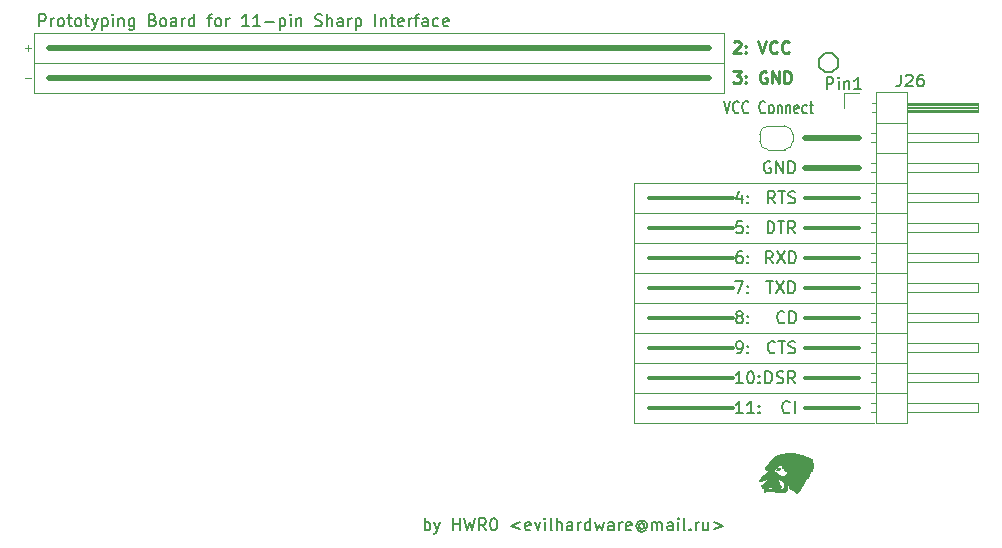
<source format=gbr>
G04 #@! TF.GenerationSoftware,KiCad,Pcbnew,(5.1.5)-3*
G04 #@! TF.CreationDate,2020-01-02T02:10:15+03:00*
G04 #@! TF.ProjectId,Sharp 11Pin Breadboard,53686172-7020-4313-9150-696e20427265,rev?*
G04 #@! TF.SameCoordinates,Original*
G04 #@! TF.FileFunction,Legend,Top*
G04 #@! TF.FilePolarity,Positive*
%FSLAX46Y46*%
G04 Gerber Fmt 4.6, Leading zero omitted, Abs format (unit mm)*
G04 Created by KiCad (PCBNEW (5.1.5)-3) date 2020-01-02 02:10:15*
%MOMM*%
%LPD*%
G04 APERTURE LIST*
%ADD10C,0.150000*%
%ADD11C,0.200000*%
%ADD12C,0.120000*%
%ADD13C,0.250000*%
%ADD14C,0.500000*%
%ADD15C,0.300000*%
%ADD16C,0.010000*%
G04 APERTURE END LIST*
D10*
X130890309Y-91638380D02*
X130890309Y-90638380D01*
X130890309Y-91019333D02*
X130985547Y-90971714D01*
X131176023Y-90971714D01*
X131271261Y-91019333D01*
X131318880Y-91066952D01*
X131366500Y-91162190D01*
X131366500Y-91447904D01*
X131318880Y-91543142D01*
X131271261Y-91590761D01*
X131176023Y-91638380D01*
X130985547Y-91638380D01*
X130890309Y-91590761D01*
X131699833Y-90971714D02*
X131937928Y-91638380D01*
X132176023Y-90971714D02*
X131937928Y-91638380D01*
X131842690Y-91876476D01*
X131795071Y-91924095D01*
X131699833Y-91971714D01*
X133318880Y-91638380D02*
X133318880Y-90638380D01*
X133318880Y-91114571D02*
X133890309Y-91114571D01*
X133890309Y-91638380D02*
X133890309Y-90638380D01*
X134271261Y-90638380D02*
X134509357Y-91638380D01*
X134699833Y-90924095D01*
X134890309Y-91638380D01*
X135128404Y-90638380D01*
X136080785Y-91638380D02*
X135747452Y-91162190D01*
X135509357Y-91638380D02*
X135509357Y-90638380D01*
X135890309Y-90638380D01*
X135985547Y-90686000D01*
X136033166Y-90733619D01*
X136080785Y-90828857D01*
X136080785Y-90971714D01*
X136033166Y-91066952D01*
X135985547Y-91114571D01*
X135890309Y-91162190D01*
X135509357Y-91162190D01*
X136699833Y-90638380D02*
X136795071Y-90638380D01*
X136890309Y-90686000D01*
X136937928Y-90733619D01*
X136985547Y-90828857D01*
X137033166Y-91019333D01*
X137033166Y-91257428D01*
X136985547Y-91447904D01*
X136937928Y-91543142D01*
X136890309Y-91590761D01*
X136795071Y-91638380D01*
X136699833Y-91638380D01*
X136604595Y-91590761D01*
X136556976Y-91543142D01*
X136509357Y-91447904D01*
X136461738Y-91257428D01*
X136461738Y-91019333D01*
X136509357Y-90828857D01*
X136556976Y-90733619D01*
X136604595Y-90686000D01*
X136699833Y-90638380D01*
X138985547Y-90971714D02*
X138223642Y-91257428D01*
X138985547Y-91543142D01*
X139842690Y-91590761D02*
X139747452Y-91638380D01*
X139556976Y-91638380D01*
X139461738Y-91590761D01*
X139414119Y-91495523D01*
X139414119Y-91114571D01*
X139461738Y-91019333D01*
X139556976Y-90971714D01*
X139747452Y-90971714D01*
X139842690Y-91019333D01*
X139890309Y-91114571D01*
X139890309Y-91209809D01*
X139414119Y-91305047D01*
X140223642Y-90971714D02*
X140461738Y-91638380D01*
X140699833Y-90971714D01*
X141080785Y-91638380D02*
X141080785Y-90971714D01*
X141080785Y-90638380D02*
X141033166Y-90686000D01*
X141080785Y-90733619D01*
X141128404Y-90686000D01*
X141080785Y-90638380D01*
X141080785Y-90733619D01*
X141699833Y-91638380D02*
X141604595Y-91590761D01*
X141556976Y-91495523D01*
X141556976Y-90638380D01*
X142080785Y-91638380D02*
X142080785Y-90638380D01*
X142509357Y-91638380D02*
X142509357Y-91114571D01*
X142461738Y-91019333D01*
X142366500Y-90971714D01*
X142223642Y-90971714D01*
X142128404Y-91019333D01*
X142080785Y-91066952D01*
X143414119Y-91638380D02*
X143414119Y-91114571D01*
X143366500Y-91019333D01*
X143271261Y-90971714D01*
X143080785Y-90971714D01*
X142985547Y-91019333D01*
X143414119Y-91590761D02*
X143318880Y-91638380D01*
X143080785Y-91638380D01*
X142985547Y-91590761D01*
X142937928Y-91495523D01*
X142937928Y-91400285D01*
X142985547Y-91305047D01*
X143080785Y-91257428D01*
X143318880Y-91257428D01*
X143414119Y-91209809D01*
X143890309Y-91638380D02*
X143890309Y-90971714D01*
X143890309Y-91162190D02*
X143937928Y-91066952D01*
X143985547Y-91019333D01*
X144080785Y-90971714D01*
X144176023Y-90971714D01*
X144937928Y-91638380D02*
X144937928Y-90638380D01*
X144937928Y-91590761D02*
X144842690Y-91638380D01*
X144652214Y-91638380D01*
X144556976Y-91590761D01*
X144509357Y-91543142D01*
X144461738Y-91447904D01*
X144461738Y-91162190D01*
X144509357Y-91066952D01*
X144556976Y-91019333D01*
X144652214Y-90971714D01*
X144842690Y-90971714D01*
X144937928Y-91019333D01*
X145318880Y-90971714D02*
X145509357Y-91638380D01*
X145699833Y-91162190D01*
X145890309Y-91638380D01*
X146080785Y-90971714D01*
X146890309Y-91638380D02*
X146890309Y-91114571D01*
X146842690Y-91019333D01*
X146747452Y-90971714D01*
X146556976Y-90971714D01*
X146461738Y-91019333D01*
X146890309Y-91590761D02*
X146795071Y-91638380D01*
X146556976Y-91638380D01*
X146461738Y-91590761D01*
X146414119Y-91495523D01*
X146414119Y-91400285D01*
X146461738Y-91305047D01*
X146556976Y-91257428D01*
X146795071Y-91257428D01*
X146890309Y-91209809D01*
X147366500Y-91638380D02*
X147366500Y-90971714D01*
X147366500Y-91162190D02*
X147414119Y-91066952D01*
X147461738Y-91019333D01*
X147556976Y-90971714D01*
X147652214Y-90971714D01*
X148366500Y-91590761D02*
X148271261Y-91638380D01*
X148080785Y-91638380D01*
X147985547Y-91590761D01*
X147937928Y-91495523D01*
X147937928Y-91114571D01*
X147985547Y-91019333D01*
X148080785Y-90971714D01*
X148271261Y-90971714D01*
X148366500Y-91019333D01*
X148414119Y-91114571D01*
X148414119Y-91209809D01*
X147937928Y-91305047D01*
X149461738Y-91162190D02*
X149414119Y-91114571D01*
X149318880Y-91066952D01*
X149223642Y-91066952D01*
X149128404Y-91114571D01*
X149080785Y-91162190D01*
X149033166Y-91257428D01*
X149033166Y-91352666D01*
X149080785Y-91447904D01*
X149128404Y-91495523D01*
X149223642Y-91543142D01*
X149318880Y-91543142D01*
X149414119Y-91495523D01*
X149461738Y-91447904D01*
X149461738Y-91066952D02*
X149461738Y-91447904D01*
X149509357Y-91495523D01*
X149556976Y-91495523D01*
X149652214Y-91447904D01*
X149699833Y-91352666D01*
X149699833Y-91114571D01*
X149604595Y-90971714D01*
X149461738Y-90876476D01*
X149271261Y-90828857D01*
X149080785Y-90876476D01*
X148937928Y-90971714D01*
X148842690Y-91114571D01*
X148795071Y-91305047D01*
X148842690Y-91495523D01*
X148937928Y-91638380D01*
X149080785Y-91733619D01*
X149271261Y-91781238D01*
X149461738Y-91733619D01*
X149604595Y-91638380D01*
X150128404Y-91638380D02*
X150128404Y-90971714D01*
X150128404Y-91066952D02*
X150176023Y-91019333D01*
X150271261Y-90971714D01*
X150414119Y-90971714D01*
X150509357Y-91019333D01*
X150556976Y-91114571D01*
X150556976Y-91638380D01*
X150556976Y-91114571D02*
X150604595Y-91019333D01*
X150699833Y-90971714D01*
X150842690Y-90971714D01*
X150937928Y-91019333D01*
X150985547Y-91114571D01*
X150985547Y-91638380D01*
X151890309Y-91638380D02*
X151890309Y-91114571D01*
X151842690Y-91019333D01*
X151747452Y-90971714D01*
X151556976Y-90971714D01*
X151461738Y-91019333D01*
X151890309Y-91590761D02*
X151795071Y-91638380D01*
X151556976Y-91638380D01*
X151461738Y-91590761D01*
X151414119Y-91495523D01*
X151414119Y-91400285D01*
X151461738Y-91305047D01*
X151556976Y-91257428D01*
X151795071Y-91257428D01*
X151890309Y-91209809D01*
X152366500Y-91638380D02*
X152366500Y-90971714D01*
X152366500Y-90638380D02*
X152318880Y-90686000D01*
X152366500Y-90733619D01*
X152414119Y-90686000D01*
X152366500Y-90638380D01*
X152366500Y-90733619D01*
X152985547Y-91638380D02*
X152890309Y-91590761D01*
X152842690Y-91495523D01*
X152842690Y-90638380D01*
X153366500Y-91543142D02*
X153414119Y-91590761D01*
X153366500Y-91638380D01*
X153318880Y-91590761D01*
X153366500Y-91543142D01*
X153366500Y-91638380D01*
X153842690Y-91638380D02*
X153842690Y-90971714D01*
X153842690Y-91162190D02*
X153890309Y-91066952D01*
X153937928Y-91019333D01*
X154033166Y-90971714D01*
X154128404Y-90971714D01*
X154890309Y-90971714D02*
X154890309Y-91638380D01*
X154461738Y-90971714D02*
X154461738Y-91495523D01*
X154509357Y-91590761D01*
X154604595Y-91638380D01*
X154747452Y-91638380D01*
X154842690Y-91590761D01*
X154890309Y-91543142D01*
X155366500Y-90971714D02*
X156128404Y-91257428D01*
X155366500Y-91543142D01*
D11*
X98260476Y-48966380D02*
X98260476Y-47966380D01*
X98641428Y-47966380D01*
X98736666Y-48014000D01*
X98784285Y-48061619D01*
X98831904Y-48156857D01*
X98831904Y-48299714D01*
X98784285Y-48394952D01*
X98736666Y-48442571D01*
X98641428Y-48490190D01*
X98260476Y-48490190D01*
X99260476Y-48966380D02*
X99260476Y-48299714D01*
X99260476Y-48490190D02*
X99308095Y-48394952D01*
X99355714Y-48347333D01*
X99450952Y-48299714D01*
X99546190Y-48299714D01*
X100022380Y-48966380D02*
X99927142Y-48918761D01*
X99879523Y-48871142D01*
X99831904Y-48775904D01*
X99831904Y-48490190D01*
X99879523Y-48394952D01*
X99927142Y-48347333D01*
X100022380Y-48299714D01*
X100165238Y-48299714D01*
X100260476Y-48347333D01*
X100308095Y-48394952D01*
X100355714Y-48490190D01*
X100355714Y-48775904D01*
X100308095Y-48871142D01*
X100260476Y-48918761D01*
X100165238Y-48966380D01*
X100022380Y-48966380D01*
X100641428Y-48299714D02*
X101022380Y-48299714D01*
X100784285Y-47966380D02*
X100784285Y-48823523D01*
X100831904Y-48918761D01*
X100927142Y-48966380D01*
X101022380Y-48966380D01*
X101498571Y-48966380D02*
X101403333Y-48918761D01*
X101355714Y-48871142D01*
X101308095Y-48775904D01*
X101308095Y-48490190D01*
X101355714Y-48394952D01*
X101403333Y-48347333D01*
X101498571Y-48299714D01*
X101641428Y-48299714D01*
X101736666Y-48347333D01*
X101784285Y-48394952D01*
X101831904Y-48490190D01*
X101831904Y-48775904D01*
X101784285Y-48871142D01*
X101736666Y-48918761D01*
X101641428Y-48966380D01*
X101498571Y-48966380D01*
X102117619Y-48299714D02*
X102498571Y-48299714D01*
X102260476Y-47966380D02*
X102260476Y-48823523D01*
X102308095Y-48918761D01*
X102403333Y-48966380D01*
X102498571Y-48966380D01*
X102736666Y-48299714D02*
X102974761Y-48966380D01*
X103212857Y-48299714D02*
X102974761Y-48966380D01*
X102879523Y-49204476D01*
X102831904Y-49252095D01*
X102736666Y-49299714D01*
X103593809Y-48299714D02*
X103593809Y-49299714D01*
X103593809Y-48347333D02*
X103689047Y-48299714D01*
X103879523Y-48299714D01*
X103974761Y-48347333D01*
X104022380Y-48394952D01*
X104070000Y-48490190D01*
X104070000Y-48775904D01*
X104022380Y-48871142D01*
X103974761Y-48918761D01*
X103879523Y-48966380D01*
X103689047Y-48966380D01*
X103593809Y-48918761D01*
X104498571Y-48966380D02*
X104498571Y-48299714D01*
X104498571Y-47966380D02*
X104450952Y-48014000D01*
X104498571Y-48061619D01*
X104546190Y-48014000D01*
X104498571Y-47966380D01*
X104498571Y-48061619D01*
X104974761Y-48299714D02*
X104974761Y-48966380D01*
X104974761Y-48394952D02*
X105022380Y-48347333D01*
X105117619Y-48299714D01*
X105260476Y-48299714D01*
X105355714Y-48347333D01*
X105403333Y-48442571D01*
X105403333Y-48966380D01*
X106308095Y-48299714D02*
X106308095Y-49109238D01*
X106260476Y-49204476D01*
X106212857Y-49252095D01*
X106117619Y-49299714D01*
X105974761Y-49299714D01*
X105879523Y-49252095D01*
X106308095Y-48918761D02*
X106212857Y-48966380D01*
X106022380Y-48966380D01*
X105927142Y-48918761D01*
X105879523Y-48871142D01*
X105831904Y-48775904D01*
X105831904Y-48490190D01*
X105879523Y-48394952D01*
X105927142Y-48347333D01*
X106022380Y-48299714D01*
X106212857Y-48299714D01*
X106308095Y-48347333D01*
X107879523Y-48442571D02*
X108022380Y-48490190D01*
X108070000Y-48537809D01*
X108117619Y-48633047D01*
X108117619Y-48775904D01*
X108070000Y-48871142D01*
X108022380Y-48918761D01*
X107927142Y-48966380D01*
X107546190Y-48966380D01*
X107546190Y-47966380D01*
X107879523Y-47966380D01*
X107974761Y-48014000D01*
X108022380Y-48061619D01*
X108070000Y-48156857D01*
X108070000Y-48252095D01*
X108022380Y-48347333D01*
X107974761Y-48394952D01*
X107879523Y-48442571D01*
X107546190Y-48442571D01*
X108689047Y-48966380D02*
X108593809Y-48918761D01*
X108546190Y-48871142D01*
X108498571Y-48775904D01*
X108498571Y-48490190D01*
X108546190Y-48394952D01*
X108593809Y-48347333D01*
X108689047Y-48299714D01*
X108831904Y-48299714D01*
X108927142Y-48347333D01*
X108974761Y-48394952D01*
X109022380Y-48490190D01*
X109022380Y-48775904D01*
X108974761Y-48871142D01*
X108927142Y-48918761D01*
X108831904Y-48966380D01*
X108689047Y-48966380D01*
X109879523Y-48966380D02*
X109879523Y-48442571D01*
X109831904Y-48347333D01*
X109736666Y-48299714D01*
X109546190Y-48299714D01*
X109450952Y-48347333D01*
X109879523Y-48918761D02*
X109784285Y-48966380D01*
X109546190Y-48966380D01*
X109450952Y-48918761D01*
X109403333Y-48823523D01*
X109403333Y-48728285D01*
X109450952Y-48633047D01*
X109546190Y-48585428D01*
X109784285Y-48585428D01*
X109879523Y-48537809D01*
X110355714Y-48966380D02*
X110355714Y-48299714D01*
X110355714Y-48490190D02*
X110403333Y-48394952D01*
X110450952Y-48347333D01*
X110546190Y-48299714D01*
X110641428Y-48299714D01*
X111403333Y-48966380D02*
X111403333Y-47966380D01*
X111403333Y-48918761D02*
X111308095Y-48966380D01*
X111117619Y-48966380D01*
X111022380Y-48918761D01*
X110974761Y-48871142D01*
X110927142Y-48775904D01*
X110927142Y-48490190D01*
X110974761Y-48394952D01*
X111022380Y-48347333D01*
X111117619Y-48299714D01*
X111308095Y-48299714D01*
X111403333Y-48347333D01*
X112498571Y-48299714D02*
X112879523Y-48299714D01*
X112641428Y-48966380D02*
X112641428Y-48109238D01*
X112689047Y-48014000D01*
X112784285Y-47966380D01*
X112879523Y-47966380D01*
X113355714Y-48966380D02*
X113260476Y-48918761D01*
X113212857Y-48871142D01*
X113165238Y-48775904D01*
X113165238Y-48490190D01*
X113212857Y-48394952D01*
X113260476Y-48347333D01*
X113355714Y-48299714D01*
X113498571Y-48299714D01*
X113593809Y-48347333D01*
X113641428Y-48394952D01*
X113689047Y-48490190D01*
X113689047Y-48775904D01*
X113641428Y-48871142D01*
X113593809Y-48918761D01*
X113498571Y-48966380D01*
X113355714Y-48966380D01*
X114117619Y-48966380D02*
X114117619Y-48299714D01*
X114117619Y-48490190D02*
X114165238Y-48394952D01*
X114212857Y-48347333D01*
X114308095Y-48299714D01*
X114403333Y-48299714D01*
X116022380Y-48966380D02*
X115450952Y-48966380D01*
X115736666Y-48966380D02*
X115736666Y-47966380D01*
X115641428Y-48109238D01*
X115546190Y-48204476D01*
X115450952Y-48252095D01*
X116974761Y-48966380D02*
X116403333Y-48966380D01*
X116689047Y-48966380D02*
X116689047Y-47966380D01*
X116593809Y-48109238D01*
X116498571Y-48204476D01*
X116403333Y-48252095D01*
X117403333Y-48585428D02*
X118165238Y-48585428D01*
X118641428Y-48299714D02*
X118641428Y-49299714D01*
X118641428Y-48347333D02*
X118736666Y-48299714D01*
X118927142Y-48299714D01*
X119022380Y-48347333D01*
X119070000Y-48394952D01*
X119117619Y-48490190D01*
X119117619Y-48775904D01*
X119070000Y-48871142D01*
X119022380Y-48918761D01*
X118927142Y-48966380D01*
X118736666Y-48966380D01*
X118641428Y-48918761D01*
X119546190Y-48966380D02*
X119546190Y-48299714D01*
X119546190Y-47966380D02*
X119498571Y-48014000D01*
X119546190Y-48061619D01*
X119593809Y-48014000D01*
X119546190Y-47966380D01*
X119546190Y-48061619D01*
X120022380Y-48299714D02*
X120022380Y-48966380D01*
X120022380Y-48394952D02*
X120070000Y-48347333D01*
X120165238Y-48299714D01*
X120308095Y-48299714D01*
X120403333Y-48347333D01*
X120450952Y-48442571D01*
X120450952Y-48966380D01*
X121641428Y-48918761D02*
X121784285Y-48966380D01*
X122022380Y-48966380D01*
X122117619Y-48918761D01*
X122165238Y-48871142D01*
X122212857Y-48775904D01*
X122212857Y-48680666D01*
X122165238Y-48585428D01*
X122117619Y-48537809D01*
X122022380Y-48490190D01*
X121831904Y-48442571D01*
X121736666Y-48394952D01*
X121689047Y-48347333D01*
X121641428Y-48252095D01*
X121641428Y-48156857D01*
X121689047Y-48061619D01*
X121736666Y-48014000D01*
X121831904Y-47966380D01*
X122070000Y-47966380D01*
X122212857Y-48014000D01*
X122641428Y-48966380D02*
X122641428Y-47966380D01*
X123070000Y-48966380D02*
X123070000Y-48442571D01*
X123022380Y-48347333D01*
X122927142Y-48299714D01*
X122784285Y-48299714D01*
X122689047Y-48347333D01*
X122641428Y-48394952D01*
X123974761Y-48966380D02*
X123974761Y-48442571D01*
X123927142Y-48347333D01*
X123831904Y-48299714D01*
X123641428Y-48299714D01*
X123546190Y-48347333D01*
X123974761Y-48918761D02*
X123879523Y-48966380D01*
X123641428Y-48966380D01*
X123546190Y-48918761D01*
X123498571Y-48823523D01*
X123498571Y-48728285D01*
X123546190Y-48633047D01*
X123641428Y-48585428D01*
X123879523Y-48585428D01*
X123974761Y-48537809D01*
X124450952Y-48966380D02*
X124450952Y-48299714D01*
X124450952Y-48490190D02*
X124498571Y-48394952D01*
X124546190Y-48347333D01*
X124641428Y-48299714D01*
X124736666Y-48299714D01*
X125070000Y-48299714D02*
X125070000Y-49299714D01*
X125070000Y-48347333D02*
X125165238Y-48299714D01*
X125355714Y-48299714D01*
X125450952Y-48347333D01*
X125498571Y-48394952D01*
X125546190Y-48490190D01*
X125546190Y-48775904D01*
X125498571Y-48871142D01*
X125450952Y-48918761D01*
X125355714Y-48966380D01*
X125165238Y-48966380D01*
X125070000Y-48918761D01*
X126736666Y-48966380D02*
X126736666Y-47966380D01*
X127212857Y-48299714D02*
X127212857Y-48966380D01*
X127212857Y-48394952D02*
X127260476Y-48347333D01*
X127355714Y-48299714D01*
X127498571Y-48299714D01*
X127593809Y-48347333D01*
X127641428Y-48442571D01*
X127641428Y-48966380D01*
X127974761Y-48299714D02*
X128355714Y-48299714D01*
X128117619Y-47966380D02*
X128117619Y-48823523D01*
X128165238Y-48918761D01*
X128260476Y-48966380D01*
X128355714Y-48966380D01*
X129069999Y-48918761D02*
X128974761Y-48966380D01*
X128784285Y-48966380D01*
X128689047Y-48918761D01*
X128641428Y-48823523D01*
X128641428Y-48442571D01*
X128689047Y-48347333D01*
X128784285Y-48299714D01*
X128974761Y-48299714D01*
X129069999Y-48347333D01*
X129117619Y-48442571D01*
X129117619Y-48537809D01*
X128641428Y-48633047D01*
X129546190Y-48966380D02*
X129546190Y-48299714D01*
X129546190Y-48490190D02*
X129593809Y-48394952D01*
X129641428Y-48347333D01*
X129736666Y-48299714D01*
X129831904Y-48299714D01*
X130022380Y-48299714D02*
X130403333Y-48299714D01*
X130165238Y-48966380D02*
X130165238Y-48109238D01*
X130212857Y-48014000D01*
X130308095Y-47966380D01*
X130403333Y-47966380D01*
X131165238Y-48966380D02*
X131165238Y-48442571D01*
X131117619Y-48347333D01*
X131022380Y-48299714D01*
X130831904Y-48299714D01*
X130736666Y-48347333D01*
X131165238Y-48918761D02*
X131069999Y-48966380D01*
X130831904Y-48966380D01*
X130736666Y-48918761D01*
X130689047Y-48823523D01*
X130689047Y-48728285D01*
X130736666Y-48633047D01*
X130831904Y-48585428D01*
X131069999Y-48585428D01*
X131165238Y-48537809D01*
X132069999Y-48918761D02*
X131974761Y-48966380D01*
X131784285Y-48966380D01*
X131689047Y-48918761D01*
X131641428Y-48871142D01*
X131593809Y-48775904D01*
X131593809Y-48490190D01*
X131641428Y-48394952D01*
X131689047Y-48347333D01*
X131784285Y-48299714D01*
X131974761Y-48299714D01*
X132069999Y-48347333D01*
X132879523Y-48918761D02*
X132784285Y-48966380D01*
X132593809Y-48966380D01*
X132498571Y-48918761D01*
X132450952Y-48823523D01*
X132450952Y-48442571D01*
X132498571Y-48347333D01*
X132593809Y-48299714D01*
X132784285Y-48299714D01*
X132879523Y-48347333D01*
X132927142Y-48442571D01*
X132927142Y-48537809D01*
X132450952Y-48633047D01*
D10*
X164941428Y-54300380D02*
X164941428Y-53300380D01*
X165322380Y-53300380D01*
X165417619Y-53348000D01*
X165465238Y-53395619D01*
X165512857Y-53490857D01*
X165512857Y-53633714D01*
X165465238Y-53728952D01*
X165417619Y-53776571D01*
X165322380Y-53824190D01*
X164941428Y-53824190D01*
X165941428Y-54300380D02*
X165941428Y-53633714D01*
X165941428Y-53300380D02*
X165893809Y-53348000D01*
X165941428Y-53395619D01*
X165989047Y-53348000D01*
X165941428Y-53300380D01*
X165941428Y-53395619D01*
X166417619Y-53633714D02*
X166417619Y-54300380D01*
X166417619Y-53728952D02*
X166465238Y-53681333D01*
X166560476Y-53633714D01*
X166703333Y-53633714D01*
X166798571Y-53681333D01*
X166846190Y-53776571D01*
X166846190Y-54300380D01*
X167846190Y-54300380D02*
X167274761Y-54300380D01*
X167560476Y-54300380D02*
X167560476Y-53300380D01*
X167465238Y-53443238D01*
X167370000Y-53538476D01*
X167274761Y-53586095D01*
D12*
X97282000Y-53340000D02*
X97028000Y-53340000D01*
X97282000Y-53340000D02*
X97536000Y-53340000D01*
X97282000Y-50546000D02*
X97282000Y-51054000D01*
X97028000Y-50800000D02*
X97536000Y-50800000D01*
X154940000Y-52070000D02*
X156210000Y-52070000D01*
X156210000Y-54610000D02*
X154686000Y-54610000D01*
X156210000Y-49530000D02*
X156210000Y-54610000D01*
X154940000Y-49530000D02*
X156210000Y-49530000D01*
X148590000Y-80010000D02*
X168910000Y-80010000D01*
X148590000Y-77470000D02*
X168910000Y-77470000D01*
X148590000Y-74930000D02*
X168910000Y-74930000D01*
X148590000Y-72390000D02*
X168910000Y-72390000D01*
X148590000Y-69850000D02*
X168910000Y-69850000D01*
X148590000Y-67310000D02*
X168910000Y-67310000D01*
X148590000Y-64770000D02*
X168910000Y-64770000D01*
X148590000Y-82550000D02*
X168910000Y-82550000D01*
X148590000Y-62230000D02*
X148590000Y-82550000D01*
X148590000Y-62230000D02*
X168910000Y-62230000D01*
X97790000Y-52070000D02*
X154940000Y-52070000D01*
X97790000Y-49530000D02*
X154940000Y-49530000D01*
X97790000Y-54610000D02*
X97790000Y-49530000D01*
X154940000Y-54610000D02*
X97790000Y-54610000D01*
D10*
X157831404Y-81732380D02*
X157259976Y-81732380D01*
X157545690Y-81732380D02*
X157545690Y-80732380D01*
X157450452Y-80875238D01*
X157355214Y-80970476D01*
X157259976Y-81018095D01*
X158783785Y-81732380D02*
X158212357Y-81732380D01*
X158498071Y-81732380D02*
X158498071Y-80732380D01*
X158402833Y-80875238D01*
X158307595Y-80970476D01*
X158212357Y-81018095D01*
X159212357Y-81637142D02*
X159259976Y-81684761D01*
X159212357Y-81732380D01*
X159164738Y-81684761D01*
X159212357Y-81637142D01*
X159212357Y-81732380D01*
X159212357Y-81113333D02*
X159259976Y-81160952D01*
X159212357Y-81208571D01*
X159164738Y-81160952D01*
X159212357Y-81113333D01*
X159212357Y-81208571D01*
X157783785Y-65492380D02*
X157307595Y-65492380D01*
X157259976Y-65968571D01*
X157307595Y-65920952D01*
X157402833Y-65873333D01*
X157640928Y-65873333D01*
X157736166Y-65920952D01*
X157783785Y-65968571D01*
X157831404Y-66063809D01*
X157831404Y-66301904D01*
X157783785Y-66397142D01*
X157736166Y-66444761D01*
X157640928Y-66492380D01*
X157402833Y-66492380D01*
X157307595Y-66444761D01*
X157259976Y-66397142D01*
X158259976Y-66397142D02*
X158307595Y-66444761D01*
X158259976Y-66492380D01*
X158212357Y-66444761D01*
X158259976Y-66397142D01*
X158259976Y-66492380D01*
X158259976Y-65873333D02*
X158307595Y-65920952D01*
X158259976Y-65968571D01*
X158212357Y-65920952D01*
X158259976Y-65873333D01*
X158259976Y-65968571D01*
X157736166Y-68032380D02*
X157545690Y-68032380D01*
X157450452Y-68080000D01*
X157402833Y-68127619D01*
X157307595Y-68270476D01*
X157259976Y-68460952D01*
X157259976Y-68841904D01*
X157307595Y-68937142D01*
X157355214Y-68984761D01*
X157450452Y-69032380D01*
X157640928Y-69032380D01*
X157736166Y-68984761D01*
X157783785Y-68937142D01*
X157831404Y-68841904D01*
X157831404Y-68603809D01*
X157783785Y-68508571D01*
X157736166Y-68460952D01*
X157640928Y-68413333D01*
X157450452Y-68413333D01*
X157355214Y-68460952D01*
X157307595Y-68508571D01*
X157259976Y-68603809D01*
X158259976Y-68937142D02*
X158307595Y-68984761D01*
X158259976Y-69032380D01*
X158212357Y-68984761D01*
X158259976Y-68937142D01*
X158259976Y-69032380D01*
X158259976Y-68413333D02*
X158307595Y-68460952D01*
X158259976Y-68508571D01*
X158212357Y-68460952D01*
X158259976Y-68413333D01*
X158259976Y-68508571D01*
X157212357Y-70572380D02*
X157879023Y-70572380D01*
X157450452Y-71572380D01*
X158259976Y-71477142D02*
X158307595Y-71524761D01*
X158259976Y-71572380D01*
X158212357Y-71524761D01*
X158259976Y-71477142D01*
X158259976Y-71572380D01*
X158259976Y-70953333D02*
X158307595Y-71000952D01*
X158259976Y-71048571D01*
X158212357Y-71000952D01*
X158259976Y-70953333D01*
X158259976Y-71048571D01*
X157450452Y-73540952D02*
X157355214Y-73493333D01*
X157307595Y-73445714D01*
X157259976Y-73350476D01*
X157259976Y-73302857D01*
X157307595Y-73207619D01*
X157355214Y-73160000D01*
X157450452Y-73112380D01*
X157640928Y-73112380D01*
X157736166Y-73160000D01*
X157783785Y-73207619D01*
X157831404Y-73302857D01*
X157831404Y-73350476D01*
X157783785Y-73445714D01*
X157736166Y-73493333D01*
X157640928Y-73540952D01*
X157450452Y-73540952D01*
X157355214Y-73588571D01*
X157307595Y-73636190D01*
X157259976Y-73731428D01*
X157259976Y-73921904D01*
X157307595Y-74017142D01*
X157355214Y-74064761D01*
X157450452Y-74112380D01*
X157640928Y-74112380D01*
X157736166Y-74064761D01*
X157783785Y-74017142D01*
X157831404Y-73921904D01*
X157831404Y-73731428D01*
X157783785Y-73636190D01*
X157736166Y-73588571D01*
X157640928Y-73540952D01*
X158259976Y-74017142D02*
X158307595Y-74064761D01*
X158259976Y-74112380D01*
X158212357Y-74064761D01*
X158259976Y-74017142D01*
X158259976Y-74112380D01*
X158259976Y-73493333D02*
X158307595Y-73540952D01*
X158259976Y-73588571D01*
X158212357Y-73540952D01*
X158259976Y-73493333D01*
X158259976Y-73588571D01*
X157355214Y-76652380D02*
X157545690Y-76652380D01*
X157640928Y-76604761D01*
X157688547Y-76557142D01*
X157783785Y-76414285D01*
X157831404Y-76223809D01*
X157831404Y-75842857D01*
X157783785Y-75747619D01*
X157736166Y-75700000D01*
X157640928Y-75652380D01*
X157450452Y-75652380D01*
X157355214Y-75700000D01*
X157307595Y-75747619D01*
X157259976Y-75842857D01*
X157259976Y-76080952D01*
X157307595Y-76176190D01*
X157355214Y-76223809D01*
X157450452Y-76271428D01*
X157640928Y-76271428D01*
X157736166Y-76223809D01*
X157783785Y-76176190D01*
X157831404Y-76080952D01*
X158259976Y-76557142D02*
X158307595Y-76604761D01*
X158259976Y-76652380D01*
X158212357Y-76604761D01*
X158259976Y-76557142D01*
X158259976Y-76652380D01*
X158259976Y-76033333D02*
X158307595Y-76080952D01*
X158259976Y-76128571D01*
X158212357Y-76080952D01*
X158259976Y-76033333D01*
X158259976Y-76128571D01*
X157831404Y-79192380D02*
X157259976Y-79192380D01*
X157545690Y-79192380D02*
X157545690Y-78192380D01*
X157450452Y-78335238D01*
X157355214Y-78430476D01*
X157259976Y-78478095D01*
X158450452Y-78192380D02*
X158545690Y-78192380D01*
X158640928Y-78240000D01*
X158688547Y-78287619D01*
X158736166Y-78382857D01*
X158783785Y-78573333D01*
X158783785Y-78811428D01*
X158736166Y-79001904D01*
X158688547Y-79097142D01*
X158640928Y-79144761D01*
X158545690Y-79192380D01*
X158450452Y-79192380D01*
X158355214Y-79144761D01*
X158307595Y-79097142D01*
X158259976Y-79001904D01*
X158212357Y-78811428D01*
X158212357Y-78573333D01*
X158259976Y-78382857D01*
X158307595Y-78287619D01*
X158355214Y-78240000D01*
X158450452Y-78192380D01*
X159212357Y-79097142D02*
X159259976Y-79144761D01*
X159212357Y-79192380D01*
X159164738Y-79144761D01*
X159212357Y-79097142D01*
X159212357Y-79192380D01*
X159212357Y-78573333D02*
X159259976Y-78620952D01*
X159212357Y-78668571D01*
X159164738Y-78620952D01*
X159212357Y-78573333D01*
X159212357Y-78668571D01*
X157736166Y-63285714D02*
X157736166Y-63952380D01*
X157498071Y-62904761D02*
X157259976Y-63619047D01*
X157879023Y-63619047D01*
X158259976Y-63857142D02*
X158307595Y-63904761D01*
X158259976Y-63952380D01*
X158212357Y-63904761D01*
X158259976Y-63857142D01*
X158259976Y-63952380D01*
X158259976Y-63333333D02*
X158307595Y-63380952D01*
X158259976Y-63428571D01*
X158212357Y-63380952D01*
X158259976Y-63333333D01*
X158259976Y-63428571D01*
X156248571Y-55332380D02*
X156515238Y-56332380D01*
X156781904Y-55332380D01*
X157505714Y-56237142D02*
X157467619Y-56284761D01*
X157353333Y-56332380D01*
X157277142Y-56332380D01*
X157162857Y-56284761D01*
X157086666Y-56189523D01*
X157048571Y-56094285D01*
X157010476Y-55903809D01*
X157010476Y-55760952D01*
X157048571Y-55570476D01*
X157086666Y-55475238D01*
X157162857Y-55380000D01*
X157277142Y-55332380D01*
X157353333Y-55332380D01*
X157467619Y-55380000D01*
X157505714Y-55427619D01*
X158305714Y-56237142D02*
X158267619Y-56284761D01*
X158153333Y-56332380D01*
X158077142Y-56332380D01*
X157962857Y-56284761D01*
X157886666Y-56189523D01*
X157848571Y-56094285D01*
X157810476Y-55903809D01*
X157810476Y-55760952D01*
X157848571Y-55570476D01*
X157886666Y-55475238D01*
X157962857Y-55380000D01*
X158077142Y-55332380D01*
X158153333Y-55332380D01*
X158267619Y-55380000D01*
X158305714Y-55427619D01*
X159715238Y-56237142D02*
X159677142Y-56284761D01*
X159562857Y-56332380D01*
X159486666Y-56332380D01*
X159372380Y-56284761D01*
X159296190Y-56189523D01*
X159258095Y-56094285D01*
X159220000Y-55903809D01*
X159220000Y-55760952D01*
X159258095Y-55570476D01*
X159296190Y-55475238D01*
X159372380Y-55380000D01*
X159486666Y-55332380D01*
X159562857Y-55332380D01*
X159677142Y-55380000D01*
X159715238Y-55427619D01*
X160172380Y-56332380D02*
X160096190Y-56284761D01*
X160058095Y-56237142D01*
X160020000Y-56141904D01*
X160020000Y-55856190D01*
X160058095Y-55760952D01*
X160096190Y-55713333D01*
X160172380Y-55665714D01*
X160286666Y-55665714D01*
X160362857Y-55713333D01*
X160400952Y-55760952D01*
X160439047Y-55856190D01*
X160439047Y-56141904D01*
X160400952Y-56237142D01*
X160362857Y-56284761D01*
X160286666Y-56332380D01*
X160172380Y-56332380D01*
X160781904Y-55665714D02*
X160781904Y-56332380D01*
X160781904Y-55760952D02*
X160820000Y-55713333D01*
X160896190Y-55665714D01*
X161010476Y-55665714D01*
X161086666Y-55713333D01*
X161124761Y-55808571D01*
X161124761Y-56332380D01*
X161505714Y-55665714D02*
X161505714Y-56332380D01*
X161505714Y-55760952D02*
X161543809Y-55713333D01*
X161620000Y-55665714D01*
X161734285Y-55665714D01*
X161810476Y-55713333D01*
X161848571Y-55808571D01*
X161848571Y-56332380D01*
X162534285Y-56284761D02*
X162458095Y-56332380D01*
X162305714Y-56332380D01*
X162229523Y-56284761D01*
X162191428Y-56189523D01*
X162191428Y-55808571D01*
X162229523Y-55713333D01*
X162305714Y-55665714D01*
X162458095Y-55665714D01*
X162534285Y-55713333D01*
X162572380Y-55808571D01*
X162572380Y-55903809D01*
X162191428Y-55999047D01*
X163258095Y-56284761D02*
X163181904Y-56332380D01*
X163029523Y-56332380D01*
X162953333Y-56284761D01*
X162915238Y-56237142D01*
X162877142Y-56141904D01*
X162877142Y-55856190D01*
X162915238Y-55760952D01*
X162953333Y-55713333D01*
X163029523Y-55665714D01*
X163181904Y-55665714D01*
X163258095Y-55713333D01*
X163486666Y-55665714D02*
X163791428Y-55665714D01*
X163600952Y-55332380D02*
X163600952Y-56189523D01*
X163639047Y-56284761D01*
X163715238Y-56332380D01*
X163791428Y-56332380D01*
X161795833Y-81637142D02*
X161748214Y-81684761D01*
X161605357Y-81732380D01*
X161510119Y-81732380D01*
X161367261Y-81684761D01*
X161272023Y-81589523D01*
X161224404Y-81494285D01*
X161176785Y-81303809D01*
X161176785Y-81160952D01*
X161224404Y-80970476D01*
X161272023Y-80875238D01*
X161367261Y-80780000D01*
X161510119Y-80732380D01*
X161605357Y-80732380D01*
X161748214Y-80780000D01*
X161795833Y-80827619D01*
X162224404Y-81732380D02*
X162224404Y-80732380D01*
X159748214Y-79192380D02*
X159748214Y-78192380D01*
X159986309Y-78192380D01*
X160129166Y-78240000D01*
X160224404Y-78335238D01*
X160272023Y-78430476D01*
X160319642Y-78620952D01*
X160319642Y-78763809D01*
X160272023Y-78954285D01*
X160224404Y-79049523D01*
X160129166Y-79144761D01*
X159986309Y-79192380D01*
X159748214Y-79192380D01*
X160700595Y-79144761D02*
X160843452Y-79192380D01*
X161081547Y-79192380D01*
X161176785Y-79144761D01*
X161224404Y-79097142D01*
X161272023Y-79001904D01*
X161272023Y-78906666D01*
X161224404Y-78811428D01*
X161176785Y-78763809D01*
X161081547Y-78716190D01*
X160891071Y-78668571D01*
X160795833Y-78620952D01*
X160748214Y-78573333D01*
X160700595Y-78478095D01*
X160700595Y-78382857D01*
X160748214Y-78287619D01*
X160795833Y-78240000D01*
X160891071Y-78192380D01*
X161129166Y-78192380D01*
X161272023Y-78240000D01*
X162272023Y-79192380D02*
X161938690Y-78716190D01*
X161700595Y-79192380D02*
X161700595Y-78192380D01*
X162081547Y-78192380D01*
X162176785Y-78240000D01*
X162224404Y-78287619D01*
X162272023Y-78382857D01*
X162272023Y-78525714D01*
X162224404Y-78620952D01*
X162176785Y-78668571D01*
X162081547Y-78716190D01*
X161700595Y-78716190D01*
X160557738Y-76557142D02*
X160510119Y-76604761D01*
X160367261Y-76652380D01*
X160272023Y-76652380D01*
X160129166Y-76604761D01*
X160033928Y-76509523D01*
X159986309Y-76414285D01*
X159938690Y-76223809D01*
X159938690Y-76080952D01*
X159986309Y-75890476D01*
X160033928Y-75795238D01*
X160129166Y-75700000D01*
X160272023Y-75652380D01*
X160367261Y-75652380D01*
X160510119Y-75700000D01*
X160557738Y-75747619D01*
X160843452Y-75652380D02*
X161414880Y-75652380D01*
X161129166Y-76652380D02*
X161129166Y-75652380D01*
X161700595Y-76604761D02*
X161843452Y-76652380D01*
X162081547Y-76652380D01*
X162176785Y-76604761D01*
X162224404Y-76557142D01*
X162272023Y-76461904D01*
X162272023Y-76366666D01*
X162224404Y-76271428D01*
X162176785Y-76223809D01*
X162081547Y-76176190D01*
X161891071Y-76128571D01*
X161795833Y-76080952D01*
X161748214Y-76033333D01*
X161700595Y-75938095D01*
X161700595Y-75842857D01*
X161748214Y-75747619D01*
X161795833Y-75700000D01*
X161891071Y-75652380D01*
X162129166Y-75652380D01*
X162272023Y-75700000D01*
X161353523Y-74017142D02*
X161305904Y-74064761D01*
X161163047Y-74112380D01*
X161067809Y-74112380D01*
X160924952Y-74064761D01*
X160829714Y-73969523D01*
X160782095Y-73874285D01*
X160734476Y-73683809D01*
X160734476Y-73540952D01*
X160782095Y-73350476D01*
X160829714Y-73255238D01*
X160924952Y-73160000D01*
X161067809Y-73112380D01*
X161163047Y-73112380D01*
X161305904Y-73160000D01*
X161353523Y-73207619D01*
X161782095Y-74112380D02*
X161782095Y-73112380D01*
X162020190Y-73112380D01*
X162163047Y-73160000D01*
X162258285Y-73255238D01*
X162305904Y-73350476D01*
X162353523Y-73540952D01*
X162353523Y-73683809D01*
X162305904Y-73874285D01*
X162258285Y-73969523D01*
X162163047Y-74064761D01*
X162020190Y-74112380D01*
X161782095Y-74112380D01*
X159843452Y-70572380D02*
X160414880Y-70572380D01*
X160129166Y-71572380D02*
X160129166Y-70572380D01*
X160652976Y-70572380D02*
X161319642Y-71572380D01*
X161319642Y-70572380D02*
X160652976Y-71572380D01*
X161700595Y-71572380D02*
X161700595Y-70572380D01*
X161938690Y-70572380D01*
X162081547Y-70620000D01*
X162176785Y-70715238D01*
X162224404Y-70810476D01*
X162272023Y-71000952D01*
X162272023Y-71143809D01*
X162224404Y-71334285D01*
X162176785Y-71429523D01*
X162081547Y-71524761D01*
X161938690Y-71572380D01*
X161700595Y-71572380D01*
X160369333Y-69032380D02*
X160036000Y-68556190D01*
X159797904Y-69032380D02*
X159797904Y-68032380D01*
X160178857Y-68032380D01*
X160274095Y-68080000D01*
X160321714Y-68127619D01*
X160369333Y-68222857D01*
X160369333Y-68365714D01*
X160321714Y-68460952D01*
X160274095Y-68508571D01*
X160178857Y-68556190D01*
X159797904Y-68556190D01*
X160702666Y-68032380D02*
X161369333Y-69032380D01*
X161369333Y-68032380D02*
X160702666Y-69032380D01*
X161750285Y-69032380D02*
X161750285Y-68032380D01*
X161988380Y-68032380D01*
X162131238Y-68080000D01*
X162226476Y-68175238D01*
X162274095Y-68270476D01*
X162321714Y-68460952D01*
X162321714Y-68603809D01*
X162274095Y-68794285D01*
X162226476Y-68889523D01*
X162131238Y-68984761D01*
X161988380Y-69032380D01*
X161750285Y-69032380D01*
X159938690Y-66492380D02*
X159938690Y-65492380D01*
X160176785Y-65492380D01*
X160319642Y-65540000D01*
X160414880Y-65635238D01*
X160462500Y-65730476D01*
X160510119Y-65920952D01*
X160510119Y-66063809D01*
X160462500Y-66254285D01*
X160414880Y-66349523D01*
X160319642Y-66444761D01*
X160176785Y-66492380D01*
X159938690Y-66492380D01*
X160795833Y-65492380D02*
X161367261Y-65492380D01*
X161081547Y-66492380D02*
X161081547Y-65492380D01*
X162272023Y-66492380D02*
X161938690Y-66016190D01*
X161700595Y-66492380D02*
X161700595Y-65492380D01*
X162081547Y-65492380D01*
X162176785Y-65540000D01*
X162224404Y-65587619D01*
X162272023Y-65682857D01*
X162272023Y-65825714D01*
X162224404Y-65920952D01*
X162176785Y-65968571D01*
X162081547Y-66016190D01*
X161700595Y-66016190D01*
X160557738Y-63952380D02*
X160224404Y-63476190D01*
X159986309Y-63952380D02*
X159986309Y-62952380D01*
X160367261Y-62952380D01*
X160462500Y-63000000D01*
X160510119Y-63047619D01*
X160557738Y-63142857D01*
X160557738Y-63285714D01*
X160510119Y-63380952D01*
X160462500Y-63428571D01*
X160367261Y-63476190D01*
X159986309Y-63476190D01*
X160843452Y-62952380D02*
X161414880Y-62952380D01*
X161129166Y-63952380D02*
X161129166Y-62952380D01*
X161700595Y-63904761D02*
X161843452Y-63952380D01*
X162081547Y-63952380D01*
X162176785Y-63904761D01*
X162224404Y-63857142D01*
X162272023Y-63761904D01*
X162272023Y-63666666D01*
X162224404Y-63571428D01*
X162176785Y-63523809D01*
X162081547Y-63476190D01*
X161891071Y-63428571D01*
X161795833Y-63380952D01*
X161748214Y-63333333D01*
X161700595Y-63238095D01*
X161700595Y-63142857D01*
X161748214Y-63047619D01*
X161795833Y-63000000D01*
X161891071Y-62952380D01*
X162129166Y-62952380D01*
X162272023Y-63000000D01*
X160176785Y-60460000D02*
X160081547Y-60412380D01*
X159938690Y-60412380D01*
X159795833Y-60460000D01*
X159700595Y-60555238D01*
X159652976Y-60650476D01*
X159605357Y-60840952D01*
X159605357Y-60983809D01*
X159652976Y-61174285D01*
X159700595Y-61269523D01*
X159795833Y-61364761D01*
X159938690Y-61412380D01*
X160033928Y-61412380D01*
X160176785Y-61364761D01*
X160224404Y-61317142D01*
X160224404Y-60983809D01*
X160033928Y-60983809D01*
X160652976Y-61412380D02*
X160652976Y-60412380D01*
X161224404Y-61412380D01*
X161224404Y-60412380D01*
X161700595Y-61412380D02*
X161700595Y-60412380D01*
X161938690Y-60412380D01*
X162081547Y-60460000D01*
X162176785Y-60555238D01*
X162224404Y-60650476D01*
X162272023Y-60840952D01*
X162272023Y-60983809D01*
X162224404Y-61174285D01*
X162176785Y-61269523D01*
X162081547Y-61364761D01*
X161938690Y-61412380D01*
X161700595Y-61412380D01*
D13*
X157023357Y-52792380D02*
X157642404Y-52792380D01*
X157309071Y-53173333D01*
X157451928Y-53173333D01*
X157547166Y-53220952D01*
X157594785Y-53268571D01*
X157642404Y-53363809D01*
X157642404Y-53601904D01*
X157594785Y-53697142D01*
X157547166Y-53744761D01*
X157451928Y-53792380D01*
X157166214Y-53792380D01*
X157070976Y-53744761D01*
X157023357Y-53697142D01*
X158070976Y-53697142D02*
X158118595Y-53744761D01*
X158070976Y-53792380D01*
X158023357Y-53744761D01*
X158070976Y-53697142D01*
X158070976Y-53792380D01*
X158070976Y-53173333D02*
X158118595Y-53220952D01*
X158070976Y-53268571D01*
X158023357Y-53220952D01*
X158070976Y-53173333D01*
X158070976Y-53268571D01*
X159832880Y-52840000D02*
X159737642Y-52792380D01*
X159594785Y-52792380D01*
X159451928Y-52840000D01*
X159356690Y-52935238D01*
X159309071Y-53030476D01*
X159261452Y-53220952D01*
X159261452Y-53363809D01*
X159309071Y-53554285D01*
X159356690Y-53649523D01*
X159451928Y-53744761D01*
X159594785Y-53792380D01*
X159690023Y-53792380D01*
X159832880Y-53744761D01*
X159880500Y-53697142D01*
X159880500Y-53363809D01*
X159690023Y-53363809D01*
X160309071Y-53792380D02*
X160309071Y-52792380D01*
X160880500Y-53792380D01*
X160880500Y-52792380D01*
X161356690Y-53792380D02*
X161356690Y-52792380D01*
X161594785Y-52792380D01*
X161737642Y-52840000D01*
X161832880Y-52935238D01*
X161880500Y-53030476D01*
X161928119Y-53220952D01*
X161928119Y-53363809D01*
X161880500Y-53554285D01*
X161832880Y-53649523D01*
X161737642Y-53744761D01*
X161594785Y-53792380D01*
X161356690Y-53792380D01*
X157070976Y-50347619D02*
X157118595Y-50300000D01*
X157213833Y-50252380D01*
X157451928Y-50252380D01*
X157547166Y-50300000D01*
X157594785Y-50347619D01*
X157642404Y-50442857D01*
X157642404Y-50538095D01*
X157594785Y-50680952D01*
X157023357Y-51252380D01*
X157642404Y-51252380D01*
X158070976Y-51157142D02*
X158118595Y-51204761D01*
X158070976Y-51252380D01*
X158023357Y-51204761D01*
X158070976Y-51157142D01*
X158070976Y-51252380D01*
X158070976Y-50633333D02*
X158118595Y-50680952D01*
X158070976Y-50728571D01*
X158023357Y-50680952D01*
X158070976Y-50633333D01*
X158070976Y-50728571D01*
X159166214Y-50252380D02*
X159499547Y-51252380D01*
X159832880Y-50252380D01*
X160737642Y-51157142D02*
X160690023Y-51204761D01*
X160547166Y-51252380D01*
X160451928Y-51252380D01*
X160309071Y-51204761D01*
X160213833Y-51109523D01*
X160166214Y-51014285D01*
X160118595Y-50823809D01*
X160118595Y-50680952D01*
X160166214Y-50490476D01*
X160213833Y-50395238D01*
X160309071Y-50300000D01*
X160451928Y-50252380D01*
X160547166Y-50252380D01*
X160690023Y-50300000D01*
X160737642Y-50347619D01*
X161737642Y-51157142D02*
X161690023Y-51204761D01*
X161547166Y-51252380D01*
X161451928Y-51252380D01*
X161309071Y-51204761D01*
X161213833Y-51109523D01*
X161166214Y-51014285D01*
X161118595Y-50823809D01*
X161118595Y-50680952D01*
X161166214Y-50490476D01*
X161213833Y-50395238D01*
X161309071Y-50300000D01*
X161451928Y-50252380D01*
X161547166Y-50252380D01*
X161690023Y-50300000D01*
X161737642Y-50347619D01*
D14*
X167640000Y-60960000D02*
X163068000Y-60960000D01*
X167640000Y-58420000D02*
X163068000Y-58420000D01*
D15*
X167640000Y-81280000D02*
X163068000Y-81280000D01*
X167640000Y-78740000D02*
X163068000Y-78740000D01*
X167640000Y-76200000D02*
X163068000Y-76200000D01*
X167640000Y-73660000D02*
X163068000Y-73660000D01*
X167640000Y-71120000D02*
X163068000Y-71120000D01*
X167640000Y-68580000D02*
X163068000Y-68580000D01*
X167640000Y-66040000D02*
X163068000Y-66040000D01*
X167640000Y-63500000D02*
X163068000Y-63500000D01*
X149860000Y-81280000D02*
X156972000Y-81280000D01*
X149860000Y-78740000D02*
X156972000Y-78740000D01*
X149860000Y-76200000D02*
X156972000Y-76200000D01*
X149860000Y-73660000D02*
X156972000Y-73660000D01*
X149860000Y-71120000D02*
X156972000Y-71120000D01*
X149860000Y-68580000D02*
X156972000Y-68580000D01*
X149860000Y-66040000D02*
X156972000Y-66040000D01*
X149860000Y-63500000D02*
X156972000Y-63500000D01*
D14*
X99060000Y-53340000D02*
X154940000Y-53340000D01*
X99060000Y-50800000D02*
X154940000Y-50800000D01*
D16*
G36*
X160805776Y-87510978D02*
G01*
X160813121Y-87514901D01*
X160813313Y-87515734D01*
X160818206Y-87521829D01*
X160820118Y-87522086D01*
X160830893Y-87526897D01*
X160841127Y-87537457D01*
X160845071Y-87547039D01*
X160850208Y-87553074D01*
X160854599Y-87553844D01*
X160863019Y-87558928D01*
X160864126Y-87563371D01*
X160867556Y-87571824D01*
X160870477Y-87572899D01*
X160873428Y-87578937D01*
X160875561Y-87595833D01*
X160876694Y-87621756D01*
X160876829Y-87636415D01*
X160876829Y-87699931D01*
X160860950Y-87699931D01*
X160848179Y-87696618D01*
X160845071Y-87690403D01*
X160841641Y-87681951D01*
X160838720Y-87680876D01*
X160833187Y-87675689D01*
X160832368Y-87670713D01*
X160827710Y-87659511D01*
X160816194Y-87644914D01*
X160801509Y-87630608D01*
X160787340Y-87620281D01*
X160779015Y-87617360D01*
X160772094Y-87620894D01*
X160769149Y-87633174D01*
X160768852Y-87642766D01*
X160770261Y-87658676D01*
X160773780Y-87667525D01*
X160775204Y-87668173D01*
X160779978Y-87673608D01*
X160781555Y-87684052D01*
X160784868Y-87696823D01*
X160791083Y-87699931D01*
X160798489Y-87705015D01*
X160800976Y-87717439D01*
X160798833Y-87732954D01*
X160792350Y-87747313D01*
X160787470Y-87752819D01*
X160780168Y-87758256D01*
X160773677Y-87758933D01*
X160765258Y-87753546D01*
X160752172Y-87740793D01*
X160743743Y-87732000D01*
X160724818Y-87713647D01*
X160710220Y-87703653D01*
X160696869Y-87700059D01*
X160693367Y-87699931D01*
X160680082Y-87701100D01*
X160674633Y-87707186D01*
X160673578Y-87722055D01*
X160673578Y-87722161D01*
X160675174Y-87736855D01*
X160679096Y-87744200D01*
X160679930Y-87744392D01*
X160685678Y-87749486D01*
X160686281Y-87753239D01*
X160691405Y-87763045D01*
X160695809Y-87765743D01*
X160703029Y-87775249D01*
X160705336Y-87795005D01*
X160706977Y-87812148D01*
X160713507Y-87826389D01*
X160727341Y-87842573D01*
X160730743Y-87846017D01*
X160746970Y-87860100D01*
X160761714Y-87869326D01*
X160768852Y-87871423D01*
X160779197Y-87875395D01*
X160781555Y-87880951D01*
X160785751Y-87887575D01*
X160799657Y-87890305D01*
X160806962Y-87890478D01*
X160832368Y-87890478D01*
X160832368Y-87861969D01*
X160835931Y-87836634D01*
X160845623Y-87818029D01*
X160859946Y-87808594D01*
X160865537Y-87807908D01*
X160874632Y-87812540D01*
X160876829Y-87823786D01*
X160880142Y-87836558D01*
X160886356Y-87839665D01*
X160894777Y-87844750D01*
X160895884Y-87849193D01*
X160899553Y-87857642D01*
X160902689Y-87858720D01*
X160913464Y-87863531D01*
X160923697Y-87874091D01*
X160927642Y-87883673D01*
X160930865Y-87890112D01*
X160939624Y-87886334D01*
X160949470Y-87876524D01*
X160956664Y-87864991D01*
X160954057Y-87860115D01*
X160948386Y-87852633D01*
X160946697Y-87842312D01*
X160943288Y-87829938D01*
X160937169Y-87826962D01*
X160930123Y-87822142D01*
X160927659Y-87806756D01*
X160927642Y-87804732D01*
X160928603Y-87789897D01*
X160934068Y-87783763D01*
X160947911Y-87782506D01*
X160950161Y-87782501D01*
X160971263Y-87787199D01*
X160989611Y-87799230D01*
X161001444Y-87815500D01*
X161003861Y-87826674D01*
X161007765Y-87837245D01*
X161013388Y-87839665D01*
X161021074Y-87845149D01*
X161022916Y-87854865D01*
X161026463Y-87868037D01*
X161032443Y-87873720D01*
X161039694Y-87882180D01*
X161041970Y-87893455D01*
X161044120Y-87905486D01*
X161048322Y-87909533D01*
X161051522Y-87915444D01*
X161053753Y-87931444D01*
X161054668Y-87954936D01*
X161054674Y-87957170D01*
X161053885Y-87981173D01*
X161051752Y-87997903D01*
X161048620Y-88004762D01*
X161048322Y-88004807D01*
X161042821Y-88010006D01*
X161041970Y-88015172D01*
X161037613Y-88025372D01*
X161026547Y-88039536D01*
X161019288Y-88046930D01*
X160996605Y-88068323D01*
X160336944Y-88068323D01*
X160336944Y-88038881D01*
X160338755Y-88017346D01*
X160345516Y-88002628D01*
X160352823Y-87994723D01*
X160363740Y-87981780D01*
X160368677Y-87970345D01*
X160368702Y-87969750D01*
X160373057Y-87959563D01*
X160384091Y-87945479D01*
X160390933Y-87938526D01*
X160404117Y-87924019D01*
X160412086Y-87911253D01*
X160413163Y-87906996D01*
X160418148Y-87895805D01*
X160422691Y-87892775D01*
X160431132Y-87884778D01*
X160431944Y-87881404D01*
X160610062Y-87881404D01*
X160613568Y-87901995D01*
X160622690Y-87916748D01*
X160635015Y-87922236D01*
X160641050Y-87927373D01*
X160641820Y-87931763D01*
X160645250Y-87940216D01*
X160648172Y-87941291D01*
X160653807Y-87936146D01*
X160654524Y-87931763D01*
X160659608Y-87923343D01*
X160664051Y-87922236D01*
X160672509Y-87919167D01*
X160673578Y-87916564D01*
X160668524Y-87909621D01*
X160664051Y-87907236D01*
X160656205Y-87898620D01*
X160654524Y-87890678D01*
X160650162Y-87879955D01*
X160641621Y-87877775D01*
X160629408Y-87873636D01*
X160625062Y-87868248D01*
X160619044Y-87859183D01*
X160613652Y-87861451D01*
X160610414Y-87873716D01*
X160610062Y-87881404D01*
X160431944Y-87881404D01*
X160432218Y-87880271D01*
X160435875Y-87872264D01*
X160438570Y-87871423D01*
X160443703Y-87866095D01*
X160444921Y-87858521D01*
X160449060Y-87846307D01*
X160454448Y-87841962D01*
X160462384Y-87833324D01*
X160463976Y-87825829D01*
X160468356Y-87811259D01*
X160478619Y-87799323D01*
X160488929Y-87795204D01*
X160494043Y-87789772D01*
X160495734Y-87779325D01*
X160497908Y-87767389D01*
X160502085Y-87763446D01*
X160506860Y-87758011D01*
X160508437Y-87747567D01*
X160511750Y-87734796D01*
X160517964Y-87731688D01*
X160526385Y-87726604D01*
X160527492Y-87722161D01*
X160530921Y-87713709D01*
X160533843Y-87712634D01*
X160539398Y-87707456D01*
X160540195Y-87702611D01*
X160544571Y-87694816D01*
X160556421Y-87680384D01*
X160573824Y-87661230D01*
X160594862Y-87639270D01*
X160617613Y-87616420D01*
X160640159Y-87594596D01*
X160660581Y-87575712D01*
X160676957Y-87561685D01*
X160687370Y-87554429D01*
X160689280Y-87553844D01*
X160698482Y-87548702D01*
X160701558Y-87543596D01*
X160710093Y-87536206D01*
X160718505Y-87536751D01*
X160730916Y-87535881D01*
X160734986Y-87531120D01*
X160743329Y-87524105D01*
X160753653Y-87522086D01*
X160765260Y-87519824D01*
X160768852Y-87515734D01*
X160774436Y-87511536D01*
X160788165Y-87509438D01*
X160791083Y-87509383D01*
X160805776Y-87510978D01*
G37*
X160805776Y-87510978D02*
X160813121Y-87514901D01*
X160813313Y-87515734D01*
X160818206Y-87521829D01*
X160820118Y-87522086D01*
X160830893Y-87526897D01*
X160841127Y-87537457D01*
X160845071Y-87547039D01*
X160850208Y-87553074D01*
X160854599Y-87553844D01*
X160863019Y-87558928D01*
X160864126Y-87563371D01*
X160867556Y-87571824D01*
X160870477Y-87572899D01*
X160873428Y-87578937D01*
X160875561Y-87595833D01*
X160876694Y-87621756D01*
X160876829Y-87636415D01*
X160876829Y-87699931D01*
X160860950Y-87699931D01*
X160848179Y-87696618D01*
X160845071Y-87690403D01*
X160841641Y-87681951D01*
X160838720Y-87680876D01*
X160833187Y-87675689D01*
X160832368Y-87670713D01*
X160827710Y-87659511D01*
X160816194Y-87644914D01*
X160801509Y-87630608D01*
X160787340Y-87620281D01*
X160779015Y-87617360D01*
X160772094Y-87620894D01*
X160769149Y-87633174D01*
X160768852Y-87642766D01*
X160770261Y-87658676D01*
X160773780Y-87667525D01*
X160775204Y-87668173D01*
X160779978Y-87673608D01*
X160781555Y-87684052D01*
X160784868Y-87696823D01*
X160791083Y-87699931D01*
X160798489Y-87705015D01*
X160800976Y-87717439D01*
X160798833Y-87732954D01*
X160792350Y-87747313D01*
X160787470Y-87752819D01*
X160780168Y-87758256D01*
X160773677Y-87758933D01*
X160765258Y-87753546D01*
X160752172Y-87740793D01*
X160743743Y-87732000D01*
X160724818Y-87713647D01*
X160710220Y-87703653D01*
X160696869Y-87700059D01*
X160693367Y-87699931D01*
X160680082Y-87701100D01*
X160674633Y-87707186D01*
X160673578Y-87722055D01*
X160673578Y-87722161D01*
X160675174Y-87736855D01*
X160679096Y-87744200D01*
X160679930Y-87744392D01*
X160685678Y-87749486D01*
X160686281Y-87753239D01*
X160691405Y-87763045D01*
X160695809Y-87765743D01*
X160703029Y-87775249D01*
X160705336Y-87795005D01*
X160706977Y-87812148D01*
X160713507Y-87826389D01*
X160727341Y-87842573D01*
X160730743Y-87846017D01*
X160746970Y-87860100D01*
X160761714Y-87869326D01*
X160768852Y-87871423D01*
X160779197Y-87875395D01*
X160781555Y-87880951D01*
X160785751Y-87887575D01*
X160799657Y-87890305D01*
X160806962Y-87890478D01*
X160832368Y-87890478D01*
X160832368Y-87861969D01*
X160835931Y-87836634D01*
X160845623Y-87818029D01*
X160859946Y-87808594D01*
X160865537Y-87807908D01*
X160874632Y-87812540D01*
X160876829Y-87823786D01*
X160880142Y-87836558D01*
X160886356Y-87839665D01*
X160894777Y-87844750D01*
X160895884Y-87849193D01*
X160899553Y-87857642D01*
X160902689Y-87858720D01*
X160913464Y-87863531D01*
X160923697Y-87874091D01*
X160927642Y-87883673D01*
X160930865Y-87890112D01*
X160939624Y-87886334D01*
X160949470Y-87876524D01*
X160956664Y-87864991D01*
X160954057Y-87860115D01*
X160948386Y-87852633D01*
X160946697Y-87842312D01*
X160943288Y-87829938D01*
X160937169Y-87826962D01*
X160930123Y-87822142D01*
X160927659Y-87806756D01*
X160927642Y-87804732D01*
X160928603Y-87789897D01*
X160934068Y-87783763D01*
X160947911Y-87782506D01*
X160950161Y-87782501D01*
X160971263Y-87787199D01*
X160989611Y-87799230D01*
X161001444Y-87815500D01*
X161003861Y-87826674D01*
X161007765Y-87837245D01*
X161013388Y-87839665D01*
X161021074Y-87845149D01*
X161022916Y-87854865D01*
X161026463Y-87868037D01*
X161032443Y-87873720D01*
X161039694Y-87882180D01*
X161041970Y-87893455D01*
X161044120Y-87905486D01*
X161048322Y-87909533D01*
X161051522Y-87915444D01*
X161053753Y-87931444D01*
X161054668Y-87954936D01*
X161054674Y-87957170D01*
X161053885Y-87981173D01*
X161051752Y-87997903D01*
X161048620Y-88004762D01*
X161048322Y-88004807D01*
X161042821Y-88010006D01*
X161041970Y-88015172D01*
X161037613Y-88025372D01*
X161026547Y-88039536D01*
X161019288Y-88046930D01*
X160996605Y-88068323D01*
X160336944Y-88068323D01*
X160336944Y-88038881D01*
X160338755Y-88017346D01*
X160345516Y-88002628D01*
X160352823Y-87994723D01*
X160363740Y-87981780D01*
X160368677Y-87970345D01*
X160368702Y-87969750D01*
X160373057Y-87959563D01*
X160384091Y-87945479D01*
X160390933Y-87938526D01*
X160404117Y-87924019D01*
X160412086Y-87911253D01*
X160413163Y-87906996D01*
X160418148Y-87895805D01*
X160422691Y-87892775D01*
X160431132Y-87884778D01*
X160431944Y-87881404D01*
X160610062Y-87881404D01*
X160613568Y-87901995D01*
X160622690Y-87916748D01*
X160635015Y-87922236D01*
X160641050Y-87927373D01*
X160641820Y-87931763D01*
X160645250Y-87940216D01*
X160648172Y-87941291D01*
X160653807Y-87936146D01*
X160654524Y-87931763D01*
X160659608Y-87923343D01*
X160664051Y-87922236D01*
X160672509Y-87919167D01*
X160673578Y-87916564D01*
X160668524Y-87909621D01*
X160664051Y-87907236D01*
X160656205Y-87898620D01*
X160654524Y-87890678D01*
X160650162Y-87879955D01*
X160641621Y-87877775D01*
X160629408Y-87873636D01*
X160625062Y-87868248D01*
X160619044Y-87859183D01*
X160613652Y-87861451D01*
X160610414Y-87873716D01*
X160610062Y-87881404D01*
X160431944Y-87881404D01*
X160432218Y-87880271D01*
X160435875Y-87872264D01*
X160438570Y-87871423D01*
X160443703Y-87866095D01*
X160444921Y-87858521D01*
X160449060Y-87846307D01*
X160454448Y-87841962D01*
X160462384Y-87833324D01*
X160463976Y-87825829D01*
X160468356Y-87811259D01*
X160478619Y-87799323D01*
X160488929Y-87795204D01*
X160494043Y-87789772D01*
X160495734Y-87779325D01*
X160497908Y-87767389D01*
X160502085Y-87763446D01*
X160506860Y-87758011D01*
X160508437Y-87747567D01*
X160511750Y-87734796D01*
X160517964Y-87731688D01*
X160526385Y-87726604D01*
X160527492Y-87722161D01*
X160530921Y-87713709D01*
X160533843Y-87712634D01*
X160539398Y-87707456D01*
X160540195Y-87702611D01*
X160544571Y-87694816D01*
X160556421Y-87680384D01*
X160573824Y-87661230D01*
X160594862Y-87639270D01*
X160617613Y-87616420D01*
X160640159Y-87594596D01*
X160660581Y-87575712D01*
X160676957Y-87561685D01*
X160687370Y-87554429D01*
X160689280Y-87553844D01*
X160698482Y-87548702D01*
X160701558Y-87543596D01*
X160710093Y-87536206D01*
X160718505Y-87536751D01*
X160730916Y-87535881D01*
X160734986Y-87531120D01*
X160743329Y-87524105D01*
X160753653Y-87522086D01*
X160765260Y-87519824D01*
X160768852Y-87515734D01*
X160774436Y-87511536D01*
X160788165Y-87509438D01*
X160791083Y-87509383D01*
X160805776Y-87510978D01*
G36*
X160959400Y-86439594D02*
G01*
X160955249Y-86462695D01*
X160942730Y-86476263D01*
X160923158Y-86480426D01*
X160903468Y-86486304D01*
X160887909Y-86499976D01*
X160874583Y-86512769D01*
X160861149Y-86517693D01*
X160844098Y-86517602D01*
X160824608Y-86518065D01*
X160815206Y-86522661D01*
X160814848Y-86523458D01*
X160807250Y-86529455D01*
X160796905Y-86531238D01*
X160785227Y-86533639D01*
X160781555Y-86538044D01*
X160775739Y-86550990D01*
X160759509Y-86559614D01*
X160734696Y-86562982D01*
X160732724Y-86562996D01*
X160712347Y-86561755D01*
X160700279Y-86557026D01*
X160693296Y-86548994D01*
X160688250Y-86537363D01*
X160691768Y-86532585D01*
X160697764Y-86525079D01*
X160698985Y-86517807D01*
X160703289Y-86505821D01*
X160708512Y-86501777D01*
X160716953Y-86493780D01*
X160718039Y-86489273D01*
X160721951Y-86481271D01*
X160724845Y-86480426D01*
X160735620Y-86475615D01*
X160745853Y-86465055D01*
X160749797Y-86455473D01*
X160754935Y-86449438D01*
X160759325Y-86448668D01*
X160767777Y-86445238D01*
X160768852Y-86442316D01*
X160774436Y-86438118D01*
X160788165Y-86436019D01*
X160791083Y-86435965D01*
X160807525Y-86433899D01*
X160813273Y-86427305D01*
X160813313Y-86426437D01*
X160815265Y-86422253D01*
X160822437Y-86419468D01*
X160836808Y-86417822D01*
X160860356Y-86417059D01*
X160886356Y-86416910D01*
X160959400Y-86416910D01*
X160959400Y-86439594D01*
G37*
X160959400Y-86439594D02*
X160955249Y-86462695D01*
X160942730Y-86476263D01*
X160923158Y-86480426D01*
X160903468Y-86486304D01*
X160887909Y-86499976D01*
X160874583Y-86512769D01*
X160861149Y-86517693D01*
X160844098Y-86517602D01*
X160824608Y-86518065D01*
X160815206Y-86522661D01*
X160814848Y-86523458D01*
X160807250Y-86529455D01*
X160796905Y-86531238D01*
X160785227Y-86533639D01*
X160781555Y-86538044D01*
X160775739Y-86550990D01*
X160759509Y-86559614D01*
X160734696Y-86562982D01*
X160732724Y-86562996D01*
X160712347Y-86561755D01*
X160700279Y-86557026D01*
X160693296Y-86548994D01*
X160688250Y-86537363D01*
X160691768Y-86532585D01*
X160697764Y-86525079D01*
X160698985Y-86517807D01*
X160703289Y-86505821D01*
X160708512Y-86501777D01*
X160716953Y-86493780D01*
X160718039Y-86489273D01*
X160721951Y-86481271D01*
X160724845Y-86480426D01*
X160735620Y-86475615D01*
X160745853Y-86465055D01*
X160749797Y-86455473D01*
X160754935Y-86449438D01*
X160759325Y-86448668D01*
X160767777Y-86445238D01*
X160768852Y-86442316D01*
X160774436Y-86438118D01*
X160788165Y-86436019D01*
X160791083Y-86435965D01*
X160807525Y-86433899D01*
X160813273Y-86427305D01*
X160813313Y-86426437D01*
X160815265Y-86422253D01*
X160822437Y-86419468D01*
X160836808Y-86417822D01*
X160860356Y-86417059D01*
X160886356Y-86416910D01*
X160959400Y-86416910D01*
X160959400Y-86439594D01*
G36*
X161893836Y-85108810D02*
G01*
X161929191Y-85109763D01*
X161953897Y-85111302D01*
X161967162Y-85113383D01*
X161969302Y-85114834D01*
X161975076Y-85118232D01*
X161990110Y-85120530D01*
X162006732Y-85121186D01*
X162030182Y-85122246D01*
X162043290Y-85125769D01*
X162047818Y-85130713D01*
X162051242Y-85134475D01*
X162059367Y-85137132D01*
X162074006Y-85138857D01*
X162096976Y-85139825D01*
X162130088Y-85140211D01*
X162146947Y-85140241D01*
X162185827Y-85140651D01*
X162215404Y-85141833D01*
X162234594Y-85143716D01*
X162242316Y-85146227D01*
X162242420Y-85146592D01*
X162248004Y-85150790D01*
X162261734Y-85152889D01*
X162264651Y-85152944D01*
X162281093Y-85155010D01*
X162286841Y-85161603D01*
X162286882Y-85162471D01*
X162291077Y-85169096D01*
X162304984Y-85171826D01*
X162312288Y-85171999D01*
X162329954Y-85173572D01*
X162337233Y-85178787D01*
X162337694Y-85181526D01*
X162339793Y-85185969D01*
X162347483Y-85188821D01*
X162362853Y-85190396D01*
X162387992Y-85191008D01*
X162401210Y-85191053D01*
X162430717Y-85191657D01*
X162452049Y-85193347D01*
X162463378Y-85195939D01*
X162464726Y-85197405D01*
X162470162Y-85202180D01*
X162480605Y-85203756D01*
X162493376Y-85207069D01*
X162496484Y-85213284D01*
X162500679Y-85219909D01*
X162514586Y-85222638D01*
X162521890Y-85222811D01*
X162537800Y-85224220D01*
X162546649Y-85227739D01*
X162547297Y-85229163D01*
X162553208Y-85232363D01*
X162569208Y-85234594D01*
X162592700Y-85235508D01*
X162594934Y-85235514D01*
X162618937Y-85236303D01*
X162635667Y-85238436D01*
X162642526Y-85241568D01*
X162642571Y-85241866D01*
X162647899Y-85247000D01*
X162655473Y-85248218D01*
X162667687Y-85252356D01*
X162672032Y-85257745D01*
X162677321Y-85262969D01*
X162689760Y-85265971D01*
X162711670Y-85267187D01*
X162722645Y-85267272D01*
X162746395Y-85268071D01*
X162762919Y-85270228D01*
X162769574Y-85273387D01*
X162769602Y-85273624D01*
X162774931Y-85278758D01*
X162782505Y-85279976D01*
X162794718Y-85284114D01*
X162799063Y-85289503D01*
X162807590Y-85297002D01*
X162817389Y-85299030D01*
X162829826Y-85301865D01*
X162834544Y-85306485D01*
X162842634Y-85310912D01*
X162862885Y-85312633D01*
X162879566Y-85312398D01*
X162903563Y-85312170D01*
X162917665Y-85313979D01*
X162924583Y-85318318D01*
X162925927Y-85320822D01*
X162933834Y-85329534D01*
X162938599Y-85330788D01*
X162946426Y-85335887D01*
X162947447Y-85340316D01*
X162952267Y-85347362D01*
X162967653Y-85349826D01*
X162969677Y-85349843D01*
X162984371Y-85351438D01*
X162991716Y-85355361D01*
X162991908Y-85356195D01*
X162997678Y-85359596D01*
X163012687Y-85361896D01*
X163029128Y-85362546D01*
X163051206Y-85363287D01*
X163064785Y-85366407D01*
X163074025Y-85373249D01*
X163078272Y-85378425D01*
X163091387Y-85390205D01*
X163109671Y-85394217D01*
X163114096Y-85394304D01*
X163131188Y-85396085D01*
X163137779Y-85401894D01*
X163137994Y-85403832D01*
X163143516Y-85411494D01*
X163153873Y-85413359D01*
X163165810Y-85415533D01*
X163169752Y-85419710D01*
X163175188Y-85424485D01*
X163185631Y-85426062D01*
X163198402Y-85429375D01*
X163201510Y-85435589D01*
X163205706Y-85442214D01*
X163219612Y-85444944D01*
X163226917Y-85445117D01*
X163242826Y-85446526D01*
X163251675Y-85450045D01*
X163252323Y-85451468D01*
X163257643Y-85456629D01*
X163265026Y-85457820D01*
X163275372Y-85461791D01*
X163277729Y-85467347D01*
X163283251Y-85475010D01*
X163293608Y-85476875D01*
X163305545Y-85479049D01*
X163309487Y-85483226D01*
X163315042Y-85487580D01*
X163328573Y-85489661D01*
X163330130Y-85489688D01*
X163353488Y-85495853D01*
X163365730Y-85505567D01*
X163385916Y-85518862D01*
X163402252Y-85521336D01*
X163418428Y-85523536D01*
X163423808Y-85530486D01*
X163423816Y-85530863D01*
X163429337Y-85538526D01*
X163439695Y-85540391D01*
X163451631Y-85542565D01*
X163455574Y-85546742D01*
X163460718Y-85552377D01*
X163465101Y-85553094D01*
X163473522Y-85558178D01*
X163474629Y-85562621D01*
X163479449Y-85569668D01*
X163494834Y-85572131D01*
X163496859Y-85572149D01*
X163511553Y-85573744D01*
X163518898Y-85577667D01*
X163519090Y-85578500D01*
X163524422Y-85583620D01*
X163532096Y-85584852D01*
X163545228Y-85589302D01*
X163559203Y-85600078D01*
X163559819Y-85600731D01*
X163579969Y-85614227D01*
X163594449Y-85616610D01*
X163609947Y-85619204D01*
X163614363Y-85626137D01*
X163619448Y-85634558D01*
X163623891Y-85635664D01*
X163632343Y-85639094D01*
X163633418Y-85642016D01*
X163638670Y-85647376D01*
X163644710Y-85648368D01*
X163660254Y-85654175D01*
X163671669Y-85669971D01*
X163677458Y-85693316D01*
X163677879Y-85702429D01*
X163679132Y-85721241D01*
X163683391Y-85729794D01*
X163687407Y-85730938D01*
X163695827Y-85736023D01*
X163696934Y-85740466D01*
X163700364Y-85748918D01*
X163703286Y-85749993D01*
X163707484Y-85755577D01*
X163709582Y-85769306D01*
X163709637Y-85772224D01*
X163711703Y-85788666D01*
X163718297Y-85794414D01*
X163719165Y-85794454D01*
X163723813Y-85796682D01*
X163726708Y-85804812D01*
X163728212Y-85821016D01*
X163728687Y-85847464D01*
X163728692Y-85851618D01*
X163729063Y-85879507D01*
X163730418Y-85896878D01*
X163733119Y-85905903D01*
X163737527Y-85908753D01*
X163738219Y-85908783D01*
X163745882Y-85914304D01*
X163747747Y-85924662D01*
X163749921Y-85936598D01*
X163754098Y-85940541D01*
X163756094Y-85946820D01*
X163757733Y-85965377D01*
X163758999Y-85995790D01*
X163759879Y-86037640D01*
X163760359Y-86090505D01*
X163760450Y-86131088D01*
X163760241Y-86190971D01*
X163759622Y-86240115D01*
X163758608Y-86278099D01*
X163757213Y-86304504D01*
X163755451Y-86318908D01*
X163754098Y-86321636D01*
X163749345Y-86327078D01*
X163747747Y-86337714D01*
X163744383Y-86351241D01*
X163738219Y-86357449D01*
X163733275Y-86362311D01*
X163730305Y-86373768D01*
X163728922Y-86394095D01*
X163728692Y-86413734D01*
X163728155Y-86441252D01*
X163726288Y-86458379D01*
X163722704Y-86467392D01*
X163719165Y-86470019D01*
X163711959Y-86479209D01*
X163709637Y-86496105D01*
X163708055Y-86510878D01*
X163704161Y-86518322D01*
X163703286Y-86518535D01*
X163699035Y-86524106D01*
X163696971Y-86537752D01*
X163696934Y-86540086D01*
X163694138Y-86557434D01*
X163687407Y-86565293D01*
X163679561Y-86573909D01*
X163677879Y-86581852D01*
X163675256Y-86592281D01*
X163671528Y-86594754D01*
X163665893Y-86599899D01*
X163665176Y-86604282D01*
X163660092Y-86612702D01*
X163655649Y-86613809D01*
X163647228Y-86608725D01*
X163646121Y-86604282D01*
X163642692Y-86595829D01*
X163639770Y-86594754D01*
X163636569Y-86588843D01*
X163634339Y-86572843D01*
X163633424Y-86549351D01*
X163633418Y-86547117D01*
X163632919Y-86521990D01*
X163631116Y-86507241D01*
X163627548Y-86500572D01*
X163623891Y-86499480D01*
X163615470Y-86494396D01*
X163614363Y-86489953D01*
X163610934Y-86481501D01*
X163608012Y-86480426D01*
X163602377Y-86485570D01*
X163601660Y-86489953D01*
X163596576Y-86498374D01*
X163592133Y-86499480D01*
X163586141Y-86502880D01*
X163583215Y-86514651D01*
X163582606Y-86531238D01*
X163581463Y-86549354D01*
X163578542Y-86560853D01*
X163576254Y-86562996D01*
X163571403Y-86568410D01*
X163569902Y-86578196D01*
X163566355Y-86591368D01*
X163560375Y-86597051D01*
X163554582Y-86603330D01*
X163551582Y-86618013D01*
X163550848Y-86639016D01*
X163549888Y-86659397D01*
X163547378Y-86673223D01*
X163544496Y-86677325D01*
X163539721Y-86682760D01*
X163538144Y-86693204D01*
X163534832Y-86705975D01*
X163528617Y-86709083D01*
X163520954Y-86714604D01*
X163519090Y-86724962D01*
X163516915Y-86736898D01*
X163512738Y-86740841D01*
X163509115Y-86746553D01*
X163506815Y-86761159D01*
X163506386Y-86772599D01*
X163505367Y-86792570D01*
X163501835Y-86802324D01*
X163496859Y-86804357D01*
X163489196Y-86809878D01*
X163487332Y-86820236D01*
X163485157Y-86832172D01*
X163480980Y-86836115D01*
X163476205Y-86841550D01*
X163474629Y-86851994D01*
X163471316Y-86864765D01*
X163465101Y-86867873D01*
X163458120Y-86872591D01*
X163455606Y-86887747D01*
X163455574Y-86890557D01*
X163452068Y-86911147D01*
X163442946Y-86925900D01*
X163430621Y-86931388D01*
X163426554Y-86937191D01*
X163424167Y-86952485D01*
X163423816Y-86963146D01*
X163422673Y-86981262D01*
X163419752Y-86992761D01*
X163417464Y-86994904D01*
X163412690Y-87000340D01*
X163411113Y-87010783D01*
X163407800Y-87023554D01*
X163401585Y-87026662D01*
X163393165Y-87031746D01*
X163392058Y-87036190D01*
X163388628Y-87044642D01*
X163385706Y-87045717D01*
X163381264Y-87051241D01*
X163379356Y-87064569D01*
X163379355Y-87064971D01*
X163376375Y-87080549D01*
X163369827Y-87087881D01*
X163361386Y-87095878D01*
X163360300Y-87100385D01*
X163355201Y-87108212D01*
X163350773Y-87109233D01*
X163343110Y-87114754D01*
X163341245Y-87125112D01*
X163339071Y-87137048D01*
X163334894Y-87140991D01*
X163330643Y-87146562D01*
X163328579Y-87160207D01*
X163328542Y-87162542D01*
X163325746Y-87179890D01*
X163319015Y-87187749D01*
X163311764Y-87196208D01*
X163309487Y-87207483D01*
X163307338Y-87219515D01*
X163303136Y-87223561D01*
X163297975Y-87228881D01*
X163296784Y-87236265D01*
X163292813Y-87246610D01*
X163287257Y-87248968D01*
X163278941Y-87254086D01*
X163277729Y-87258937D01*
X163272985Y-87266478D01*
X163263438Y-87266876D01*
X163257231Y-87265361D01*
X163253062Y-87261416D01*
X163250439Y-87252796D01*
X163248870Y-87237254D01*
X163247864Y-87212543D01*
X163247351Y-87193391D01*
X163246360Y-87162159D01*
X163245004Y-87141514D01*
X163242902Y-87129340D01*
X163239671Y-87123522D01*
X163234932Y-87121943D01*
X163234472Y-87121936D01*
X163220739Y-87127352D01*
X163208480Y-87140414D01*
X163201818Y-87156346D01*
X163201510Y-87160118D01*
X163197522Y-87170406D01*
X163191983Y-87172749D01*
X163184320Y-87178270D01*
X163182455Y-87188628D01*
X163180281Y-87200564D01*
X163176104Y-87204507D01*
X163171854Y-87210078D01*
X163169790Y-87223723D01*
X163169752Y-87226058D01*
X163166956Y-87243406D01*
X163160225Y-87251265D01*
X163153019Y-87260454D01*
X163150698Y-87277351D01*
X163149115Y-87292123D01*
X163145221Y-87299567D01*
X163144346Y-87299780D01*
X163139571Y-87305216D01*
X163137994Y-87315659D01*
X163134682Y-87328431D01*
X163128467Y-87331538D01*
X163121842Y-87335734D01*
X163119113Y-87349641D01*
X163118940Y-87356945D01*
X163117531Y-87372854D01*
X163114012Y-87381703D01*
X163112588Y-87382351D01*
X163107454Y-87387680D01*
X163106236Y-87395254D01*
X163102098Y-87407467D01*
X163096709Y-87411812D01*
X163089306Y-87420313D01*
X163087182Y-87430668D01*
X163084919Y-87442275D01*
X163080830Y-87445867D01*
X163076632Y-87451451D01*
X163074533Y-87465180D01*
X163074478Y-87468098D01*
X163072412Y-87484540D01*
X163065819Y-87490288D01*
X163064951Y-87490328D01*
X163056530Y-87495412D01*
X163055424Y-87499856D01*
X163051994Y-87508308D01*
X163049072Y-87509383D01*
X163044630Y-87514907D01*
X163042722Y-87528235D01*
X163042721Y-87528637D01*
X163039741Y-87544215D01*
X163033193Y-87551547D01*
X163025226Y-87560193D01*
X163023666Y-87567530D01*
X163019234Y-87580158D01*
X163008498Y-87593902D01*
X163007787Y-87594573D01*
X162994290Y-87614724D01*
X162991908Y-87629204D01*
X162990141Y-87642950D01*
X162985859Y-87649095D01*
X162985556Y-87649118D01*
X162979921Y-87654262D01*
X162979205Y-87658645D01*
X162974120Y-87667066D01*
X162969677Y-87668173D01*
X162962015Y-87673694D01*
X162960150Y-87684052D01*
X162957976Y-87695988D01*
X162953798Y-87699931D01*
X162949024Y-87705366D01*
X162947447Y-87715810D01*
X162944134Y-87728581D01*
X162937919Y-87731688D01*
X162930257Y-87737210D01*
X162928392Y-87747567D01*
X162926218Y-87759504D01*
X162922040Y-87763446D01*
X162917266Y-87768882D01*
X162915689Y-87779325D01*
X162913539Y-87791262D01*
X162909410Y-87795204D01*
X162897625Y-87800166D01*
X162885586Y-87811659D01*
X162878177Y-87824596D01*
X162877579Y-87828374D01*
X162874625Y-87837903D01*
X162871228Y-87839665D01*
X162866195Y-87845026D01*
X162864876Y-87853352D01*
X162860362Y-87865558D01*
X162848642Y-87881603D01*
X162839470Y-87891207D01*
X162825234Y-87906990D01*
X162816014Y-87921511D01*
X162814063Y-87928333D01*
X162811450Y-87938792D01*
X162807712Y-87941291D01*
X162802937Y-87946726D01*
X162801360Y-87957170D01*
X162799032Y-87969104D01*
X162794555Y-87973049D01*
X162783012Y-87978253D01*
X162773092Y-87990136D01*
X162769602Y-88001481D01*
X162765227Y-88012606D01*
X162754607Y-88025646D01*
X162753723Y-88026481D01*
X162742711Y-88040501D01*
X162737856Y-88054232D01*
X162737844Y-88054760D01*
X162734070Y-88065775D01*
X162728317Y-88068323D01*
X162720604Y-88073755D01*
X162718790Y-88082694D01*
X162713950Y-88096643D01*
X162702911Y-88108990D01*
X162691599Y-88121028D01*
X162687032Y-88132728D01*
X162684194Y-88142556D01*
X162680680Y-88144542D01*
X162675045Y-88149686D01*
X162674328Y-88154069D01*
X162669244Y-88162490D01*
X162664801Y-88163596D01*
X162657088Y-88169028D01*
X162655274Y-88177968D01*
X162650434Y-88191917D01*
X162639395Y-88204264D01*
X162628071Y-88216456D01*
X162623516Y-88228456D01*
X162619117Y-88242893D01*
X162608836Y-88254768D01*
X162598563Y-88258870D01*
X162593153Y-88264221D01*
X162591758Y-88272411D01*
X162587337Y-88284661D01*
X162576152Y-88300053D01*
X162569527Y-88306919D01*
X162556273Y-88322025D01*
X162548319Y-88336121D01*
X162547297Y-88341014D01*
X162543424Y-88351694D01*
X162537769Y-88354144D01*
X162529349Y-88359228D01*
X162528242Y-88363671D01*
X162523158Y-88372092D01*
X162518715Y-88373199D01*
X162510966Y-88378538D01*
X162509187Y-88386356D01*
X162504867Y-88401354D01*
X162494666Y-88413482D01*
X162484235Y-88417660D01*
X162478200Y-88422797D01*
X162477429Y-88427187D01*
X162474000Y-88435640D01*
X162471078Y-88436715D01*
X162466303Y-88442150D01*
X162464726Y-88452594D01*
X162462398Y-88464528D01*
X162457921Y-88468473D01*
X162448165Y-88472554D01*
X162442042Y-88477546D01*
X162434475Y-88488174D01*
X162432968Y-88493425D01*
X162427535Y-88498540D01*
X162417089Y-88500231D01*
X162404318Y-88496918D01*
X162401210Y-88490703D01*
X162397541Y-88482255D01*
X162394405Y-88481176D01*
X162384649Y-88477095D01*
X162378526Y-88472102D01*
X162370959Y-88461475D01*
X162369452Y-88456223D01*
X162364572Y-88449697D01*
X162362647Y-88449418D01*
X162352891Y-88445337D01*
X162346768Y-88440344D01*
X162339202Y-88429717D01*
X162337694Y-88424465D01*
X162332815Y-88417939D01*
X162330889Y-88417660D01*
X162321133Y-88413579D01*
X162315010Y-88408586D01*
X162307444Y-88397959D01*
X162305936Y-88392707D01*
X162300799Y-88386673D01*
X162296409Y-88385902D01*
X162287956Y-88382472D01*
X162286882Y-88379550D01*
X162281446Y-88374776D01*
X162271003Y-88373199D01*
X162259069Y-88370871D01*
X162255124Y-88366394D01*
X162250313Y-88355619D01*
X162239753Y-88345385D01*
X162230171Y-88341441D01*
X162224136Y-88336304D01*
X162223366Y-88331914D01*
X162217994Y-88324175D01*
X162209825Y-88322386D01*
X162197575Y-88317965D01*
X162182183Y-88306780D01*
X162175317Y-88300156D01*
X162161156Y-88287012D01*
X162149155Y-88279034D01*
X162145287Y-88277925D01*
X162135352Y-88273237D01*
X162124298Y-88262046D01*
X162111082Y-88250477D01*
X162097803Y-88246167D01*
X162084889Y-88242475D01*
X162079576Y-88236640D01*
X162071075Y-88229236D01*
X162060721Y-88227112D01*
X162049116Y-88224690D01*
X162045521Y-88220307D01*
X162039784Y-88207724D01*
X162024858Y-88198709D01*
X162004690Y-88195354D01*
X161989818Y-88193677D01*
X161982249Y-88189543D01*
X161982005Y-88188549D01*
X161976268Y-88175966D01*
X161961343Y-88166951D01*
X161941174Y-88163596D01*
X161924553Y-88161615D01*
X161918565Y-88155249D01*
X161918489Y-88154069D01*
X161914294Y-88147444D01*
X161900387Y-88144715D01*
X161893083Y-88144542D01*
X161877174Y-88143133D01*
X161868325Y-88139614D01*
X161867677Y-88138190D01*
X161862093Y-88133992D01*
X161848364Y-88131893D01*
X161845446Y-88131839D01*
X161829004Y-88129773D01*
X161823256Y-88123179D01*
X161823216Y-88122311D01*
X161817694Y-88114648D01*
X161807337Y-88112784D01*
X161798536Y-88111977D01*
X161793785Y-88107567D01*
X161791840Y-88096573D01*
X161791458Y-88076010D01*
X161791458Y-88074674D01*
X161790494Y-88054375D01*
X161787975Y-88040613D01*
X161785106Y-88036565D01*
X161780923Y-88030978D01*
X161778815Y-88017224D01*
X161778755Y-88014135D01*
X161776026Y-87996123D01*
X161769227Y-87988049D01*
X161761824Y-87979548D01*
X161759700Y-87969193D01*
X161756263Y-87956933D01*
X161750172Y-87953994D01*
X161743126Y-87949173D01*
X161740662Y-87933788D01*
X161740645Y-87931763D01*
X161739050Y-87917070D01*
X161735127Y-87909725D01*
X161734293Y-87909533D01*
X161729443Y-87904119D01*
X161727942Y-87894334D01*
X161724394Y-87881161D01*
X161718414Y-87875478D01*
X161711164Y-87867019D01*
X161708887Y-87855744D01*
X161706737Y-87843712D01*
X161702536Y-87839665D01*
X161697761Y-87834230D01*
X161696184Y-87823786D01*
X161693817Y-87811853D01*
X161689266Y-87807908D01*
X161681508Y-87803651D01*
X161668236Y-87792572D01*
X161654569Y-87779325D01*
X161632829Y-87759733D01*
X161616532Y-87751157D01*
X161605899Y-87753625D01*
X161601154Y-87767163D01*
X161600910Y-87772974D01*
X161602505Y-87787668D01*
X161606428Y-87795012D01*
X161607262Y-87795204D01*
X161609534Y-87801441D01*
X161611336Y-87819704D01*
X161612637Y-87849326D01*
X161613404Y-87889639D01*
X161613613Y-87931763D01*
X161613323Y-87980628D01*
X161612474Y-88019371D01*
X161611096Y-88047322D01*
X161609221Y-88063814D01*
X161607262Y-88068323D01*
X161603063Y-88073906D01*
X161600965Y-88087636D01*
X161600910Y-88090553D01*
X161598844Y-88106995D01*
X161592250Y-88112744D01*
X161591383Y-88112784D01*
X161583720Y-88118305D01*
X161581855Y-88128663D01*
X161579681Y-88140599D01*
X161575504Y-88144542D01*
X161571526Y-88150177D01*
X161569314Y-88164253D01*
X161569152Y-88169948D01*
X161567643Y-88185856D01*
X161563873Y-88194706D01*
X161562347Y-88195354D01*
X161550691Y-88200617D01*
X161540833Y-88212732D01*
X161537394Y-88224466D01*
X161533037Y-88234733D01*
X161521843Y-88249361D01*
X161511988Y-88259599D01*
X161497823Y-88274824D01*
X161488600Y-88288095D01*
X161486582Y-88294003D01*
X161481168Y-88308636D01*
X161468460Y-88319655D01*
X161458150Y-88322386D01*
X161447024Y-88326761D01*
X161433984Y-88337381D01*
X161433149Y-88338265D01*
X161419129Y-88349277D01*
X161405399Y-88354133D01*
X161404870Y-88354144D01*
X161393856Y-88357919D01*
X161391308Y-88363671D01*
X161387908Y-88369663D01*
X161376137Y-88372589D01*
X161359550Y-88373199D01*
X161341434Y-88374341D01*
X161329935Y-88377263D01*
X161327792Y-88379550D01*
X161322378Y-88384401D01*
X161312592Y-88385902D01*
X161299420Y-88389450D01*
X161293737Y-88395429D01*
X161289689Y-88399758D01*
X161280125Y-88402599D01*
X161262970Y-88404222D01*
X161236152Y-88404893D01*
X161220014Y-88404957D01*
X161188428Y-88405507D01*
X161165304Y-88407062D01*
X161152262Y-88409473D01*
X161149947Y-88411308D01*
X161143748Y-88413760D01*
X161125740Y-88415659D01*
X161096806Y-88416955D01*
X161057832Y-88417597D01*
X161038795Y-88417660D01*
X160995889Y-88417306D01*
X160962655Y-88416277D01*
X160939976Y-88414623D01*
X160928738Y-88412396D01*
X160927642Y-88411308D01*
X160921527Y-88408557D01*
X160904101Y-88406511D01*
X160876742Y-88405280D01*
X160848247Y-88404957D01*
X160814615Y-88404732D01*
X160791770Y-88403904D01*
X160777801Y-88402245D01*
X160770799Y-88399524D01*
X160768853Y-88395514D01*
X160768852Y-88395429D01*
X160764657Y-88388805D01*
X160750750Y-88386075D01*
X160743446Y-88385902D01*
X160727536Y-88384493D01*
X160718687Y-88380974D01*
X160718039Y-88379550D01*
X160711875Y-88376962D01*
X160694104Y-88374993D01*
X160665815Y-88373717D01*
X160628091Y-88373205D01*
X160622766Y-88373199D01*
X160585477Y-88373026D01*
X160559123Y-88372390D01*
X160541937Y-88371114D01*
X160532155Y-88369021D01*
X160528009Y-88365936D01*
X160527492Y-88363671D01*
X160524736Y-88358327D01*
X160514887Y-88355357D01*
X160495576Y-88354214D01*
X160486206Y-88354144D01*
X160464632Y-88353247D01*
X160449862Y-88350869D01*
X160444921Y-88347793D01*
X160439136Y-88344409D01*
X160424022Y-88342116D01*
X160406812Y-88341441D01*
X160384683Y-88340709D01*
X160372802Y-88338115D01*
X160368777Y-88333061D01*
X160368702Y-88331914D01*
X160367191Y-88328731D01*
X160361660Y-88326329D01*
X160350611Y-88324605D01*
X160332545Y-88323454D01*
X160305965Y-88322770D01*
X160269371Y-88322450D01*
X160232143Y-88322386D01*
X160183278Y-88322096D01*
X160144536Y-88321247D01*
X160116584Y-88319869D01*
X160100092Y-88317994D01*
X160095584Y-88316035D01*
X160089397Y-88313531D01*
X160071474Y-88311605D01*
X160042772Y-88310315D01*
X160004248Y-88309718D01*
X159990783Y-88309683D01*
X159951438Y-88309532D01*
X159923102Y-88308976D01*
X159904083Y-88307861D01*
X159892688Y-88306034D01*
X159887225Y-88303341D01*
X159885981Y-88300156D01*
X159881161Y-88293109D01*
X159865775Y-88290645D01*
X159863751Y-88290628D01*
X159847309Y-88292694D01*
X159841560Y-88299288D01*
X159841520Y-88300156D01*
X159835999Y-88307818D01*
X159825641Y-88309683D01*
X159813705Y-88311857D01*
X159809762Y-88316035D01*
X159804082Y-88319806D01*
X159789693Y-88322082D01*
X159780877Y-88322386D01*
X159759355Y-88324318D01*
X159744515Y-88331477D01*
X159737275Y-88338265D01*
X159723255Y-88349277D01*
X159709525Y-88354133D01*
X159708996Y-88354144D01*
X159697982Y-88357919D01*
X159695434Y-88363671D01*
X159691238Y-88370296D01*
X159677332Y-88373026D01*
X159670027Y-88373199D01*
X159652362Y-88371626D01*
X159645082Y-88366411D01*
X159644621Y-88363671D01*
X159641191Y-88355219D01*
X159638269Y-88354144D01*
X159634071Y-88348561D01*
X159631973Y-88334831D01*
X159631918Y-88331914D01*
X159629852Y-88315471D01*
X159623258Y-88309723D01*
X159622390Y-88309683D01*
X159616320Y-88304199D01*
X159612953Y-88290635D01*
X159612291Y-88273325D01*
X159614331Y-88256599D01*
X159619076Y-88244791D01*
X159622390Y-88242112D01*
X159630326Y-88233474D01*
X159631918Y-88225979D01*
X159637425Y-88208923D01*
X159652910Y-88198359D01*
X159672749Y-88195354D01*
X159689370Y-88193373D01*
X159695358Y-88187007D01*
X159695434Y-88185827D01*
X159700955Y-88178164D01*
X159711313Y-88176300D01*
X159723249Y-88174125D01*
X159727192Y-88169948D01*
X159732627Y-88165173D01*
X159743071Y-88163596D01*
X159755842Y-88160284D01*
X159758950Y-88154069D01*
X159760498Y-88150783D01*
X159766176Y-88148332D01*
X159777532Y-88146603D01*
X159796118Y-88145477D01*
X159823481Y-88144839D01*
X159861171Y-88144572D01*
X159885981Y-88144542D01*
X159932683Y-88144230D01*
X159969415Y-88143321D01*
X159995438Y-88141851D01*
X160010015Y-88139857D01*
X160013013Y-88138190D01*
X160019274Y-88136061D01*
X160037703Y-88134343D01*
X160067774Y-88133055D01*
X160108957Y-88132218D01*
X160160725Y-88131853D01*
X160174979Y-88131839D01*
X160229262Y-88132084D01*
X160273090Y-88132807D01*
X160305935Y-88133986D01*
X160327269Y-88135601D01*
X160336563Y-88137631D01*
X160336944Y-88138190D01*
X160343272Y-88139624D01*
X160362165Y-88140879D01*
X160393484Y-88141953D01*
X160437094Y-88142844D01*
X160492856Y-88143550D01*
X160560632Y-88144069D01*
X160640286Y-88144399D01*
X160731680Y-88144537D01*
X160752973Y-88144542D01*
X160846888Y-88144445D01*
X160929092Y-88144157D01*
X160999448Y-88143678D01*
X161057820Y-88143013D01*
X161104069Y-88142161D01*
X161138057Y-88141127D01*
X161159649Y-88139911D01*
X161168705Y-88138515D01*
X161169002Y-88138190D01*
X161174438Y-88133415D01*
X161184881Y-88131839D01*
X161197652Y-88128526D01*
X161200760Y-88122311D01*
X161203687Y-88116779D01*
X161214062Y-88113809D01*
X161234278Y-88112803D01*
X161238870Y-88112784D01*
X161259169Y-88111820D01*
X161272931Y-88109301D01*
X161276979Y-88106432D01*
X161282415Y-88101658D01*
X161292858Y-88100081D01*
X161304945Y-88097457D01*
X161308670Y-88087128D01*
X161308737Y-88084202D01*
X161312050Y-88071431D01*
X161318264Y-88068323D01*
X161326685Y-88063238D01*
X161327792Y-88058795D01*
X161331221Y-88050343D01*
X161334143Y-88049268D01*
X161339277Y-88043939D01*
X161340495Y-88036365D01*
X161344634Y-88024152D01*
X161350022Y-88019807D01*
X161354573Y-88015483D01*
X161357470Y-88005279D01*
X161359023Y-87987033D01*
X161359542Y-87958586D01*
X161359550Y-87953315D01*
X161359230Y-87923877D01*
X161358057Y-87905034D01*
X161355714Y-87894687D01*
X161351883Y-87890738D01*
X161350022Y-87890478D01*
X161343398Y-87886283D01*
X161340668Y-87872376D01*
X161340495Y-87865072D01*
X161339086Y-87849162D01*
X161335567Y-87840313D01*
X161334143Y-87839665D01*
X161329010Y-87834337D01*
X161327792Y-87826763D01*
X161323653Y-87814549D01*
X161318264Y-87810204D01*
X161312399Y-87803788D01*
X161309407Y-87788799D01*
X161308737Y-87769118D01*
X161308737Y-87731688D01*
X161334143Y-87731688D01*
X161350512Y-87732555D01*
X161357788Y-87736643D01*
X161359541Y-87746185D01*
X161359550Y-87747567D01*
X161362173Y-87759655D01*
X161372502Y-87763379D01*
X161375429Y-87763446D01*
X161387740Y-87766289D01*
X161391304Y-87776529D01*
X161391308Y-87777037D01*
X161396993Y-87792969D01*
X161411595Y-87804188D01*
X161427829Y-87807706D01*
X161438076Y-87805501D01*
X161441828Y-87796072D01*
X161442120Y-87788653D01*
X161439141Y-87773076D01*
X161432593Y-87765743D01*
X161425190Y-87757243D01*
X161423066Y-87746888D01*
X161420803Y-87735280D01*
X161416714Y-87731688D01*
X161411580Y-87726360D01*
X161410362Y-87718786D01*
X161406224Y-87706572D01*
X161400835Y-87702227D01*
X161392394Y-87694230D01*
X161391308Y-87689724D01*
X161387396Y-87681721D01*
X161384502Y-87680876D01*
X161373728Y-87676065D01*
X161363494Y-87665505D01*
X161359550Y-87655923D01*
X161354670Y-87649397D01*
X161352744Y-87649118D01*
X161341970Y-87644307D01*
X161331736Y-87633747D01*
X161327792Y-87624165D01*
X161322912Y-87617639D01*
X161320987Y-87617360D01*
X161310212Y-87612549D01*
X161299978Y-87601989D01*
X161296034Y-87592407D01*
X161291154Y-87585881D01*
X161289229Y-87585602D01*
X161278919Y-87581054D01*
X161268665Y-87571124D01*
X161264276Y-87561723D01*
X161259273Y-87554878D01*
X161248397Y-87547492D01*
X161236793Y-87538584D01*
X161232518Y-87530540D01*
X161228451Y-87522805D01*
X161225713Y-87522086D01*
X161214938Y-87517275D01*
X161204705Y-87506715D01*
X161200760Y-87497133D01*
X161195880Y-87490607D01*
X161193955Y-87490328D01*
X161183180Y-87485517D01*
X161172947Y-87474957D01*
X161169002Y-87465375D01*
X161163569Y-87460261D01*
X161153123Y-87458570D01*
X161141187Y-87456396D01*
X161137244Y-87452219D01*
X161132100Y-87446584D01*
X161127717Y-87445867D01*
X161119296Y-87440783D01*
X161118189Y-87436340D01*
X161112853Y-87428590D01*
X161105060Y-87426812D01*
X161093070Y-87422399D01*
X161077842Y-87411234D01*
X161070964Y-87404582D01*
X161056457Y-87391397D01*
X161043690Y-87383428D01*
X161039433Y-87382351D01*
X161028243Y-87377367D01*
X161025213Y-87372824D01*
X161016679Y-87365296D01*
X161007037Y-87363296D01*
X160994143Y-87359592D01*
X160988861Y-87353769D01*
X160980245Y-87345923D01*
X160972302Y-87344242D01*
X160961873Y-87341619D01*
X160959400Y-87337890D01*
X160953964Y-87333115D01*
X160943521Y-87331538D01*
X160930750Y-87328226D01*
X160927642Y-87322011D01*
X160922120Y-87314348D01*
X160911763Y-87312484D01*
X160899826Y-87310309D01*
X160895884Y-87306132D01*
X160890171Y-87302509D01*
X160875566Y-87300209D01*
X160864126Y-87299780D01*
X160844155Y-87298761D01*
X160834400Y-87295229D01*
X160832368Y-87290253D01*
X160829612Y-87284909D01*
X160819763Y-87281939D01*
X160800452Y-87280795D01*
X160791083Y-87280726D01*
X160767925Y-87281362D01*
X160755054Y-87283635D01*
X160750100Y-87288091D01*
X160749797Y-87290253D01*
X160744977Y-87297300D01*
X160729591Y-87299763D01*
X160727567Y-87299780D01*
X160712873Y-87301376D01*
X160705528Y-87305299D01*
X160705336Y-87306132D01*
X160710170Y-87312299D01*
X160711688Y-87312484D01*
X160717323Y-87317628D01*
X160718039Y-87322011D01*
X160720643Y-87327174D01*
X160730011Y-87330136D01*
X160748475Y-87331393D01*
X160762766Y-87331538D01*
X160789019Y-87332367D01*
X160806134Y-87335341D01*
X160817600Y-87341193D01*
X160820507Y-87343663D01*
X160831481Y-87358388D01*
X160830397Y-87370091D01*
X160817698Y-87378000D01*
X160798965Y-87381111D01*
X160781389Y-87383378D01*
X160770540Y-87386965D01*
X160768852Y-87389051D01*
X160763216Y-87392810D01*
X160749138Y-87394901D01*
X160743446Y-87395054D01*
X160725780Y-87396628D01*
X160718500Y-87401843D01*
X160718039Y-87404582D01*
X160712518Y-87412244D01*
X160702160Y-87414109D01*
X160690224Y-87416283D01*
X160686281Y-87420461D01*
X160680755Y-87424893D01*
X160667411Y-87426810D01*
X160666923Y-87426812D01*
X160644936Y-87432913D01*
X160632849Y-87442691D01*
X160618829Y-87453703D01*
X160605099Y-87458559D01*
X160604570Y-87458570D01*
X160593794Y-87461255D01*
X160591008Y-87465375D01*
X160586196Y-87476150D01*
X160575637Y-87486384D01*
X160566055Y-87490328D01*
X160560020Y-87495465D01*
X160559250Y-87499856D01*
X160556574Y-87508318D01*
X160554314Y-87509383D01*
X160544375Y-87514123D01*
X160531315Y-87525721D01*
X160518714Y-87540241D01*
X160510150Y-87553746D01*
X160508437Y-87559838D01*
X160505843Y-87570352D01*
X160502085Y-87572899D01*
X160497311Y-87578334D01*
X160495734Y-87588778D01*
X160493406Y-87600712D01*
X160488929Y-87604657D01*
X160477057Y-87610032D01*
X160467332Y-87622629D01*
X160463976Y-87635281D01*
X160459705Y-87647312D01*
X160454448Y-87651415D01*
X160446603Y-87660031D01*
X160444921Y-87667973D01*
X160442298Y-87678402D01*
X160438570Y-87680876D01*
X160432935Y-87686020D01*
X160432218Y-87690403D01*
X160428788Y-87698856D01*
X160425866Y-87699931D01*
X160420732Y-87705259D01*
X160419515Y-87712833D01*
X160415376Y-87725047D01*
X160409987Y-87729392D01*
X160402020Y-87738037D01*
X160400460Y-87745374D01*
X160396029Y-87758003D01*
X160385292Y-87771747D01*
X160384581Y-87772418D01*
X160373680Y-87785185D01*
X160368729Y-87796245D01*
X160368702Y-87796841D01*
X160363564Y-87807422D01*
X160359175Y-87810204D01*
X160351329Y-87818820D01*
X160349647Y-87826763D01*
X160347024Y-87837192D01*
X160343296Y-87839665D01*
X160337661Y-87844810D01*
X160336944Y-87849193D01*
X160331860Y-87857614D01*
X160327417Y-87858720D01*
X160319667Y-87864056D01*
X160317889Y-87871838D01*
X160313253Y-87883471D01*
X160301260Y-87899754D01*
X160284790Y-87917810D01*
X160266719Y-87934762D01*
X160249924Y-87947733D01*
X160237283Y-87953844D01*
X160235733Y-87953994D01*
X160225192Y-87956761D01*
X160222616Y-87960799D01*
X160216878Y-87973382D01*
X160201953Y-87982398D01*
X160181784Y-87985752D01*
X160165163Y-87987734D01*
X160159175Y-87994099D01*
X160159100Y-87995279D01*
X160153578Y-88002942D01*
X160143221Y-88004807D01*
X160131284Y-88006981D01*
X160127342Y-88011158D01*
X160121369Y-88014248D01*
X160104935Y-88016438D01*
X160080267Y-88017465D01*
X160073154Y-88017510D01*
X160045225Y-88018019D01*
X160027707Y-88019793D01*
X160018338Y-88023206D01*
X160015310Y-88027037D01*
X160010491Y-88031951D01*
X159999135Y-88034918D01*
X159978974Y-88036316D01*
X159958345Y-88036565D01*
X159932292Y-88037275D01*
X159913872Y-88039227D01*
X159905355Y-88042150D01*
X159905036Y-88042916D01*
X159898831Y-88045343D01*
X159880784Y-88047229D01*
X159851745Y-88048527D01*
X159812567Y-88049190D01*
X159790708Y-88049268D01*
X159747022Y-88048923D01*
X159713072Y-88047921D01*
X159689711Y-88046307D01*
X159677789Y-88044131D01*
X159676379Y-88042916D01*
X159670795Y-88038718D01*
X159657066Y-88036620D01*
X159654148Y-88036565D01*
X159639455Y-88038160D01*
X159632110Y-88042083D01*
X159631918Y-88042916D01*
X159626482Y-88047691D01*
X159616039Y-88049268D01*
X159603268Y-88052581D01*
X159600160Y-88058795D01*
X159594677Y-88066481D01*
X159584960Y-88068323D01*
X159571788Y-88071870D01*
X159566105Y-88077850D01*
X159557489Y-88085696D01*
X159549547Y-88087377D01*
X159539118Y-88090000D01*
X159536644Y-88093729D01*
X159531500Y-88099364D01*
X159527117Y-88100081D01*
X159518664Y-88103510D01*
X159517589Y-88106432D01*
X159513077Y-88112510D01*
X159501760Y-88111810D01*
X159486965Y-88105216D01*
X159473070Y-88094629D01*
X159459751Y-88078605D01*
X159454559Y-88060941D01*
X159454073Y-88049714D01*
X159450857Y-88026876D01*
X159442209Y-88011007D01*
X159429633Y-88004815D01*
X159429121Y-88004807D01*
X159425054Y-87999004D01*
X159422667Y-87983710D01*
X159422315Y-87973049D01*
X159421173Y-87954933D01*
X159418252Y-87943434D01*
X159415964Y-87941291D01*
X159411189Y-87935855D01*
X159409612Y-87925412D01*
X159406299Y-87912641D01*
X159400085Y-87909533D01*
X159392400Y-87904050D01*
X159390558Y-87894334D01*
X159386875Y-87881104D01*
X159380679Y-87875344D01*
X159374473Y-87869226D01*
X159372311Y-87855448D01*
X159372740Y-87841318D01*
X159374679Y-87811083D01*
X159414376Y-87809192D01*
X159436010Y-87808421D01*
X159447886Y-87809429D01*
X159452927Y-87813269D01*
X159454059Y-87820992D01*
X159454073Y-87823483D01*
X159455062Y-87833083D01*
X159460198Y-87837872D01*
X159472733Y-87839508D01*
X159485831Y-87839665D01*
X159503947Y-87838523D01*
X159515446Y-87835602D01*
X159517589Y-87833314D01*
X159522734Y-87827679D01*
X159527117Y-87826962D01*
X159534876Y-87821670D01*
X159536644Y-87814284D01*
X159540968Y-87807206D01*
X159553080Y-87792585D01*
X159571686Y-87771740D01*
X159595494Y-87745995D01*
X159623212Y-87716670D01*
X159653546Y-87685087D01*
X159685204Y-87652567D01*
X159716893Y-87620433D01*
X159747322Y-87590005D01*
X159775197Y-87562605D01*
X159799225Y-87539555D01*
X159818114Y-87522176D01*
X159830572Y-87511790D01*
X159834871Y-87509383D01*
X159839869Y-87503949D01*
X159841520Y-87493504D01*
X159843694Y-87481567D01*
X159847872Y-87477625D01*
X159852920Y-87472270D01*
X159854223Y-87464062D01*
X159858689Y-87450518D01*
X159869496Y-87436355D01*
X159870102Y-87435783D01*
X159883546Y-87415794D01*
X159885981Y-87401510D01*
X159888936Y-87385695D01*
X159895509Y-87378296D01*
X159903195Y-87369721D01*
X159905036Y-87360949D01*
X159909849Y-87347539D01*
X159920915Y-87335332D01*
X159931647Y-87324224D01*
X159936177Y-87309227D01*
X159936794Y-87295715D01*
X159938094Y-87278980D01*
X159941371Y-87269130D01*
X159943146Y-87268023D01*
X159949046Y-87263904D01*
X159947038Y-87254167D01*
X159940424Y-87245338D01*
X159929273Y-87238736D01*
X159916430Y-87236411D01*
X159906973Y-87238754D01*
X159905036Y-87242616D01*
X159899726Y-87247806D01*
X159892552Y-87248968D01*
X159880967Y-87253174D01*
X159866168Y-87263464D01*
X159852181Y-87276348D01*
X159843032Y-87288334D01*
X159841520Y-87293215D01*
X159835929Y-87297519D01*
X159822147Y-87299710D01*
X159818836Y-87299780D01*
X159798245Y-87303287D01*
X159783493Y-87312408D01*
X159778004Y-87324733D01*
X159772371Y-87328994D01*
X159758297Y-87331365D01*
X159752598Y-87331538D01*
X159736689Y-87332947D01*
X159727840Y-87336466D01*
X159727192Y-87337890D01*
X159721605Y-87342073D01*
X159707851Y-87344181D01*
X159704762Y-87344242D01*
X159686750Y-87346970D01*
X159678676Y-87353769D01*
X159670175Y-87361172D01*
X159659820Y-87363296D01*
X159647560Y-87366734D01*
X159644621Y-87372824D01*
X159641221Y-87378815D01*
X159629450Y-87381741D01*
X159612863Y-87382351D01*
X159594747Y-87383494D01*
X159583248Y-87386415D01*
X159581105Y-87388703D01*
X159575777Y-87393837D01*
X159568203Y-87395054D01*
X159555989Y-87399193D01*
X159551644Y-87404582D01*
X159543143Y-87411985D01*
X159532789Y-87414109D01*
X159521181Y-87416372D01*
X159517589Y-87420461D01*
X159512154Y-87425235D01*
X159501710Y-87426812D01*
X159488939Y-87430125D01*
X159485831Y-87436340D01*
X159480399Y-87444052D01*
X159471460Y-87445867D01*
X159457511Y-87450707D01*
X159445164Y-87461746D01*
X159433126Y-87473058D01*
X159421426Y-87477625D01*
X159411598Y-87480463D01*
X159409612Y-87483977D01*
X159404468Y-87489612D01*
X159400085Y-87490328D01*
X159391664Y-87495412D01*
X159390558Y-87499856D01*
X159388330Y-87504504D01*
X159380199Y-87507399D01*
X159363996Y-87508903D01*
X159337547Y-87509378D01*
X159333393Y-87509383D01*
X159304046Y-87508832D01*
X159285861Y-87507039D01*
X159277340Y-87503793D01*
X159276229Y-87501363D01*
X159271570Y-87492203D01*
X159260365Y-87481430D01*
X159260350Y-87481419D01*
X159252326Y-87474318D01*
X159247575Y-87465748D01*
X159245252Y-87452409D01*
X159244512Y-87431000D01*
X159244471Y-87419372D01*
X159245059Y-87392520D01*
X159247095Y-87376030D01*
X159250987Y-87367601D01*
X159253998Y-87365593D01*
X159262440Y-87357596D01*
X159263526Y-87353089D01*
X159267183Y-87345083D01*
X159269877Y-87344242D01*
X159274652Y-87338806D01*
X159276229Y-87328363D01*
X159278557Y-87316429D01*
X159283034Y-87312484D01*
X159293809Y-87307673D01*
X159304042Y-87297113D01*
X159307987Y-87287531D01*
X159312867Y-87281005D01*
X159314792Y-87280726D01*
X159326747Y-87275306D01*
X159336414Y-87262508D01*
X159339745Y-87249421D01*
X159343611Y-87238721D01*
X159349272Y-87236265D01*
X159357721Y-87232595D01*
X159358800Y-87229459D01*
X159363611Y-87218684D01*
X159374171Y-87208451D01*
X159383752Y-87204507D01*
X159389787Y-87199369D01*
X159390558Y-87194979D01*
X159394227Y-87186531D01*
X159397363Y-87185452D01*
X159408138Y-87180641D01*
X159418371Y-87170081D01*
X159422315Y-87160499D01*
X159427195Y-87153973D01*
X159429121Y-87153694D01*
X159439896Y-87148883D01*
X159450129Y-87138323D01*
X159454073Y-87128741D01*
X159458953Y-87122215D01*
X159460879Y-87121936D01*
X159471654Y-87117125D01*
X159481887Y-87106565D01*
X159485831Y-87096983D01*
X159490711Y-87090457D01*
X159492637Y-87090178D01*
X159503411Y-87085367D01*
X159513645Y-87074807D01*
X159517589Y-87065225D01*
X159522469Y-87058699D01*
X159524395Y-87058420D01*
X159535169Y-87053609D01*
X159545403Y-87043049D01*
X159549347Y-87033467D01*
X159554659Y-87027929D01*
X159561974Y-87026662D01*
X159572156Y-87022322D01*
X159588035Y-87010739D01*
X159606765Y-86994066D01*
X159612357Y-86988553D01*
X159632603Y-86969685D01*
X159649996Y-86956392D01*
X159662022Y-86950558D01*
X159663246Y-86950443D01*
X159673928Y-86946572D01*
X159676379Y-86940916D01*
X159680685Y-86932478D01*
X159684399Y-86931388D01*
X159693559Y-86926729D01*
X159704332Y-86915525D01*
X159704343Y-86915509D01*
X159715418Y-86904275D01*
X159725209Y-86899630D01*
X159735355Y-86895292D01*
X159747923Y-86884749D01*
X159748866Y-86883751D01*
X159761761Y-86872839D01*
X159773094Y-86867898D01*
X159773690Y-86867873D01*
X159782481Y-86863617D01*
X159796816Y-86852633D01*
X159813870Y-86837591D01*
X159830822Y-86821164D01*
X159844847Y-86806023D01*
X159853122Y-86794841D01*
X159854223Y-86791655D01*
X159859659Y-86786879D01*
X159870102Y-86785302D01*
X159882039Y-86783128D01*
X159885981Y-86778950D01*
X159891417Y-86774176D01*
X159901860Y-86772599D01*
X159914631Y-86769286D01*
X159917739Y-86763071D01*
X159922824Y-86754651D01*
X159927267Y-86753544D01*
X159935719Y-86750114D01*
X159936794Y-86747192D01*
X159941985Y-86741670D01*
X159947022Y-86740841D01*
X159957303Y-86736279D01*
X159972023Y-86724715D01*
X159988027Y-86709332D01*
X160002161Y-86693312D01*
X160011271Y-86679838D01*
X160013013Y-86674250D01*
X160018156Y-86663381D01*
X160022541Y-86660567D01*
X160031096Y-86653977D01*
X160029890Y-86647548D01*
X160022541Y-86645567D01*
X160014878Y-86640045D01*
X160013013Y-86629688D01*
X160010839Y-86617751D01*
X160006662Y-86613809D01*
X160001027Y-86608664D01*
X160000310Y-86604282D01*
X159994788Y-86596619D01*
X159984431Y-86594754D01*
X159972494Y-86592580D01*
X159968552Y-86588403D01*
X159963407Y-86582768D01*
X159959025Y-86582051D01*
X159950604Y-86576967D01*
X159949497Y-86572524D01*
X159946068Y-86564071D01*
X159943146Y-86562996D01*
X159938371Y-86557561D01*
X159936794Y-86547117D01*
X159934466Y-86535183D01*
X159929989Y-86531238D01*
X159918011Y-86525807D01*
X159908360Y-86512950D01*
X159905036Y-86499735D01*
X159901029Y-86487328D01*
X159895509Y-86482723D01*
X159888105Y-86474222D01*
X159887483Y-86471189D01*
X160190858Y-86471189D01*
X160194151Y-86491552D01*
X160205657Y-86506100D01*
X160206737Y-86506967D01*
X160217967Y-86519148D01*
X160222616Y-86530810D01*
X160227365Y-86542455D01*
X160238494Y-86554087D01*
X160249891Y-86567025D01*
X160254373Y-86580383D01*
X160257975Y-86592017D01*
X160263901Y-86594754D01*
X160272350Y-86598424D01*
X160273428Y-86601560D01*
X160278239Y-86612334D01*
X160288799Y-86622568D01*
X160298381Y-86626512D01*
X160304416Y-86631649D01*
X160305186Y-86636040D01*
X160310708Y-86643702D01*
X160321065Y-86645567D01*
X160333002Y-86647741D01*
X160336944Y-86651919D01*
X160342915Y-86655012D01*
X160359337Y-86657202D01*
X160383974Y-86658227D01*
X160390933Y-86658270D01*
X160417076Y-86658416D01*
X160433032Y-86659346D01*
X160441315Y-86661801D01*
X160444439Y-86666521D01*
X160444921Y-86674149D01*
X160443260Y-86684887D01*
X160435786Y-86689283D01*
X160422691Y-86690028D01*
X160406248Y-86692094D01*
X160400500Y-86698688D01*
X160400460Y-86699555D01*
X160395087Y-86707293D01*
X160386897Y-86709083D01*
X160373353Y-86713549D01*
X160359190Y-86724356D01*
X160358618Y-86724962D01*
X160338764Y-86738359D01*
X160324544Y-86740841D01*
X160311035Y-86742654D01*
X160305192Y-86747032D01*
X160305186Y-86747192D01*
X160300042Y-86752827D01*
X160295659Y-86753544D01*
X160288678Y-86758262D01*
X160286163Y-86773419D01*
X160286131Y-86776228D01*
X160282213Y-86798256D01*
X160271568Y-86812642D01*
X160258003Y-86817060D01*
X160246370Y-86821280D01*
X160235319Y-86829763D01*
X160222616Y-86842466D01*
X160235319Y-86855169D01*
X160248869Y-86864492D01*
X160262233Y-86867576D01*
X160271483Y-86864094D01*
X160273428Y-86858345D01*
X160275527Y-86853902D01*
X160283217Y-86851050D01*
X160298587Y-86849475D01*
X160323726Y-86848863D01*
X160336944Y-86848818D01*
X160365839Y-86848649D01*
X160384335Y-86847832D01*
X160394734Y-86845898D01*
X160399339Y-86842381D01*
X160400452Y-86836811D01*
X160400460Y-86835915D01*
X160396321Y-86823702D01*
X160390933Y-86819357D01*
X160383738Y-86810271D01*
X160381405Y-86794150D01*
X160381405Y-86772599D01*
X160429042Y-86772599D01*
X160453045Y-86773387D01*
X160469775Y-86775520D01*
X160476634Y-86778652D01*
X160476679Y-86778950D01*
X160482471Y-86782325D01*
X160497633Y-86784616D01*
X160515215Y-86785302D01*
X160537472Y-86784684D01*
X160551909Y-86781616D01*
X160563394Y-86774281D01*
X160574717Y-86763071D01*
X160589782Y-86750287D01*
X160604826Y-86742415D01*
X160616787Y-86740468D01*
X160622606Y-86745456D01*
X160622766Y-86747192D01*
X160627910Y-86752827D01*
X160632293Y-86753544D01*
X160640714Y-86758628D01*
X160641820Y-86763071D01*
X160645506Y-86769307D01*
X160658076Y-86772179D01*
X160670856Y-86772599D01*
X160695148Y-86775670D01*
X160711601Y-86784111D01*
X160718021Y-86796761D01*
X160718039Y-86797551D01*
X160723382Y-86802989D01*
X160731376Y-86804357D01*
X160741672Y-86809158D01*
X160759756Y-86823333D01*
X160785232Y-86846538D01*
X160817704Y-86878432D01*
X160822964Y-86883751D01*
X160848555Y-86909488D01*
X160871114Y-86931745D01*
X160889127Y-86949062D01*
X160901082Y-86959983D01*
X160905355Y-86963146D01*
X160913921Y-86967822D01*
X160923083Y-86977960D01*
X160927629Y-86987724D01*
X160927642Y-86988099D01*
X160932522Y-86994625D01*
X160934447Y-86994904D01*
X160945222Y-86999715D01*
X160955455Y-87010275D01*
X160959400Y-87019857D01*
X160964537Y-87025892D01*
X160968927Y-87026662D01*
X160977177Y-87031801D01*
X160978454Y-87036911D01*
X160981566Y-87043862D01*
X160992824Y-87044925D01*
X160998098Y-87044276D01*
X161014745Y-87044656D01*
X161021008Y-87049906D01*
X161029435Y-87055839D01*
X161046727Y-87058393D01*
X161049002Y-87058420D01*
X161066410Y-87060082D01*
X161073387Y-87065552D01*
X161073728Y-87067948D01*
X161075289Y-87071269D01*
X161081017Y-87073735D01*
X161092479Y-87075466D01*
X161111240Y-87076582D01*
X161138867Y-87077205D01*
X161176928Y-87077453D01*
X161197784Y-87077475D01*
X161241370Y-87077341D01*
X161273858Y-87076860D01*
X161296854Y-87075912D01*
X161311959Y-87074378D01*
X161320779Y-87072137D01*
X161324917Y-87069071D01*
X161325495Y-87067948D01*
X161334029Y-87060420D01*
X161343671Y-87058420D01*
X161356632Y-87054554D01*
X161362001Y-87048490D01*
X161368458Y-87042033D01*
X161372573Y-87042739D01*
X161379654Y-87040321D01*
X161393009Y-87030357D01*
X161410339Y-87014677D01*
X161420002Y-87005032D01*
X161438220Y-86986675D01*
X161453132Y-86972408D01*
X161462563Y-86964274D01*
X161464552Y-86963146D01*
X161473551Y-86958139D01*
X161482395Y-86946959D01*
X161486575Y-86935366D01*
X161486582Y-86935002D01*
X161490841Y-86926312D01*
X161502248Y-86911433D01*
X161518745Y-86892930D01*
X161527867Y-86883516D01*
X161548904Y-86861377D01*
X161561726Y-86845018D01*
X161567914Y-86832128D01*
X161569152Y-86823192D01*
X161571012Y-86809908D01*
X161575485Y-86804357D01*
X161575504Y-86804357D01*
X161581139Y-86799212D01*
X161581855Y-86794829D01*
X161586940Y-86786409D01*
X161591383Y-86785302D01*
X161599045Y-86779780D01*
X161600910Y-86769423D01*
X161603084Y-86757486D01*
X161607262Y-86753544D01*
X161610212Y-86747505D01*
X161612346Y-86730609D01*
X161613478Y-86704686D01*
X161613613Y-86690028D01*
X161613928Y-86660409D01*
X161615082Y-86641393D01*
X161617387Y-86630891D01*
X161621158Y-86626813D01*
X161623141Y-86626512D01*
X161630187Y-86621692D01*
X161632651Y-86606306D01*
X161632668Y-86604282D01*
X161630602Y-86587840D01*
X161624008Y-86582091D01*
X161623141Y-86582051D01*
X161614720Y-86576967D01*
X161613613Y-86572524D01*
X161608793Y-86565477D01*
X161593407Y-86563014D01*
X161591383Y-86562996D01*
X161576061Y-86564417D01*
X161569879Y-86569965D01*
X161569152Y-86575699D01*
X161564266Y-86593904D01*
X161549249Y-86606087D01*
X161523565Y-86612542D01*
X161499285Y-86613809D01*
X161474532Y-86612886D01*
X161459175Y-86610297D01*
X161454824Y-86607004D01*
X161450012Y-86596229D01*
X161439453Y-86585996D01*
X161429871Y-86582051D01*
X161423345Y-86577171D01*
X161423066Y-86575246D01*
X161418255Y-86564471D01*
X161407695Y-86554238D01*
X161398113Y-86550293D01*
X161392078Y-86545156D01*
X161391308Y-86540766D01*
X161386776Y-86532333D01*
X161382854Y-86531238D01*
X161373963Y-86526171D01*
X161365901Y-86515359D01*
X161356993Y-86503755D01*
X161348949Y-86499480D01*
X161342487Y-86494012D01*
X161340495Y-86483601D01*
X161337872Y-86471514D01*
X161327542Y-86467790D01*
X161324616Y-86467722D01*
X161312298Y-86464874D01*
X161308740Y-86454632D01*
X161308737Y-86454181D01*
X161304316Y-86441931D01*
X161293131Y-86426540D01*
X161286507Y-86419674D01*
X161273425Y-86406031D01*
X161265435Y-86395179D01*
X161264276Y-86391930D01*
X161258843Y-86386836D01*
X161248397Y-86385152D01*
X161236460Y-86382978D01*
X161232518Y-86378800D01*
X161227373Y-86373165D01*
X161222991Y-86372449D01*
X161214542Y-86368779D01*
X161213463Y-86365643D01*
X161207726Y-86353060D01*
X161192800Y-86344045D01*
X161172632Y-86340691D01*
X161156011Y-86338709D01*
X161150023Y-86332343D01*
X161149947Y-86331163D01*
X161146518Y-86322711D01*
X161143596Y-86321636D01*
X161139398Y-86316052D01*
X161137299Y-86302323D01*
X161137244Y-86299405D01*
X161138839Y-86284712D01*
X161142762Y-86277367D01*
X161143596Y-86277175D01*
X161149231Y-86272030D01*
X161149947Y-86267647D01*
X161151899Y-86263464D01*
X161159071Y-86260678D01*
X161173443Y-86259032D01*
X161196990Y-86258269D01*
X161222991Y-86258120D01*
X161296034Y-86258120D01*
X161296034Y-86242241D01*
X161293188Y-86229926D01*
X161282947Y-86226365D01*
X161282471Y-86226362D01*
X161268927Y-86221896D01*
X161254764Y-86211089D01*
X161254192Y-86210483D01*
X161240356Y-86199487D01*
X161227017Y-86194618D01*
X161226470Y-86194604D01*
X161215985Y-86192000D01*
X161213463Y-86188253D01*
X161208135Y-86183119D01*
X161200561Y-86181901D01*
X161188347Y-86177762D01*
X161184002Y-86172374D01*
X161175335Y-86165252D01*
X161161668Y-86162846D01*
X161140689Y-86156903D01*
X161128273Y-86146967D01*
X161122518Y-86141150D01*
X161116350Y-86136961D01*
X161107725Y-86134134D01*
X161094602Y-86132401D01*
X161074939Y-86131493D01*
X161046692Y-86131145D01*
X161007820Y-86131088D01*
X161007037Y-86131088D01*
X160967962Y-86131143D01*
X160939547Y-86131483D01*
X160919752Y-86132378D01*
X160906532Y-86134095D01*
X160897847Y-86136901D01*
X160891653Y-86141064D01*
X160885908Y-86146850D01*
X160885800Y-86146967D01*
X160871964Y-86157964D01*
X160858625Y-86162833D01*
X160858078Y-86162846D01*
X160847596Y-86165634D01*
X160845071Y-86169652D01*
X160840260Y-86180426D01*
X160829700Y-86190660D01*
X160820118Y-86194604D01*
X160813592Y-86199484D01*
X160813313Y-86201409D01*
X160808502Y-86212184D01*
X160797942Y-86222418D01*
X160788361Y-86226362D01*
X160781834Y-86231242D01*
X160781555Y-86233167D01*
X160776744Y-86243942D01*
X160766184Y-86254175D01*
X160756603Y-86258120D01*
X160751065Y-86263432D01*
X160749797Y-86270751D01*
X160745164Y-86286556D01*
X160734002Y-86300751D01*
X160720416Y-86308545D01*
X160717070Y-86308933D01*
X160707435Y-86314473D01*
X160704190Y-86323159D01*
X160697985Y-86335312D01*
X160690437Y-86339621D01*
X160673700Y-86346936D01*
X160660255Y-86359620D01*
X160654530Y-86373449D01*
X160654524Y-86373860D01*
X160649891Y-86382954D01*
X160638645Y-86385152D01*
X160626710Y-86387480D01*
X160622766Y-86391957D01*
X160617954Y-86402732D01*
X160607395Y-86412965D01*
X160597813Y-86416910D01*
X160591287Y-86421790D01*
X160591008Y-86423715D01*
X160586196Y-86434490D01*
X160575637Y-86444723D01*
X160566055Y-86448668D01*
X160560020Y-86453805D01*
X160559250Y-86458195D01*
X160553819Y-86465925D01*
X160544959Y-86467785D01*
X160531174Y-86472966D01*
X160514209Y-86486942D01*
X160508437Y-86493129D01*
X160493822Y-86507506D01*
X160480695Y-86516694D01*
X160475091Y-86518473D01*
X160465663Y-86521523D01*
X160463976Y-86524887D01*
X160458831Y-86530522D01*
X160454448Y-86531238D01*
X160446000Y-86534908D01*
X160444921Y-86538044D01*
X160440975Y-86549804D01*
X160428294Y-86557580D01*
X160405614Y-86561824D01*
X160375054Y-86562996D01*
X160342125Y-86561587D01*
X160320352Y-86557058D01*
X160308469Y-86548958D01*
X160305186Y-86538044D01*
X160300306Y-86531517D01*
X160298381Y-86531238D01*
X160287606Y-86526427D01*
X160277373Y-86515867D01*
X160273428Y-86506286D01*
X160268291Y-86500251D01*
X160263901Y-86499480D01*
X160255480Y-86494396D01*
X160254373Y-86489953D01*
X160251178Y-86481497D01*
X160248464Y-86480426D01*
X160243078Y-86475025D01*
X160240524Y-86466135D01*
X160236466Y-86456142D01*
X160225621Y-86451271D01*
X160214676Y-86449872D01*
X160199114Y-86449268D01*
X160192438Y-86453220D01*
X160190886Y-86465093D01*
X160190858Y-86471189D01*
X159887483Y-86471189D01*
X159885981Y-86463867D01*
X159883188Y-86452248D01*
X159872448Y-86448711D01*
X159870102Y-86448668D01*
X159862227Y-86449209D01*
X159857512Y-86452562D01*
X159855146Y-86461317D01*
X159854320Y-86478066D01*
X159854223Y-86499480D01*
X159853966Y-86524782D01*
X159852759Y-86539944D01*
X159849953Y-86547527D01*
X159844898Y-86550092D01*
X159841321Y-86550293D01*
X159829107Y-86546154D01*
X159824762Y-86540766D01*
X159816124Y-86532831D01*
X159808629Y-86531238D01*
X159792006Y-86525799D01*
X159780505Y-86512434D01*
X159777942Y-86501522D01*
X159773389Y-86490970D01*
X159761809Y-86476617D01*
X159752598Y-86467722D01*
X159736196Y-86450405D01*
X159727859Y-86435216D01*
X159727254Y-86431201D01*
X159724643Y-86420048D01*
X159720386Y-86416910D01*
X159709612Y-86412099D01*
X159699378Y-86401539D01*
X159695434Y-86391957D01*
X159690296Y-86385922D01*
X159685906Y-86385152D01*
X159677651Y-86380014D01*
X159676379Y-86374924D01*
X159681096Y-86363959D01*
X159693085Y-86348945D01*
X159709100Y-86332961D01*
X159725897Y-86319083D01*
X159740232Y-86310389D01*
X159745946Y-86308933D01*
X159756527Y-86305031D01*
X159758950Y-86299405D01*
X159762619Y-86290957D01*
X159765755Y-86289878D01*
X159775511Y-86285797D01*
X159781634Y-86280804D01*
X159789200Y-86270177D01*
X159790708Y-86264925D01*
X159795587Y-86258399D01*
X159797513Y-86258120D01*
X159807269Y-86254039D01*
X159813392Y-86249046D01*
X159820958Y-86238419D01*
X159822465Y-86233167D01*
X159827603Y-86227133D01*
X159831993Y-86226362D01*
X159840448Y-86223093D01*
X159841520Y-86220313D01*
X159845719Y-86213118D01*
X159856757Y-86199916D01*
X159872302Y-86183485D01*
X159873278Y-86182506D01*
X159889102Y-86165366D01*
X159900480Y-86150532D01*
X159905030Y-86141122D01*
X159905036Y-86140918D01*
X159908374Y-86132273D01*
X159911388Y-86131088D01*
X159917023Y-86125944D01*
X159917739Y-86121561D01*
X159921200Y-86113109D01*
X159924149Y-86112034D01*
X159934101Y-86107379D01*
X159947178Y-86096087D01*
X159959571Y-86082166D01*
X159967473Y-86069624D01*
X159968552Y-86065297D01*
X159971721Y-86056282D01*
X159974904Y-86054869D01*
X159980539Y-86049725D01*
X159981255Y-86045342D01*
X159986339Y-86036921D01*
X159990783Y-86035815D01*
X159998527Y-86030460D01*
X160000310Y-86022481D01*
X160004802Y-86011030D01*
X160016786Y-85994545D01*
X160032068Y-85978052D01*
X160047969Y-85961127D01*
X160059361Y-85946417D01*
X160063824Y-85937056D01*
X160063826Y-85936943D01*
X160068415Y-85923970D01*
X160078861Y-85912747D01*
X160088778Y-85908783D01*
X160094813Y-85903645D01*
X160095584Y-85899255D01*
X160100668Y-85890835D01*
X160105111Y-85889728D01*
X160112820Y-85884289D01*
X160114639Y-85875251D01*
X160119528Y-85860333D01*
X160127342Y-85851618D01*
X160137285Y-85839822D01*
X160140045Y-85830261D01*
X160144420Y-85818931D01*
X160155073Y-85804542D01*
X160168296Y-85791143D01*
X160180381Y-85782787D01*
X160184448Y-85781751D01*
X160189558Y-85776401D01*
X160190858Y-85768313D01*
X160195509Y-85756513D01*
X160208053Y-85739796D01*
X160222616Y-85724587D01*
X160240021Y-85706018D01*
X160251253Y-85689998D01*
X160254373Y-85680860D01*
X160258176Y-85669942D01*
X160263901Y-85667422D01*
X160272350Y-85663753D01*
X160273428Y-85660617D01*
X160277509Y-85650861D01*
X160282502Y-85644738D01*
X160293129Y-85637172D01*
X160298381Y-85635664D01*
X160304907Y-85630785D01*
X160305186Y-85628859D01*
X160309267Y-85619103D01*
X160314260Y-85612980D01*
X160324887Y-85605414D01*
X160330139Y-85603907D01*
X160336665Y-85599027D01*
X160336944Y-85597101D01*
X160341025Y-85587345D01*
X160346018Y-85581222D01*
X160356645Y-85573656D01*
X160361897Y-85572149D01*
X160368423Y-85567269D01*
X160368702Y-85565343D01*
X160373513Y-85554568D01*
X160384073Y-85544335D01*
X160393655Y-85540391D01*
X160399881Y-85535338D01*
X160400460Y-85531937D01*
X160405528Y-85523046D01*
X160416339Y-85514984D01*
X160427943Y-85506076D01*
X160432218Y-85498032D01*
X160437535Y-85491249D01*
X160445348Y-85489578D01*
X160457338Y-85485165D01*
X160472566Y-85473999D01*
X160479443Y-85467347D01*
X160494648Y-85454082D01*
X160508959Y-85446131D01*
X160513951Y-85445117D01*
X160524715Y-85442428D01*
X160527492Y-85438312D01*
X160532303Y-85427537D01*
X160542863Y-85417303D01*
X160552444Y-85413359D01*
X160558479Y-85408222D01*
X160559250Y-85403832D01*
X160564623Y-85396094D01*
X160572812Y-85394304D01*
X160586357Y-85389838D01*
X160600520Y-85379031D01*
X160601091Y-85378425D01*
X160614043Y-85367508D01*
X160625496Y-85362571D01*
X160626092Y-85362546D01*
X160639245Y-85357979D01*
X160650547Y-85347550D01*
X160654524Y-85337594D01*
X160659934Y-85332398D01*
X160669723Y-85330788D01*
X160682895Y-85327241D01*
X160688578Y-85321261D01*
X160696819Y-85315094D01*
X160712163Y-85311997D01*
X160729349Y-85312146D01*
X160743110Y-85315717D01*
X160747371Y-85319298D01*
X160747435Y-85327414D01*
X160744570Y-85329355D01*
X160738810Y-85336869D01*
X160737094Y-85347197D01*
X160733685Y-85359570D01*
X160727567Y-85362546D01*
X160719116Y-85366060D01*
X160718039Y-85369056D01*
X160713772Y-85376215D01*
X160702410Y-85389597D01*
X160686111Y-85406721D01*
X160679930Y-85412856D01*
X160660322Y-85433672D01*
X160647058Y-85451138D01*
X160641840Y-85462995D01*
X160641820Y-85463511D01*
X160643104Y-85474227D01*
X160648074Y-85475240D01*
X160658413Y-85466355D01*
X160663495Y-85460996D01*
X160675483Y-85450167D01*
X160684880Y-85445158D01*
X160685438Y-85445117D01*
X160692865Y-85440888D01*
X160706717Y-85429557D01*
X160724594Y-85413158D01*
X160734154Y-85403832D01*
X160757970Y-85381501D01*
X160775765Y-85368201D01*
X160789137Y-85362798D01*
X160792278Y-85362546D01*
X160809012Y-85357228D01*
X160828857Y-85340812D01*
X160833086Y-85336362D01*
X160850790Y-85319843D01*
X160863704Y-85313548D01*
X160867045Y-85313932D01*
X160875424Y-85313178D01*
X160876829Y-85308358D01*
X160881918Y-85300112D01*
X160886356Y-85299030D01*
X160894777Y-85293946D01*
X160895884Y-85289503D01*
X160901405Y-85281840D01*
X160911763Y-85279976D01*
X160923699Y-85277801D01*
X160927642Y-85273624D01*
X160933277Y-85269647D01*
X160947353Y-85267434D01*
X160953048Y-85267272D01*
X160968956Y-85265763D01*
X160977806Y-85261994D01*
X160978454Y-85260467D01*
X160984263Y-85247620D01*
X161000224Y-85238919D01*
X161024143Y-85235524D01*
X161025638Y-85235514D01*
X161042840Y-85234271D01*
X161053253Y-85231121D01*
X161054674Y-85229163D01*
X161060261Y-85224980D01*
X161074014Y-85222872D01*
X161077103Y-85222811D01*
X161095115Y-85220083D01*
X161103189Y-85213284D01*
X161112207Y-85206098D01*
X161127867Y-85203756D01*
X161142877Y-85201773D01*
X161151107Y-85196946D01*
X161151330Y-85196432D01*
X161159243Y-85192337D01*
X161179563Y-85190423D01*
X161205892Y-85190485D01*
X161232690Y-85190741D01*
X161249326Y-85189524D01*
X161258296Y-85186454D01*
X161261824Y-85181931D01*
X161271179Y-85174246D01*
X161286507Y-85171999D01*
X161303337Y-85169149D01*
X161311034Y-85162471D01*
X161317313Y-85156678D01*
X161331996Y-85153678D01*
X161352999Y-85152944D01*
X161373379Y-85151984D01*
X161387206Y-85149474D01*
X161391308Y-85146592D01*
X161397495Y-85144088D01*
X161415417Y-85142162D01*
X161444119Y-85140872D01*
X161482644Y-85140276D01*
X161496109Y-85140241D01*
X161535454Y-85140089D01*
X161563790Y-85139534D01*
X161582809Y-85138419D01*
X161594204Y-85136592D01*
X161599667Y-85133898D01*
X161600910Y-85130713D01*
X161603009Y-85126270D01*
X161610699Y-85123418D01*
X161626068Y-85121843D01*
X161651208Y-85121231D01*
X161664426Y-85121186D01*
X161693932Y-85120582D01*
X161715265Y-85118892D01*
X161726594Y-85116300D01*
X161727942Y-85114834D01*
X161734157Y-85112455D01*
X161752275Y-85110594D01*
X161781505Y-85109293D01*
X161821056Y-85108595D01*
X161848622Y-85108483D01*
X161893836Y-85108810D01*
G37*
X161893836Y-85108810D02*
X161929191Y-85109763D01*
X161953897Y-85111302D01*
X161967162Y-85113383D01*
X161969302Y-85114834D01*
X161975076Y-85118232D01*
X161990110Y-85120530D01*
X162006732Y-85121186D01*
X162030182Y-85122246D01*
X162043290Y-85125769D01*
X162047818Y-85130713D01*
X162051242Y-85134475D01*
X162059367Y-85137132D01*
X162074006Y-85138857D01*
X162096976Y-85139825D01*
X162130088Y-85140211D01*
X162146947Y-85140241D01*
X162185827Y-85140651D01*
X162215404Y-85141833D01*
X162234594Y-85143716D01*
X162242316Y-85146227D01*
X162242420Y-85146592D01*
X162248004Y-85150790D01*
X162261734Y-85152889D01*
X162264651Y-85152944D01*
X162281093Y-85155010D01*
X162286841Y-85161603D01*
X162286882Y-85162471D01*
X162291077Y-85169096D01*
X162304984Y-85171826D01*
X162312288Y-85171999D01*
X162329954Y-85173572D01*
X162337233Y-85178787D01*
X162337694Y-85181526D01*
X162339793Y-85185969D01*
X162347483Y-85188821D01*
X162362853Y-85190396D01*
X162387992Y-85191008D01*
X162401210Y-85191053D01*
X162430717Y-85191657D01*
X162452049Y-85193347D01*
X162463378Y-85195939D01*
X162464726Y-85197405D01*
X162470162Y-85202180D01*
X162480605Y-85203756D01*
X162493376Y-85207069D01*
X162496484Y-85213284D01*
X162500679Y-85219909D01*
X162514586Y-85222638D01*
X162521890Y-85222811D01*
X162537800Y-85224220D01*
X162546649Y-85227739D01*
X162547297Y-85229163D01*
X162553208Y-85232363D01*
X162569208Y-85234594D01*
X162592700Y-85235508D01*
X162594934Y-85235514D01*
X162618937Y-85236303D01*
X162635667Y-85238436D01*
X162642526Y-85241568D01*
X162642571Y-85241866D01*
X162647899Y-85247000D01*
X162655473Y-85248218D01*
X162667687Y-85252356D01*
X162672032Y-85257745D01*
X162677321Y-85262969D01*
X162689760Y-85265971D01*
X162711670Y-85267187D01*
X162722645Y-85267272D01*
X162746395Y-85268071D01*
X162762919Y-85270228D01*
X162769574Y-85273387D01*
X162769602Y-85273624D01*
X162774931Y-85278758D01*
X162782505Y-85279976D01*
X162794718Y-85284114D01*
X162799063Y-85289503D01*
X162807590Y-85297002D01*
X162817389Y-85299030D01*
X162829826Y-85301865D01*
X162834544Y-85306485D01*
X162842634Y-85310912D01*
X162862885Y-85312633D01*
X162879566Y-85312398D01*
X162903563Y-85312170D01*
X162917665Y-85313979D01*
X162924583Y-85318318D01*
X162925927Y-85320822D01*
X162933834Y-85329534D01*
X162938599Y-85330788D01*
X162946426Y-85335887D01*
X162947447Y-85340316D01*
X162952267Y-85347362D01*
X162967653Y-85349826D01*
X162969677Y-85349843D01*
X162984371Y-85351438D01*
X162991716Y-85355361D01*
X162991908Y-85356195D01*
X162997678Y-85359596D01*
X163012687Y-85361896D01*
X163029128Y-85362546D01*
X163051206Y-85363287D01*
X163064785Y-85366407D01*
X163074025Y-85373249D01*
X163078272Y-85378425D01*
X163091387Y-85390205D01*
X163109671Y-85394217D01*
X163114096Y-85394304D01*
X163131188Y-85396085D01*
X163137779Y-85401894D01*
X163137994Y-85403832D01*
X163143516Y-85411494D01*
X163153873Y-85413359D01*
X163165810Y-85415533D01*
X163169752Y-85419710D01*
X163175188Y-85424485D01*
X163185631Y-85426062D01*
X163198402Y-85429375D01*
X163201510Y-85435589D01*
X163205706Y-85442214D01*
X163219612Y-85444944D01*
X163226917Y-85445117D01*
X163242826Y-85446526D01*
X163251675Y-85450045D01*
X163252323Y-85451468D01*
X163257643Y-85456629D01*
X163265026Y-85457820D01*
X163275372Y-85461791D01*
X163277729Y-85467347D01*
X163283251Y-85475010D01*
X163293608Y-85476875D01*
X163305545Y-85479049D01*
X163309487Y-85483226D01*
X163315042Y-85487580D01*
X163328573Y-85489661D01*
X163330130Y-85489688D01*
X163353488Y-85495853D01*
X163365730Y-85505567D01*
X163385916Y-85518862D01*
X163402252Y-85521336D01*
X163418428Y-85523536D01*
X163423808Y-85530486D01*
X163423816Y-85530863D01*
X163429337Y-85538526D01*
X163439695Y-85540391D01*
X163451631Y-85542565D01*
X163455574Y-85546742D01*
X163460718Y-85552377D01*
X163465101Y-85553094D01*
X163473522Y-85558178D01*
X163474629Y-85562621D01*
X163479449Y-85569668D01*
X163494834Y-85572131D01*
X163496859Y-85572149D01*
X163511553Y-85573744D01*
X163518898Y-85577667D01*
X163519090Y-85578500D01*
X163524422Y-85583620D01*
X163532096Y-85584852D01*
X163545228Y-85589302D01*
X163559203Y-85600078D01*
X163559819Y-85600731D01*
X163579969Y-85614227D01*
X163594449Y-85616610D01*
X163609947Y-85619204D01*
X163614363Y-85626137D01*
X163619448Y-85634558D01*
X163623891Y-85635664D01*
X163632343Y-85639094D01*
X163633418Y-85642016D01*
X163638670Y-85647376D01*
X163644710Y-85648368D01*
X163660254Y-85654175D01*
X163671669Y-85669971D01*
X163677458Y-85693316D01*
X163677879Y-85702429D01*
X163679132Y-85721241D01*
X163683391Y-85729794D01*
X163687407Y-85730938D01*
X163695827Y-85736023D01*
X163696934Y-85740466D01*
X163700364Y-85748918D01*
X163703286Y-85749993D01*
X163707484Y-85755577D01*
X163709582Y-85769306D01*
X163709637Y-85772224D01*
X163711703Y-85788666D01*
X163718297Y-85794414D01*
X163719165Y-85794454D01*
X163723813Y-85796682D01*
X163726708Y-85804812D01*
X163728212Y-85821016D01*
X163728687Y-85847464D01*
X163728692Y-85851618D01*
X163729063Y-85879507D01*
X163730418Y-85896878D01*
X163733119Y-85905903D01*
X163737527Y-85908753D01*
X163738219Y-85908783D01*
X163745882Y-85914304D01*
X163747747Y-85924662D01*
X163749921Y-85936598D01*
X163754098Y-85940541D01*
X163756094Y-85946820D01*
X163757733Y-85965377D01*
X163758999Y-85995790D01*
X163759879Y-86037640D01*
X163760359Y-86090505D01*
X163760450Y-86131088D01*
X163760241Y-86190971D01*
X163759622Y-86240115D01*
X163758608Y-86278099D01*
X163757213Y-86304504D01*
X163755451Y-86318908D01*
X163754098Y-86321636D01*
X163749345Y-86327078D01*
X163747747Y-86337714D01*
X163744383Y-86351241D01*
X163738219Y-86357449D01*
X163733275Y-86362311D01*
X163730305Y-86373768D01*
X163728922Y-86394095D01*
X163728692Y-86413734D01*
X163728155Y-86441252D01*
X163726288Y-86458379D01*
X163722704Y-86467392D01*
X163719165Y-86470019D01*
X163711959Y-86479209D01*
X163709637Y-86496105D01*
X163708055Y-86510878D01*
X163704161Y-86518322D01*
X163703286Y-86518535D01*
X163699035Y-86524106D01*
X163696971Y-86537752D01*
X163696934Y-86540086D01*
X163694138Y-86557434D01*
X163687407Y-86565293D01*
X163679561Y-86573909D01*
X163677879Y-86581852D01*
X163675256Y-86592281D01*
X163671528Y-86594754D01*
X163665893Y-86599899D01*
X163665176Y-86604282D01*
X163660092Y-86612702D01*
X163655649Y-86613809D01*
X163647228Y-86608725D01*
X163646121Y-86604282D01*
X163642692Y-86595829D01*
X163639770Y-86594754D01*
X163636569Y-86588843D01*
X163634339Y-86572843D01*
X163633424Y-86549351D01*
X163633418Y-86547117D01*
X163632919Y-86521990D01*
X163631116Y-86507241D01*
X163627548Y-86500572D01*
X163623891Y-86499480D01*
X163615470Y-86494396D01*
X163614363Y-86489953D01*
X163610934Y-86481501D01*
X163608012Y-86480426D01*
X163602377Y-86485570D01*
X163601660Y-86489953D01*
X163596576Y-86498374D01*
X163592133Y-86499480D01*
X163586141Y-86502880D01*
X163583215Y-86514651D01*
X163582606Y-86531238D01*
X163581463Y-86549354D01*
X163578542Y-86560853D01*
X163576254Y-86562996D01*
X163571403Y-86568410D01*
X163569902Y-86578196D01*
X163566355Y-86591368D01*
X163560375Y-86597051D01*
X163554582Y-86603330D01*
X163551582Y-86618013D01*
X163550848Y-86639016D01*
X163549888Y-86659397D01*
X163547378Y-86673223D01*
X163544496Y-86677325D01*
X163539721Y-86682760D01*
X163538144Y-86693204D01*
X163534832Y-86705975D01*
X163528617Y-86709083D01*
X163520954Y-86714604D01*
X163519090Y-86724962D01*
X163516915Y-86736898D01*
X163512738Y-86740841D01*
X163509115Y-86746553D01*
X163506815Y-86761159D01*
X163506386Y-86772599D01*
X163505367Y-86792570D01*
X163501835Y-86802324D01*
X163496859Y-86804357D01*
X163489196Y-86809878D01*
X163487332Y-86820236D01*
X163485157Y-86832172D01*
X163480980Y-86836115D01*
X163476205Y-86841550D01*
X163474629Y-86851994D01*
X163471316Y-86864765D01*
X163465101Y-86867873D01*
X163458120Y-86872591D01*
X163455606Y-86887747D01*
X163455574Y-86890557D01*
X163452068Y-86911147D01*
X163442946Y-86925900D01*
X163430621Y-86931388D01*
X163426554Y-86937191D01*
X163424167Y-86952485D01*
X163423816Y-86963146D01*
X163422673Y-86981262D01*
X163419752Y-86992761D01*
X163417464Y-86994904D01*
X163412690Y-87000340D01*
X163411113Y-87010783D01*
X163407800Y-87023554D01*
X163401585Y-87026662D01*
X163393165Y-87031746D01*
X163392058Y-87036190D01*
X163388628Y-87044642D01*
X163385706Y-87045717D01*
X163381264Y-87051241D01*
X163379356Y-87064569D01*
X163379355Y-87064971D01*
X163376375Y-87080549D01*
X163369827Y-87087881D01*
X163361386Y-87095878D01*
X163360300Y-87100385D01*
X163355201Y-87108212D01*
X163350773Y-87109233D01*
X163343110Y-87114754D01*
X163341245Y-87125112D01*
X163339071Y-87137048D01*
X163334894Y-87140991D01*
X163330643Y-87146562D01*
X163328579Y-87160207D01*
X163328542Y-87162542D01*
X163325746Y-87179890D01*
X163319015Y-87187749D01*
X163311764Y-87196208D01*
X163309487Y-87207483D01*
X163307338Y-87219515D01*
X163303136Y-87223561D01*
X163297975Y-87228881D01*
X163296784Y-87236265D01*
X163292813Y-87246610D01*
X163287257Y-87248968D01*
X163278941Y-87254086D01*
X163277729Y-87258937D01*
X163272985Y-87266478D01*
X163263438Y-87266876D01*
X163257231Y-87265361D01*
X163253062Y-87261416D01*
X163250439Y-87252796D01*
X163248870Y-87237254D01*
X163247864Y-87212543D01*
X163247351Y-87193391D01*
X163246360Y-87162159D01*
X163245004Y-87141514D01*
X163242902Y-87129340D01*
X163239671Y-87123522D01*
X163234932Y-87121943D01*
X163234472Y-87121936D01*
X163220739Y-87127352D01*
X163208480Y-87140414D01*
X163201818Y-87156346D01*
X163201510Y-87160118D01*
X163197522Y-87170406D01*
X163191983Y-87172749D01*
X163184320Y-87178270D01*
X163182455Y-87188628D01*
X163180281Y-87200564D01*
X163176104Y-87204507D01*
X163171854Y-87210078D01*
X163169790Y-87223723D01*
X163169752Y-87226058D01*
X163166956Y-87243406D01*
X163160225Y-87251265D01*
X163153019Y-87260454D01*
X163150698Y-87277351D01*
X163149115Y-87292123D01*
X163145221Y-87299567D01*
X163144346Y-87299780D01*
X163139571Y-87305216D01*
X163137994Y-87315659D01*
X163134682Y-87328431D01*
X163128467Y-87331538D01*
X163121842Y-87335734D01*
X163119113Y-87349641D01*
X163118940Y-87356945D01*
X163117531Y-87372854D01*
X163114012Y-87381703D01*
X163112588Y-87382351D01*
X163107454Y-87387680D01*
X163106236Y-87395254D01*
X163102098Y-87407467D01*
X163096709Y-87411812D01*
X163089306Y-87420313D01*
X163087182Y-87430668D01*
X163084919Y-87442275D01*
X163080830Y-87445867D01*
X163076632Y-87451451D01*
X163074533Y-87465180D01*
X163074478Y-87468098D01*
X163072412Y-87484540D01*
X163065819Y-87490288D01*
X163064951Y-87490328D01*
X163056530Y-87495412D01*
X163055424Y-87499856D01*
X163051994Y-87508308D01*
X163049072Y-87509383D01*
X163044630Y-87514907D01*
X163042722Y-87528235D01*
X163042721Y-87528637D01*
X163039741Y-87544215D01*
X163033193Y-87551547D01*
X163025226Y-87560193D01*
X163023666Y-87567530D01*
X163019234Y-87580158D01*
X163008498Y-87593902D01*
X163007787Y-87594573D01*
X162994290Y-87614724D01*
X162991908Y-87629204D01*
X162990141Y-87642950D01*
X162985859Y-87649095D01*
X162985556Y-87649118D01*
X162979921Y-87654262D01*
X162979205Y-87658645D01*
X162974120Y-87667066D01*
X162969677Y-87668173D01*
X162962015Y-87673694D01*
X162960150Y-87684052D01*
X162957976Y-87695988D01*
X162953798Y-87699931D01*
X162949024Y-87705366D01*
X162947447Y-87715810D01*
X162944134Y-87728581D01*
X162937919Y-87731688D01*
X162930257Y-87737210D01*
X162928392Y-87747567D01*
X162926218Y-87759504D01*
X162922040Y-87763446D01*
X162917266Y-87768882D01*
X162915689Y-87779325D01*
X162913539Y-87791262D01*
X162909410Y-87795204D01*
X162897625Y-87800166D01*
X162885586Y-87811659D01*
X162878177Y-87824596D01*
X162877579Y-87828374D01*
X162874625Y-87837903D01*
X162871228Y-87839665D01*
X162866195Y-87845026D01*
X162864876Y-87853352D01*
X162860362Y-87865558D01*
X162848642Y-87881603D01*
X162839470Y-87891207D01*
X162825234Y-87906990D01*
X162816014Y-87921511D01*
X162814063Y-87928333D01*
X162811450Y-87938792D01*
X162807712Y-87941291D01*
X162802937Y-87946726D01*
X162801360Y-87957170D01*
X162799032Y-87969104D01*
X162794555Y-87973049D01*
X162783012Y-87978253D01*
X162773092Y-87990136D01*
X162769602Y-88001481D01*
X162765227Y-88012606D01*
X162754607Y-88025646D01*
X162753723Y-88026481D01*
X162742711Y-88040501D01*
X162737856Y-88054232D01*
X162737844Y-88054760D01*
X162734070Y-88065775D01*
X162728317Y-88068323D01*
X162720604Y-88073755D01*
X162718790Y-88082694D01*
X162713950Y-88096643D01*
X162702911Y-88108990D01*
X162691599Y-88121028D01*
X162687032Y-88132728D01*
X162684194Y-88142556D01*
X162680680Y-88144542D01*
X162675045Y-88149686D01*
X162674328Y-88154069D01*
X162669244Y-88162490D01*
X162664801Y-88163596D01*
X162657088Y-88169028D01*
X162655274Y-88177968D01*
X162650434Y-88191917D01*
X162639395Y-88204264D01*
X162628071Y-88216456D01*
X162623516Y-88228456D01*
X162619117Y-88242893D01*
X162608836Y-88254768D01*
X162598563Y-88258870D01*
X162593153Y-88264221D01*
X162591758Y-88272411D01*
X162587337Y-88284661D01*
X162576152Y-88300053D01*
X162569527Y-88306919D01*
X162556273Y-88322025D01*
X162548319Y-88336121D01*
X162547297Y-88341014D01*
X162543424Y-88351694D01*
X162537769Y-88354144D01*
X162529349Y-88359228D01*
X162528242Y-88363671D01*
X162523158Y-88372092D01*
X162518715Y-88373199D01*
X162510966Y-88378538D01*
X162509187Y-88386356D01*
X162504867Y-88401354D01*
X162494666Y-88413482D01*
X162484235Y-88417660D01*
X162478200Y-88422797D01*
X162477429Y-88427187D01*
X162474000Y-88435640D01*
X162471078Y-88436715D01*
X162466303Y-88442150D01*
X162464726Y-88452594D01*
X162462398Y-88464528D01*
X162457921Y-88468473D01*
X162448165Y-88472554D01*
X162442042Y-88477546D01*
X162434475Y-88488174D01*
X162432968Y-88493425D01*
X162427535Y-88498540D01*
X162417089Y-88500231D01*
X162404318Y-88496918D01*
X162401210Y-88490703D01*
X162397541Y-88482255D01*
X162394405Y-88481176D01*
X162384649Y-88477095D01*
X162378526Y-88472102D01*
X162370959Y-88461475D01*
X162369452Y-88456223D01*
X162364572Y-88449697D01*
X162362647Y-88449418D01*
X162352891Y-88445337D01*
X162346768Y-88440344D01*
X162339202Y-88429717D01*
X162337694Y-88424465D01*
X162332815Y-88417939D01*
X162330889Y-88417660D01*
X162321133Y-88413579D01*
X162315010Y-88408586D01*
X162307444Y-88397959D01*
X162305936Y-88392707D01*
X162300799Y-88386673D01*
X162296409Y-88385902D01*
X162287956Y-88382472D01*
X162286882Y-88379550D01*
X162281446Y-88374776D01*
X162271003Y-88373199D01*
X162259069Y-88370871D01*
X162255124Y-88366394D01*
X162250313Y-88355619D01*
X162239753Y-88345385D01*
X162230171Y-88341441D01*
X162224136Y-88336304D01*
X162223366Y-88331914D01*
X162217994Y-88324175D01*
X162209825Y-88322386D01*
X162197575Y-88317965D01*
X162182183Y-88306780D01*
X162175317Y-88300156D01*
X162161156Y-88287012D01*
X162149155Y-88279034D01*
X162145287Y-88277925D01*
X162135352Y-88273237D01*
X162124298Y-88262046D01*
X162111082Y-88250477D01*
X162097803Y-88246167D01*
X162084889Y-88242475D01*
X162079576Y-88236640D01*
X162071075Y-88229236D01*
X162060721Y-88227112D01*
X162049116Y-88224690D01*
X162045521Y-88220307D01*
X162039784Y-88207724D01*
X162024858Y-88198709D01*
X162004690Y-88195354D01*
X161989818Y-88193677D01*
X161982249Y-88189543D01*
X161982005Y-88188549D01*
X161976268Y-88175966D01*
X161961343Y-88166951D01*
X161941174Y-88163596D01*
X161924553Y-88161615D01*
X161918565Y-88155249D01*
X161918489Y-88154069D01*
X161914294Y-88147444D01*
X161900387Y-88144715D01*
X161893083Y-88144542D01*
X161877174Y-88143133D01*
X161868325Y-88139614D01*
X161867677Y-88138190D01*
X161862093Y-88133992D01*
X161848364Y-88131893D01*
X161845446Y-88131839D01*
X161829004Y-88129773D01*
X161823256Y-88123179D01*
X161823216Y-88122311D01*
X161817694Y-88114648D01*
X161807337Y-88112784D01*
X161798536Y-88111977D01*
X161793785Y-88107567D01*
X161791840Y-88096573D01*
X161791458Y-88076010D01*
X161791458Y-88074674D01*
X161790494Y-88054375D01*
X161787975Y-88040613D01*
X161785106Y-88036565D01*
X161780923Y-88030978D01*
X161778815Y-88017224D01*
X161778755Y-88014135D01*
X161776026Y-87996123D01*
X161769227Y-87988049D01*
X161761824Y-87979548D01*
X161759700Y-87969193D01*
X161756263Y-87956933D01*
X161750172Y-87953994D01*
X161743126Y-87949173D01*
X161740662Y-87933788D01*
X161740645Y-87931763D01*
X161739050Y-87917070D01*
X161735127Y-87909725D01*
X161734293Y-87909533D01*
X161729443Y-87904119D01*
X161727942Y-87894334D01*
X161724394Y-87881161D01*
X161718414Y-87875478D01*
X161711164Y-87867019D01*
X161708887Y-87855744D01*
X161706737Y-87843712D01*
X161702536Y-87839665D01*
X161697761Y-87834230D01*
X161696184Y-87823786D01*
X161693817Y-87811853D01*
X161689266Y-87807908D01*
X161681508Y-87803651D01*
X161668236Y-87792572D01*
X161654569Y-87779325D01*
X161632829Y-87759733D01*
X161616532Y-87751157D01*
X161605899Y-87753625D01*
X161601154Y-87767163D01*
X161600910Y-87772974D01*
X161602505Y-87787668D01*
X161606428Y-87795012D01*
X161607262Y-87795204D01*
X161609534Y-87801441D01*
X161611336Y-87819704D01*
X161612637Y-87849326D01*
X161613404Y-87889639D01*
X161613613Y-87931763D01*
X161613323Y-87980628D01*
X161612474Y-88019371D01*
X161611096Y-88047322D01*
X161609221Y-88063814D01*
X161607262Y-88068323D01*
X161603063Y-88073906D01*
X161600965Y-88087636D01*
X161600910Y-88090553D01*
X161598844Y-88106995D01*
X161592250Y-88112744D01*
X161591383Y-88112784D01*
X161583720Y-88118305D01*
X161581855Y-88128663D01*
X161579681Y-88140599D01*
X161575504Y-88144542D01*
X161571526Y-88150177D01*
X161569314Y-88164253D01*
X161569152Y-88169948D01*
X161567643Y-88185856D01*
X161563873Y-88194706D01*
X161562347Y-88195354D01*
X161550691Y-88200617D01*
X161540833Y-88212732D01*
X161537394Y-88224466D01*
X161533037Y-88234733D01*
X161521843Y-88249361D01*
X161511988Y-88259599D01*
X161497823Y-88274824D01*
X161488600Y-88288095D01*
X161486582Y-88294003D01*
X161481168Y-88308636D01*
X161468460Y-88319655D01*
X161458150Y-88322386D01*
X161447024Y-88326761D01*
X161433984Y-88337381D01*
X161433149Y-88338265D01*
X161419129Y-88349277D01*
X161405399Y-88354133D01*
X161404870Y-88354144D01*
X161393856Y-88357919D01*
X161391308Y-88363671D01*
X161387908Y-88369663D01*
X161376137Y-88372589D01*
X161359550Y-88373199D01*
X161341434Y-88374341D01*
X161329935Y-88377263D01*
X161327792Y-88379550D01*
X161322378Y-88384401D01*
X161312592Y-88385902D01*
X161299420Y-88389450D01*
X161293737Y-88395429D01*
X161289689Y-88399758D01*
X161280125Y-88402599D01*
X161262970Y-88404222D01*
X161236152Y-88404893D01*
X161220014Y-88404957D01*
X161188428Y-88405507D01*
X161165304Y-88407062D01*
X161152262Y-88409473D01*
X161149947Y-88411308D01*
X161143748Y-88413760D01*
X161125740Y-88415659D01*
X161096806Y-88416955D01*
X161057832Y-88417597D01*
X161038795Y-88417660D01*
X160995889Y-88417306D01*
X160962655Y-88416277D01*
X160939976Y-88414623D01*
X160928738Y-88412396D01*
X160927642Y-88411308D01*
X160921527Y-88408557D01*
X160904101Y-88406511D01*
X160876742Y-88405280D01*
X160848247Y-88404957D01*
X160814615Y-88404732D01*
X160791770Y-88403904D01*
X160777801Y-88402245D01*
X160770799Y-88399524D01*
X160768853Y-88395514D01*
X160768852Y-88395429D01*
X160764657Y-88388805D01*
X160750750Y-88386075D01*
X160743446Y-88385902D01*
X160727536Y-88384493D01*
X160718687Y-88380974D01*
X160718039Y-88379550D01*
X160711875Y-88376962D01*
X160694104Y-88374993D01*
X160665815Y-88373717D01*
X160628091Y-88373205D01*
X160622766Y-88373199D01*
X160585477Y-88373026D01*
X160559123Y-88372390D01*
X160541937Y-88371114D01*
X160532155Y-88369021D01*
X160528009Y-88365936D01*
X160527492Y-88363671D01*
X160524736Y-88358327D01*
X160514887Y-88355357D01*
X160495576Y-88354214D01*
X160486206Y-88354144D01*
X160464632Y-88353247D01*
X160449862Y-88350869D01*
X160444921Y-88347793D01*
X160439136Y-88344409D01*
X160424022Y-88342116D01*
X160406812Y-88341441D01*
X160384683Y-88340709D01*
X160372802Y-88338115D01*
X160368777Y-88333061D01*
X160368702Y-88331914D01*
X160367191Y-88328731D01*
X160361660Y-88326329D01*
X160350611Y-88324605D01*
X160332545Y-88323454D01*
X160305965Y-88322770D01*
X160269371Y-88322450D01*
X160232143Y-88322386D01*
X160183278Y-88322096D01*
X160144536Y-88321247D01*
X160116584Y-88319869D01*
X160100092Y-88317994D01*
X160095584Y-88316035D01*
X160089397Y-88313531D01*
X160071474Y-88311605D01*
X160042772Y-88310315D01*
X160004248Y-88309718D01*
X159990783Y-88309683D01*
X159951438Y-88309532D01*
X159923102Y-88308976D01*
X159904083Y-88307861D01*
X159892688Y-88306034D01*
X159887225Y-88303341D01*
X159885981Y-88300156D01*
X159881161Y-88293109D01*
X159865775Y-88290645D01*
X159863751Y-88290628D01*
X159847309Y-88292694D01*
X159841560Y-88299288D01*
X159841520Y-88300156D01*
X159835999Y-88307818D01*
X159825641Y-88309683D01*
X159813705Y-88311857D01*
X159809762Y-88316035D01*
X159804082Y-88319806D01*
X159789693Y-88322082D01*
X159780877Y-88322386D01*
X159759355Y-88324318D01*
X159744515Y-88331477D01*
X159737275Y-88338265D01*
X159723255Y-88349277D01*
X159709525Y-88354133D01*
X159708996Y-88354144D01*
X159697982Y-88357919D01*
X159695434Y-88363671D01*
X159691238Y-88370296D01*
X159677332Y-88373026D01*
X159670027Y-88373199D01*
X159652362Y-88371626D01*
X159645082Y-88366411D01*
X159644621Y-88363671D01*
X159641191Y-88355219D01*
X159638269Y-88354144D01*
X159634071Y-88348561D01*
X159631973Y-88334831D01*
X159631918Y-88331914D01*
X159629852Y-88315471D01*
X159623258Y-88309723D01*
X159622390Y-88309683D01*
X159616320Y-88304199D01*
X159612953Y-88290635D01*
X159612291Y-88273325D01*
X159614331Y-88256599D01*
X159619076Y-88244791D01*
X159622390Y-88242112D01*
X159630326Y-88233474D01*
X159631918Y-88225979D01*
X159637425Y-88208923D01*
X159652910Y-88198359D01*
X159672749Y-88195354D01*
X159689370Y-88193373D01*
X159695358Y-88187007D01*
X159695434Y-88185827D01*
X159700955Y-88178164D01*
X159711313Y-88176300D01*
X159723249Y-88174125D01*
X159727192Y-88169948D01*
X159732627Y-88165173D01*
X159743071Y-88163596D01*
X159755842Y-88160284D01*
X159758950Y-88154069D01*
X159760498Y-88150783D01*
X159766176Y-88148332D01*
X159777532Y-88146603D01*
X159796118Y-88145477D01*
X159823481Y-88144839D01*
X159861171Y-88144572D01*
X159885981Y-88144542D01*
X159932683Y-88144230D01*
X159969415Y-88143321D01*
X159995438Y-88141851D01*
X160010015Y-88139857D01*
X160013013Y-88138190D01*
X160019274Y-88136061D01*
X160037703Y-88134343D01*
X160067774Y-88133055D01*
X160108957Y-88132218D01*
X160160725Y-88131853D01*
X160174979Y-88131839D01*
X160229262Y-88132084D01*
X160273090Y-88132807D01*
X160305935Y-88133986D01*
X160327269Y-88135601D01*
X160336563Y-88137631D01*
X160336944Y-88138190D01*
X160343272Y-88139624D01*
X160362165Y-88140879D01*
X160393484Y-88141953D01*
X160437094Y-88142844D01*
X160492856Y-88143550D01*
X160560632Y-88144069D01*
X160640286Y-88144399D01*
X160731680Y-88144537D01*
X160752973Y-88144542D01*
X160846888Y-88144445D01*
X160929092Y-88144157D01*
X160999448Y-88143678D01*
X161057820Y-88143013D01*
X161104069Y-88142161D01*
X161138057Y-88141127D01*
X161159649Y-88139911D01*
X161168705Y-88138515D01*
X161169002Y-88138190D01*
X161174438Y-88133415D01*
X161184881Y-88131839D01*
X161197652Y-88128526D01*
X161200760Y-88122311D01*
X161203687Y-88116779D01*
X161214062Y-88113809D01*
X161234278Y-88112803D01*
X161238870Y-88112784D01*
X161259169Y-88111820D01*
X161272931Y-88109301D01*
X161276979Y-88106432D01*
X161282415Y-88101658D01*
X161292858Y-88100081D01*
X161304945Y-88097457D01*
X161308670Y-88087128D01*
X161308737Y-88084202D01*
X161312050Y-88071431D01*
X161318264Y-88068323D01*
X161326685Y-88063238D01*
X161327792Y-88058795D01*
X161331221Y-88050343D01*
X161334143Y-88049268D01*
X161339277Y-88043939D01*
X161340495Y-88036365D01*
X161344634Y-88024152D01*
X161350022Y-88019807D01*
X161354573Y-88015483D01*
X161357470Y-88005279D01*
X161359023Y-87987033D01*
X161359542Y-87958586D01*
X161359550Y-87953315D01*
X161359230Y-87923877D01*
X161358057Y-87905034D01*
X161355714Y-87894687D01*
X161351883Y-87890738D01*
X161350022Y-87890478D01*
X161343398Y-87886283D01*
X161340668Y-87872376D01*
X161340495Y-87865072D01*
X161339086Y-87849162D01*
X161335567Y-87840313D01*
X161334143Y-87839665D01*
X161329010Y-87834337D01*
X161327792Y-87826763D01*
X161323653Y-87814549D01*
X161318264Y-87810204D01*
X161312399Y-87803788D01*
X161309407Y-87788799D01*
X161308737Y-87769118D01*
X161308737Y-87731688D01*
X161334143Y-87731688D01*
X161350512Y-87732555D01*
X161357788Y-87736643D01*
X161359541Y-87746185D01*
X161359550Y-87747567D01*
X161362173Y-87759655D01*
X161372502Y-87763379D01*
X161375429Y-87763446D01*
X161387740Y-87766289D01*
X161391304Y-87776529D01*
X161391308Y-87777037D01*
X161396993Y-87792969D01*
X161411595Y-87804188D01*
X161427829Y-87807706D01*
X161438076Y-87805501D01*
X161441828Y-87796072D01*
X161442120Y-87788653D01*
X161439141Y-87773076D01*
X161432593Y-87765743D01*
X161425190Y-87757243D01*
X161423066Y-87746888D01*
X161420803Y-87735280D01*
X161416714Y-87731688D01*
X161411580Y-87726360D01*
X161410362Y-87718786D01*
X161406224Y-87706572D01*
X161400835Y-87702227D01*
X161392394Y-87694230D01*
X161391308Y-87689724D01*
X161387396Y-87681721D01*
X161384502Y-87680876D01*
X161373728Y-87676065D01*
X161363494Y-87665505D01*
X161359550Y-87655923D01*
X161354670Y-87649397D01*
X161352744Y-87649118D01*
X161341970Y-87644307D01*
X161331736Y-87633747D01*
X161327792Y-87624165D01*
X161322912Y-87617639D01*
X161320987Y-87617360D01*
X161310212Y-87612549D01*
X161299978Y-87601989D01*
X161296034Y-87592407D01*
X161291154Y-87585881D01*
X161289229Y-87585602D01*
X161278919Y-87581054D01*
X161268665Y-87571124D01*
X161264276Y-87561723D01*
X161259273Y-87554878D01*
X161248397Y-87547492D01*
X161236793Y-87538584D01*
X161232518Y-87530540D01*
X161228451Y-87522805D01*
X161225713Y-87522086D01*
X161214938Y-87517275D01*
X161204705Y-87506715D01*
X161200760Y-87497133D01*
X161195880Y-87490607D01*
X161193955Y-87490328D01*
X161183180Y-87485517D01*
X161172947Y-87474957D01*
X161169002Y-87465375D01*
X161163569Y-87460261D01*
X161153123Y-87458570D01*
X161141187Y-87456396D01*
X161137244Y-87452219D01*
X161132100Y-87446584D01*
X161127717Y-87445867D01*
X161119296Y-87440783D01*
X161118189Y-87436340D01*
X161112853Y-87428590D01*
X161105060Y-87426812D01*
X161093070Y-87422399D01*
X161077842Y-87411234D01*
X161070964Y-87404582D01*
X161056457Y-87391397D01*
X161043690Y-87383428D01*
X161039433Y-87382351D01*
X161028243Y-87377367D01*
X161025213Y-87372824D01*
X161016679Y-87365296D01*
X161007037Y-87363296D01*
X160994143Y-87359592D01*
X160988861Y-87353769D01*
X160980245Y-87345923D01*
X160972302Y-87344242D01*
X160961873Y-87341619D01*
X160959400Y-87337890D01*
X160953964Y-87333115D01*
X160943521Y-87331538D01*
X160930750Y-87328226D01*
X160927642Y-87322011D01*
X160922120Y-87314348D01*
X160911763Y-87312484D01*
X160899826Y-87310309D01*
X160895884Y-87306132D01*
X160890171Y-87302509D01*
X160875566Y-87300209D01*
X160864126Y-87299780D01*
X160844155Y-87298761D01*
X160834400Y-87295229D01*
X160832368Y-87290253D01*
X160829612Y-87284909D01*
X160819763Y-87281939D01*
X160800452Y-87280795D01*
X160791083Y-87280726D01*
X160767925Y-87281362D01*
X160755054Y-87283635D01*
X160750100Y-87288091D01*
X160749797Y-87290253D01*
X160744977Y-87297300D01*
X160729591Y-87299763D01*
X160727567Y-87299780D01*
X160712873Y-87301376D01*
X160705528Y-87305299D01*
X160705336Y-87306132D01*
X160710170Y-87312299D01*
X160711688Y-87312484D01*
X160717323Y-87317628D01*
X160718039Y-87322011D01*
X160720643Y-87327174D01*
X160730011Y-87330136D01*
X160748475Y-87331393D01*
X160762766Y-87331538D01*
X160789019Y-87332367D01*
X160806134Y-87335341D01*
X160817600Y-87341193D01*
X160820507Y-87343663D01*
X160831481Y-87358388D01*
X160830397Y-87370091D01*
X160817698Y-87378000D01*
X160798965Y-87381111D01*
X160781389Y-87383378D01*
X160770540Y-87386965D01*
X160768852Y-87389051D01*
X160763216Y-87392810D01*
X160749138Y-87394901D01*
X160743446Y-87395054D01*
X160725780Y-87396628D01*
X160718500Y-87401843D01*
X160718039Y-87404582D01*
X160712518Y-87412244D01*
X160702160Y-87414109D01*
X160690224Y-87416283D01*
X160686281Y-87420461D01*
X160680755Y-87424893D01*
X160667411Y-87426810D01*
X160666923Y-87426812D01*
X160644936Y-87432913D01*
X160632849Y-87442691D01*
X160618829Y-87453703D01*
X160605099Y-87458559D01*
X160604570Y-87458570D01*
X160593794Y-87461255D01*
X160591008Y-87465375D01*
X160586196Y-87476150D01*
X160575637Y-87486384D01*
X160566055Y-87490328D01*
X160560020Y-87495465D01*
X160559250Y-87499856D01*
X160556574Y-87508318D01*
X160554314Y-87509383D01*
X160544375Y-87514123D01*
X160531315Y-87525721D01*
X160518714Y-87540241D01*
X160510150Y-87553746D01*
X160508437Y-87559838D01*
X160505843Y-87570352D01*
X160502085Y-87572899D01*
X160497311Y-87578334D01*
X160495734Y-87588778D01*
X160493406Y-87600712D01*
X160488929Y-87604657D01*
X160477057Y-87610032D01*
X160467332Y-87622629D01*
X160463976Y-87635281D01*
X160459705Y-87647312D01*
X160454448Y-87651415D01*
X160446603Y-87660031D01*
X160444921Y-87667973D01*
X160442298Y-87678402D01*
X160438570Y-87680876D01*
X160432935Y-87686020D01*
X160432218Y-87690403D01*
X160428788Y-87698856D01*
X160425866Y-87699931D01*
X160420732Y-87705259D01*
X160419515Y-87712833D01*
X160415376Y-87725047D01*
X160409987Y-87729392D01*
X160402020Y-87738037D01*
X160400460Y-87745374D01*
X160396029Y-87758003D01*
X160385292Y-87771747D01*
X160384581Y-87772418D01*
X160373680Y-87785185D01*
X160368729Y-87796245D01*
X160368702Y-87796841D01*
X160363564Y-87807422D01*
X160359175Y-87810204D01*
X160351329Y-87818820D01*
X160349647Y-87826763D01*
X160347024Y-87837192D01*
X160343296Y-87839665D01*
X160337661Y-87844810D01*
X160336944Y-87849193D01*
X160331860Y-87857614D01*
X160327417Y-87858720D01*
X160319667Y-87864056D01*
X160317889Y-87871838D01*
X160313253Y-87883471D01*
X160301260Y-87899754D01*
X160284790Y-87917810D01*
X160266719Y-87934762D01*
X160249924Y-87947733D01*
X160237283Y-87953844D01*
X160235733Y-87953994D01*
X160225192Y-87956761D01*
X160222616Y-87960799D01*
X160216878Y-87973382D01*
X160201953Y-87982398D01*
X160181784Y-87985752D01*
X160165163Y-87987734D01*
X160159175Y-87994099D01*
X160159100Y-87995279D01*
X160153578Y-88002942D01*
X160143221Y-88004807D01*
X160131284Y-88006981D01*
X160127342Y-88011158D01*
X160121369Y-88014248D01*
X160104935Y-88016438D01*
X160080267Y-88017465D01*
X160073154Y-88017510D01*
X160045225Y-88018019D01*
X160027707Y-88019793D01*
X160018338Y-88023206D01*
X160015310Y-88027037D01*
X160010491Y-88031951D01*
X159999135Y-88034918D01*
X159978974Y-88036316D01*
X159958345Y-88036565D01*
X159932292Y-88037275D01*
X159913872Y-88039227D01*
X159905355Y-88042150D01*
X159905036Y-88042916D01*
X159898831Y-88045343D01*
X159880784Y-88047229D01*
X159851745Y-88048527D01*
X159812567Y-88049190D01*
X159790708Y-88049268D01*
X159747022Y-88048923D01*
X159713072Y-88047921D01*
X159689711Y-88046307D01*
X159677789Y-88044131D01*
X159676379Y-88042916D01*
X159670795Y-88038718D01*
X159657066Y-88036620D01*
X159654148Y-88036565D01*
X159639455Y-88038160D01*
X159632110Y-88042083D01*
X159631918Y-88042916D01*
X159626482Y-88047691D01*
X159616039Y-88049268D01*
X159603268Y-88052581D01*
X159600160Y-88058795D01*
X159594677Y-88066481D01*
X159584960Y-88068323D01*
X159571788Y-88071870D01*
X159566105Y-88077850D01*
X159557489Y-88085696D01*
X159549547Y-88087377D01*
X159539118Y-88090000D01*
X159536644Y-88093729D01*
X159531500Y-88099364D01*
X159527117Y-88100081D01*
X159518664Y-88103510D01*
X159517589Y-88106432D01*
X159513077Y-88112510D01*
X159501760Y-88111810D01*
X159486965Y-88105216D01*
X159473070Y-88094629D01*
X159459751Y-88078605D01*
X159454559Y-88060941D01*
X159454073Y-88049714D01*
X159450857Y-88026876D01*
X159442209Y-88011007D01*
X159429633Y-88004815D01*
X159429121Y-88004807D01*
X159425054Y-87999004D01*
X159422667Y-87983710D01*
X159422315Y-87973049D01*
X159421173Y-87954933D01*
X159418252Y-87943434D01*
X159415964Y-87941291D01*
X159411189Y-87935855D01*
X159409612Y-87925412D01*
X159406299Y-87912641D01*
X159400085Y-87909533D01*
X159392400Y-87904050D01*
X159390558Y-87894334D01*
X159386875Y-87881104D01*
X159380679Y-87875344D01*
X159374473Y-87869226D01*
X159372311Y-87855448D01*
X159372740Y-87841318D01*
X159374679Y-87811083D01*
X159414376Y-87809192D01*
X159436010Y-87808421D01*
X159447886Y-87809429D01*
X159452927Y-87813269D01*
X159454059Y-87820992D01*
X159454073Y-87823483D01*
X159455062Y-87833083D01*
X159460198Y-87837872D01*
X159472733Y-87839508D01*
X159485831Y-87839665D01*
X159503947Y-87838523D01*
X159515446Y-87835602D01*
X159517589Y-87833314D01*
X159522734Y-87827679D01*
X159527117Y-87826962D01*
X159534876Y-87821670D01*
X159536644Y-87814284D01*
X159540968Y-87807206D01*
X159553080Y-87792585D01*
X159571686Y-87771740D01*
X159595494Y-87745995D01*
X159623212Y-87716670D01*
X159653546Y-87685087D01*
X159685204Y-87652567D01*
X159716893Y-87620433D01*
X159747322Y-87590005D01*
X159775197Y-87562605D01*
X159799225Y-87539555D01*
X159818114Y-87522176D01*
X159830572Y-87511790D01*
X159834871Y-87509383D01*
X159839869Y-87503949D01*
X159841520Y-87493504D01*
X159843694Y-87481567D01*
X159847872Y-87477625D01*
X159852920Y-87472270D01*
X159854223Y-87464062D01*
X159858689Y-87450518D01*
X159869496Y-87436355D01*
X159870102Y-87435783D01*
X159883546Y-87415794D01*
X159885981Y-87401510D01*
X159888936Y-87385695D01*
X159895509Y-87378296D01*
X159903195Y-87369721D01*
X159905036Y-87360949D01*
X159909849Y-87347539D01*
X159920915Y-87335332D01*
X159931647Y-87324224D01*
X159936177Y-87309227D01*
X159936794Y-87295715D01*
X159938094Y-87278980D01*
X159941371Y-87269130D01*
X159943146Y-87268023D01*
X159949046Y-87263904D01*
X159947038Y-87254167D01*
X159940424Y-87245338D01*
X159929273Y-87238736D01*
X159916430Y-87236411D01*
X159906973Y-87238754D01*
X159905036Y-87242616D01*
X159899726Y-87247806D01*
X159892552Y-87248968D01*
X159880967Y-87253174D01*
X159866168Y-87263464D01*
X159852181Y-87276348D01*
X159843032Y-87288334D01*
X159841520Y-87293215D01*
X159835929Y-87297519D01*
X159822147Y-87299710D01*
X159818836Y-87299780D01*
X159798245Y-87303287D01*
X159783493Y-87312408D01*
X159778004Y-87324733D01*
X159772371Y-87328994D01*
X159758297Y-87331365D01*
X159752598Y-87331538D01*
X159736689Y-87332947D01*
X159727840Y-87336466D01*
X159727192Y-87337890D01*
X159721605Y-87342073D01*
X159707851Y-87344181D01*
X159704762Y-87344242D01*
X159686750Y-87346970D01*
X159678676Y-87353769D01*
X159670175Y-87361172D01*
X159659820Y-87363296D01*
X159647560Y-87366734D01*
X159644621Y-87372824D01*
X159641221Y-87378815D01*
X159629450Y-87381741D01*
X159612863Y-87382351D01*
X159594747Y-87383494D01*
X159583248Y-87386415D01*
X159581105Y-87388703D01*
X159575777Y-87393837D01*
X159568203Y-87395054D01*
X159555989Y-87399193D01*
X159551644Y-87404582D01*
X159543143Y-87411985D01*
X159532789Y-87414109D01*
X159521181Y-87416372D01*
X159517589Y-87420461D01*
X159512154Y-87425235D01*
X159501710Y-87426812D01*
X159488939Y-87430125D01*
X159485831Y-87436340D01*
X159480399Y-87444052D01*
X159471460Y-87445867D01*
X159457511Y-87450707D01*
X159445164Y-87461746D01*
X159433126Y-87473058D01*
X159421426Y-87477625D01*
X159411598Y-87480463D01*
X159409612Y-87483977D01*
X159404468Y-87489612D01*
X159400085Y-87490328D01*
X159391664Y-87495412D01*
X159390558Y-87499856D01*
X159388330Y-87504504D01*
X159380199Y-87507399D01*
X159363996Y-87508903D01*
X159337547Y-87509378D01*
X159333393Y-87509383D01*
X159304046Y-87508832D01*
X159285861Y-87507039D01*
X159277340Y-87503793D01*
X159276229Y-87501363D01*
X159271570Y-87492203D01*
X159260365Y-87481430D01*
X159260350Y-87481419D01*
X159252326Y-87474318D01*
X159247575Y-87465748D01*
X159245252Y-87452409D01*
X159244512Y-87431000D01*
X159244471Y-87419372D01*
X159245059Y-87392520D01*
X159247095Y-87376030D01*
X159250987Y-87367601D01*
X159253998Y-87365593D01*
X159262440Y-87357596D01*
X159263526Y-87353089D01*
X159267183Y-87345083D01*
X159269877Y-87344242D01*
X159274652Y-87338806D01*
X159276229Y-87328363D01*
X159278557Y-87316429D01*
X159283034Y-87312484D01*
X159293809Y-87307673D01*
X159304042Y-87297113D01*
X159307987Y-87287531D01*
X159312867Y-87281005D01*
X159314792Y-87280726D01*
X159326747Y-87275306D01*
X159336414Y-87262508D01*
X159339745Y-87249421D01*
X159343611Y-87238721D01*
X159349272Y-87236265D01*
X159357721Y-87232595D01*
X159358800Y-87229459D01*
X159363611Y-87218684D01*
X159374171Y-87208451D01*
X159383752Y-87204507D01*
X159389787Y-87199369D01*
X159390558Y-87194979D01*
X159394227Y-87186531D01*
X159397363Y-87185452D01*
X159408138Y-87180641D01*
X159418371Y-87170081D01*
X159422315Y-87160499D01*
X159427195Y-87153973D01*
X159429121Y-87153694D01*
X159439896Y-87148883D01*
X159450129Y-87138323D01*
X159454073Y-87128741D01*
X159458953Y-87122215D01*
X159460879Y-87121936D01*
X159471654Y-87117125D01*
X159481887Y-87106565D01*
X159485831Y-87096983D01*
X159490711Y-87090457D01*
X159492637Y-87090178D01*
X159503411Y-87085367D01*
X159513645Y-87074807D01*
X159517589Y-87065225D01*
X159522469Y-87058699D01*
X159524395Y-87058420D01*
X159535169Y-87053609D01*
X159545403Y-87043049D01*
X159549347Y-87033467D01*
X159554659Y-87027929D01*
X159561974Y-87026662D01*
X159572156Y-87022322D01*
X159588035Y-87010739D01*
X159606765Y-86994066D01*
X159612357Y-86988553D01*
X159632603Y-86969685D01*
X159649996Y-86956392D01*
X159662022Y-86950558D01*
X159663246Y-86950443D01*
X159673928Y-86946572D01*
X159676379Y-86940916D01*
X159680685Y-86932478D01*
X159684399Y-86931388D01*
X159693559Y-86926729D01*
X159704332Y-86915525D01*
X159704343Y-86915509D01*
X159715418Y-86904275D01*
X159725209Y-86899630D01*
X159735355Y-86895292D01*
X159747923Y-86884749D01*
X159748866Y-86883751D01*
X159761761Y-86872839D01*
X159773094Y-86867898D01*
X159773690Y-86867873D01*
X159782481Y-86863617D01*
X159796816Y-86852633D01*
X159813870Y-86837591D01*
X159830822Y-86821164D01*
X159844847Y-86806023D01*
X159853122Y-86794841D01*
X159854223Y-86791655D01*
X159859659Y-86786879D01*
X159870102Y-86785302D01*
X159882039Y-86783128D01*
X159885981Y-86778950D01*
X159891417Y-86774176D01*
X159901860Y-86772599D01*
X159914631Y-86769286D01*
X159917739Y-86763071D01*
X159922824Y-86754651D01*
X159927267Y-86753544D01*
X159935719Y-86750114D01*
X159936794Y-86747192D01*
X159941985Y-86741670D01*
X159947022Y-86740841D01*
X159957303Y-86736279D01*
X159972023Y-86724715D01*
X159988027Y-86709332D01*
X160002161Y-86693312D01*
X160011271Y-86679838D01*
X160013013Y-86674250D01*
X160018156Y-86663381D01*
X160022541Y-86660567D01*
X160031096Y-86653977D01*
X160029890Y-86647548D01*
X160022541Y-86645567D01*
X160014878Y-86640045D01*
X160013013Y-86629688D01*
X160010839Y-86617751D01*
X160006662Y-86613809D01*
X160001027Y-86608664D01*
X160000310Y-86604282D01*
X159994788Y-86596619D01*
X159984431Y-86594754D01*
X159972494Y-86592580D01*
X159968552Y-86588403D01*
X159963407Y-86582768D01*
X159959025Y-86582051D01*
X159950604Y-86576967D01*
X159949497Y-86572524D01*
X159946068Y-86564071D01*
X159943146Y-86562996D01*
X159938371Y-86557561D01*
X159936794Y-86547117D01*
X159934466Y-86535183D01*
X159929989Y-86531238D01*
X159918011Y-86525807D01*
X159908360Y-86512950D01*
X159905036Y-86499735D01*
X159901029Y-86487328D01*
X159895509Y-86482723D01*
X159888105Y-86474222D01*
X159887483Y-86471189D01*
X160190858Y-86471189D01*
X160194151Y-86491552D01*
X160205657Y-86506100D01*
X160206737Y-86506967D01*
X160217967Y-86519148D01*
X160222616Y-86530810D01*
X160227365Y-86542455D01*
X160238494Y-86554087D01*
X160249891Y-86567025D01*
X160254373Y-86580383D01*
X160257975Y-86592017D01*
X160263901Y-86594754D01*
X160272350Y-86598424D01*
X160273428Y-86601560D01*
X160278239Y-86612334D01*
X160288799Y-86622568D01*
X160298381Y-86626512D01*
X160304416Y-86631649D01*
X160305186Y-86636040D01*
X160310708Y-86643702D01*
X160321065Y-86645567D01*
X160333002Y-86647741D01*
X160336944Y-86651919D01*
X160342915Y-86655012D01*
X160359337Y-86657202D01*
X160383974Y-86658227D01*
X160390933Y-86658270D01*
X160417076Y-86658416D01*
X160433032Y-86659346D01*
X160441315Y-86661801D01*
X160444439Y-86666521D01*
X160444921Y-86674149D01*
X160443260Y-86684887D01*
X160435786Y-86689283D01*
X160422691Y-86690028D01*
X160406248Y-86692094D01*
X160400500Y-86698688D01*
X160400460Y-86699555D01*
X160395087Y-86707293D01*
X160386897Y-86709083D01*
X160373353Y-86713549D01*
X160359190Y-86724356D01*
X160358618Y-86724962D01*
X160338764Y-86738359D01*
X160324544Y-86740841D01*
X160311035Y-86742654D01*
X160305192Y-86747032D01*
X160305186Y-86747192D01*
X160300042Y-86752827D01*
X160295659Y-86753544D01*
X160288678Y-86758262D01*
X160286163Y-86773419D01*
X160286131Y-86776228D01*
X160282213Y-86798256D01*
X160271568Y-86812642D01*
X160258003Y-86817060D01*
X160246370Y-86821280D01*
X160235319Y-86829763D01*
X160222616Y-86842466D01*
X160235319Y-86855169D01*
X160248869Y-86864492D01*
X160262233Y-86867576D01*
X160271483Y-86864094D01*
X160273428Y-86858345D01*
X160275527Y-86853902D01*
X160283217Y-86851050D01*
X160298587Y-86849475D01*
X160323726Y-86848863D01*
X160336944Y-86848818D01*
X160365839Y-86848649D01*
X160384335Y-86847832D01*
X160394734Y-86845898D01*
X160399339Y-86842381D01*
X160400452Y-86836811D01*
X160400460Y-86835915D01*
X160396321Y-86823702D01*
X160390933Y-86819357D01*
X160383738Y-86810271D01*
X160381405Y-86794150D01*
X160381405Y-86772599D01*
X160429042Y-86772599D01*
X160453045Y-86773387D01*
X160469775Y-86775520D01*
X160476634Y-86778652D01*
X160476679Y-86778950D01*
X160482471Y-86782325D01*
X160497633Y-86784616D01*
X160515215Y-86785302D01*
X160537472Y-86784684D01*
X160551909Y-86781616D01*
X160563394Y-86774281D01*
X160574717Y-86763071D01*
X160589782Y-86750287D01*
X160604826Y-86742415D01*
X160616787Y-86740468D01*
X160622606Y-86745456D01*
X160622766Y-86747192D01*
X160627910Y-86752827D01*
X160632293Y-86753544D01*
X160640714Y-86758628D01*
X160641820Y-86763071D01*
X160645506Y-86769307D01*
X160658076Y-86772179D01*
X160670856Y-86772599D01*
X160695148Y-86775670D01*
X160711601Y-86784111D01*
X160718021Y-86796761D01*
X160718039Y-86797551D01*
X160723382Y-86802989D01*
X160731376Y-86804357D01*
X160741672Y-86809158D01*
X160759756Y-86823333D01*
X160785232Y-86846538D01*
X160817704Y-86878432D01*
X160822964Y-86883751D01*
X160848555Y-86909488D01*
X160871114Y-86931745D01*
X160889127Y-86949062D01*
X160901082Y-86959983D01*
X160905355Y-86963146D01*
X160913921Y-86967822D01*
X160923083Y-86977960D01*
X160927629Y-86987724D01*
X160927642Y-86988099D01*
X160932522Y-86994625D01*
X160934447Y-86994904D01*
X160945222Y-86999715D01*
X160955455Y-87010275D01*
X160959400Y-87019857D01*
X160964537Y-87025892D01*
X160968927Y-87026662D01*
X160977177Y-87031801D01*
X160978454Y-87036911D01*
X160981566Y-87043862D01*
X160992824Y-87044925D01*
X160998098Y-87044276D01*
X161014745Y-87044656D01*
X161021008Y-87049906D01*
X161029435Y-87055839D01*
X161046727Y-87058393D01*
X161049002Y-87058420D01*
X161066410Y-87060082D01*
X161073387Y-87065552D01*
X161073728Y-87067948D01*
X161075289Y-87071269D01*
X161081017Y-87073735D01*
X161092479Y-87075466D01*
X161111240Y-87076582D01*
X161138867Y-87077205D01*
X161176928Y-87077453D01*
X161197784Y-87077475D01*
X161241370Y-87077341D01*
X161273858Y-87076860D01*
X161296854Y-87075912D01*
X161311959Y-87074378D01*
X161320779Y-87072137D01*
X161324917Y-87069071D01*
X161325495Y-87067948D01*
X161334029Y-87060420D01*
X161343671Y-87058420D01*
X161356632Y-87054554D01*
X161362001Y-87048490D01*
X161368458Y-87042033D01*
X161372573Y-87042739D01*
X161379654Y-87040321D01*
X161393009Y-87030357D01*
X161410339Y-87014677D01*
X161420002Y-87005032D01*
X161438220Y-86986675D01*
X161453132Y-86972408D01*
X161462563Y-86964274D01*
X161464552Y-86963146D01*
X161473551Y-86958139D01*
X161482395Y-86946959D01*
X161486575Y-86935366D01*
X161486582Y-86935002D01*
X161490841Y-86926312D01*
X161502248Y-86911433D01*
X161518745Y-86892930D01*
X161527867Y-86883516D01*
X161548904Y-86861377D01*
X161561726Y-86845018D01*
X161567914Y-86832128D01*
X161569152Y-86823192D01*
X161571012Y-86809908D01*
X161575485Y-86804357D01*
X161575504Y-86804357D01*
X161581139Y-86799212D01*
X161581855Y-86794829D01*
X161586940Y-86786409D01*
X161591383Y-86785302D01*
X161599045Y-86779780D01*
X161600910Y-86769423D01*
X161603084Y-86757486D01*
X161607262Y-86753544D01*
X161610212Y-86747505D01*
X161612346Y-86730609D01*
X161613478Y-86704686D01*
X161613613Y-86690028D01*
X161613928Y-86660409D01*
X161615082Y-86641393D01*
X161617387Y-86630891D01*
X161621158Y-86626813D01*
X161623141Y-86626512D01*
X161630187Y-86621692D01*
X161632651Y-86606306D01*
X161632668Y-86604282D01*
X161630602Y-86587840D01*
X161624008Y-86582091D01*
X161623141Y-86582051D01*
X161614720Y-86576967D01*
X161613613Y-86572524D01*
X161608793Y-86565477D01*
X161593407Y-86563014D01*
X161591383Y-86562996D01*
X161576061Y-86564417D01*
X161569879Y-86569965D01*
X161569152Y-86575699D01*
X161564266Y-86593904D01*
X161549249Y-86606087D01*
X161523565Y-86612542D01*
X161499285Y-86613809D01*
X161474532Y-86612886D01*
X161459175Y-86610297D01*
X161454824Y-86607004D01*
X161450012Y-86596229D01*
X161439453Y-86585996D01*
X161429871Y-86582051D01*
X161423345Y-86577171D01*
X161423066Y-86575246D01*
X161418255Y-86564471D01*
X161407695Y-86554238D01*
X161398113Y-86550293D01*
X161392078Y-86545156D01*
X161391308Y-86540766D01*
X161386776Y-86532333D01*
X161382854Y-86531238D01*
X161373963Y-86526171D01*
X161365901Y-86515359D01*
X161356993Y-86503755D01*
X161348949Y-86499480D01*
X161342487Y-86494012D01*
X161340495Y-86483601D01*
X161337872Y-86471514D01*
X161327542Y-86467790D01*
X161324616Y-86467722D01*
X161312298Y-86464874D01*
X161308740Y-86454632D01*
X161308737Y-86454181D01*
X161304316Y-86441931D01*
X161293131Y-86426540D01*
X161286507Y-86419674D01*
X161273425Y-86406031D01*
X161265435Y-86395179D01*
X161264276Y-86391930D01*
X161258843Y-86386836D01*
X161248397Y-86385152D01*
X161236460Y-86382978D01*
X161232518Y-86378800D01*
X161227373Y-86373165D01*
X161222991Y-86372449D01*
X161214542Y-86368779D01*
X161213463Y-86365643D01*
X161207726Y-86353060D01*
X161192800Y-86344045D01*
X161172632Y-86340691D01*
X161156011Y-86338709D01*
X161150023Y-86332343D01*
X161149947Y-86331163D01*
X161146518Y-86322711D01*
X161143596Y-86321636D01*
X161139398Y-86316052D01*
X161137299Y-86302323D01*
X161137244Y-86299405D01*
X161138839Y-86284712D01*
X161142762Y-86277367D01*
X161143596Y-86277175D01*
X161149231Y-86272030D01*
X161149947Y-86267647D01*
X161151899Y-86263464D01*
X161159071Y-86260678D01*
X161173443Y-86259032D01*
X161196990Y-86258269D01*
X161222991Y-86258120D01*
X161296034Y-86258120D01*
X161296034Y-86242241D01*
X161293188Y-86229926D01*
X161282947Y-86226365D01*
X161282471Y-86226362D01*
X161268927Y-86221896D01*
X161254764Y-86211089D01*
X161254192Y-86210483D01*
X161240356Y-86199487D01*
X161227017Y-86194618D01*
X161226470Y-86194604D01*
X161215985Y-86192000D01*
X161213463Y-86188253D01*
X161208135Y-86183119D01*
X161200561Y-86181901D01*
X161188347Y-86177762D01*
X161184002Y-86172374D01*
X161175335Y-86165252D01*
X161161668Y-86162846D01*
X161140689Y-86156903D01*
X161128273Y-86146967D01*
X161122518Y-86141150D01*
X161116350Y-86136961D01*
X161107725Y-86134134D01*
X161094602Y-86132401D01*
X161074939Y-86131493D01*
X161046692Y-86131145D01*
X161007820Y-86131088D01*
X161007037Y-86131088D01*
X160967962Y-86131143D01*
X160939547Y-86131483D01*
X160919752Y-86132378D01*
X160906532Y-86134095D01*
X160897847Y-86136901D01*
X160891653Y-86141064D01*
X160885908Y-86146850D01*
X160885800Y-86146967D01*
X160871964Y-86157964D01*
X160858625Y-86162833D01*
X160858078Y-86162846D01*
X160847596Y-86165634D01*
X160845071Y-86169652D01*
X160840260Y-86180426D01*
X160829700Y-86190660D01*
X160820118Y-86194604D01*
X160813592Y-86199484D01*
X160813313Y-86201409D01*
X160808502Y-86212184D01*
X160797942Y-86222418D01*
X160788361Y-86226362D01*
X160781834Y-86231242D01*
X160781555Y-86233167D01*
X160776744Y-86243942D01*
X160766184Y-86254175D01*
X160756603Y-86258120D01*
X160751065Y-86263432D01*
X160749797Y-86270751D01*
X160745164Y-86286556D01*
X160734002Y-86300751D01*
X160720416Y-86308545D01*
X160717070Y-86308933D01*
X160707435Y-86314473D01*
X160704190Y-86323159D01*
X160697985Y-86335312D01*
X160690437Y-86339621D01*
X160673700Y-86346936D01*
X160660255Y-86359620D01*
X160654530Y-86373449D01*
X160654524Y-86373860D01*
X160649891Y-86382954D01*
X160638645Y-86385152D01*
X160626710Y-86387480D01*
X160622766Y-86391957D01*
X160617954Y-86402732D01*
X160607395Y-86412965D01*
X160597813Y-86416910D01*
X160591287Y-86421790D01*
X160591008Y-86423715D01*
X160586196Y-86434490D01*
X160575637Y-86444723D01*
X160566055Y-86448668D01*
X160560020Y-86453805D01*
X160559250Y-86458195D01*
X160553819Y-86465925D01*
X160544959Y-86467785D01*
X160531174Y-86472966D01*
X160514209Y-86486942D01*
X160508437Y-86493129D01*
X160493822Y-86507506D01*
X160480695Y-86516694D01*
X160475091Y-86518473D01*
X160465663Y-86521523D01*
X160463976Y-86524887D01*
X160458831Y-86530522D01*
X160454448Y-86531238D01*
X160446000Y-86534908D01*
X160444921Y-86538044D01*
X160440975Y-86549804D01*
X160428294Y-86557580D01*
X160405614Y-86561824D01*
X160375054Y-86562996D01*
X160342125Y-86561587D01*
X160320352Y-86557058D01*
X160308469Y-86548958D01*
X160305186Y-86538044D01*
X160300306Y-86531517D01*
X160298381Y-86531238D01*
X160287606Y-86526427D01*
X160277373Y-86515867D01*
X160273428Y-86506286D01*
X160268291Y-86500251D01*
X160263901Y-86499480D01*
X160255480Y-86494396D01*
X160254373Y-86489953D01*
X160251178Y-86481497D01*
X160248464Y-86480426D01*
X160243078Y-86475025D01*
X160240524Y-86466135D01*
X160236466Y-86456142D01*
X160225621Y-86451271D01*
X160214676Y-86449872D01*
X160199114Y-86449268D01*
X160192438Y-86453220D01*
X160190886Y-86465093D01*
X160190858Y-86471189D01*
X159887483Y-86471189D01*
X159885981Y-86463867D01*
X159883188Y-86452248D01*
X159872448Y-86448711D01*
X159870102Y-86448668D01*
X159862227Y-86449209D01*
X159857512Y-86452562D01*
X159855146Y-86461317D01*
X159854320Y-86478066D01*
X159854223Y-86499480D01*
X159853966Y-86524782D01*
X159852759Y-86539944D01*
X159849953Y-86547527D01*
X159844898Y-86550092D01*
X159841321Y-86550293D01*
X159829107Y-86546154D01*
X159824762Y-86540766D01*
X159816124Y-86532831D01*
X159808629Y-86531238D01*
X159792006Y-86525799D01*
X159780505Y-86512434D01*
X159777942Y-86501522D01*
X159773389Y-86490970D01*
X159761809Y-86476617D01*
X159752598Y-86467722D01*
X159736196Y-86450405D01*
X159727859Y-86435216D01*
X159727254Y-86431201D01*
X159724643Y-86420048D01*
X159720386Y-86416910D01*
X159709612Y-86412099D01*
X159699378Y-86401539D01*
X159695434Y-86391957D01*
X159690296Y-86385922D01*
X159685906Y-86385152D01*
X159677651Y-86380014D01*
X159676379Y-86374924D01*
X159681096Y-86363959D01*
X159693085Y-86348945D01*
X159709100Y-86332961D01*
X159725897Y-86319083D01*
X159740232Y-86310389D01*
X159745946Y-86308933D01*
X159756527Y-86305031D01*
X159758950Y-86299405D01*
X159762619Y-86290957D01*
X159765755Y-86289878D01*
X159775511Y-86285797D01*
X159781634Y-86280804D01*
X159789200Y-86270177D01*
X159790708Y-86264925D01*
X159795587Y-86258399D01*
X159797513Y-86258120D01*
X159807269Y-86254039D01*
X159813392Y-86249046D01*
X159820958Y-86238419D01*
X159822465Y-86233167D01*
X159827603Y-86227133D01*
X159831993Y-86226362D01*
X159840448Y-86223093D01*
X159841520Y-86220313D01*
X159845719Y-86213118D01*
X159856757Y-86199916D01*
X159872302Y-86183485D01*
X159873278Y-86182506D01*
X159889102Y-86165366D01*
X159900480Y-86150532D01*
X159905030Y-86141122D01*
X159905036Y-86140918D01*
X159908374Y-86132273D01*
X159911388Y-86131088D01*
X159917023Y-86125944D01*
X159917739Y-86121561D01*
X159921200Y-86113109D01*
X159924149Y-86112034D01*
X159934101Y-86107379D01*
X159947178Y-86096087D01*
X159959571Y-86082166D01*
X159967473Y-86069624D01*
X159968552Y-86065297D01*
X159971721Y-86056282D01*
X159974904Y-86054869D01*
X159980539Y-86049725D01*
X159981255Y-86045342D01*
X159986339Y-86036921D01*
X159990783Y-86035815D01*
X159998527Y-86030460D01*
X160000310Y-86022481D01*
X160004802Y-86011030D01*
X160016786Y-85994545D01*
X160032068Y-85978052D01*
X160047969Y-85961127D01*
X160059361Y-85946417D01*
X160063824Y-85937056D01*
X160063826Y-85936943D01*
X160068415Y-85923970D01*
X160078861Y-85912747D01*
X160088778Y-85908783D01*
X160094813Y-85903645D01*
X160095584Y-85899255D01*
X160100668Y-85890835D01*
X160105111Y-85889728D01*
X160112820Y-85884289D01*
X160114639Y-85875251D01*
X160119528Y-85860333D01*
X160127342Y-85851618D01*
X160137285Y-85839822D01*
X160140045Y-85830261D01*
X160144420Y-85818931D01*
X160155073Y-85804542D01*
X160168296Y-85791143D01*
X160180381Y-85782787D01*
X160184448Y-85781751D01*
X160189558Y-85776401D01*
X160190858Y-85768313D01*
X160195509Y-85756513D01*
X160208053Y-85739796D01*
X160222616Y-85724587D01*
X160240021Y-85706018D01*
X160251253Y-85689998D01*
X160254373Y-85680860D01*
X160258176Y-85669942D01*
X160263901Y-85667422D01*
X160272350Y-85663753D01*
X160273428Y-85660617D01*
X160277509Y-85650861D01*
X160282502Y-85644738D01*
X160293129Y-85637172D01*
X160298381Y-85635664D01*
X160304907Y-85630785D01*
X160305186Y-85628859D01*
X160309267Y-85619103D01*
X160314260Y-85612980D01*
X160324887Y-85605414D01*
X160330139Y-85603907D01*
X160336665Y-85599027D01*
X160336944Y-85597101D01*
X160341025Y-85587345D01*
X160346018Y-85581222D01*
X160356645Y-85573656D01*
X160361897Y-85572149D01*
X160368423Y-85567269D01*
X160368702Y-85565343D01*
X160373513Y-85554568D01*
X160384073Y-85544335D01*
X160393655Y-85540391D01*
X160399881Y-85535338D01*
X160400460Y-85531937D01*
X160405528Y-85523046D01*
X160416339Y-85514984D01*
X160427943Y-85506076D01*
X160432218Y-85498032D01*
X160437535Y-85491249D01*
X160445348Y-85489578D01*
X160457338Y-85485165D01*
X160472566Y-85473999D01*
X160479443Y-85467347D01*
X160494648Y-85454082D01*
X160508959Y-85446131D01*
X160513951Y-85445117D01*
X160524715Y-85442428D01*
X160527492Y-85438312D01*
X160532303Y-85427537D01*
X160542863Y-85417303D01*
X160552444Y-85413359D01*
X160558479Y-85408222D01*
X160559250Y-85403832D01*
X160564623Y-85396094D01*
X160572812Y-85394304D01*
X160586357Y-85389838D01*
X160600520Y-85379031D01*
X160601091Y-85378425D01*
X160614043Y-85367508D01*
X160625496Y-85362571D01*
X160626092Y-85362546D01*
X160639245Y-85357979D01*
X160650547Y-85347550D01*
X160654524Y-85337594D01*
X160659934Y-85332398D01*
X160669723Y-85330788D01*
X160682895Y-85327241D01*
X160688578Y-85321261D01*
X160696819Y-85315094D01*
X160712163Y-85311997D01*
X160729349Y-85312146D01*
X160743110Y-85315717D01*
X160747371Y-85319298D01*
X160747435Y-85327414D01*
X160744570Y-85329355D01*
X160738810Y-85336869D01*
X160737094Y-85347197D01*
X160733685Y-85359570D01*
X160727567Y-85362546D01*
X160719116Y-85366060D01*
X160718039Y-85369056D01*
X160713772Y-85376215D01*
X160702410Y-85389597D01*
X160686111Y-85406721D01*
X160679930Y-85412856D01*
X160660322Y-85433672D01*
X160647058Y-85451138D01*
X160641840Y-85462995D01*
X160641820Y-85463511D01*
X160643104Y-85474227D01*
X160648074Y-85475240D01*
X160658413Y-85466355D01*
X160663495Y-85460996D01*
X160675483Y-85450167D01*
X160684880Y-85445158D01*
X160685438Y-85445117D01*
X160692865Y-85440888D01*
X160706717Y-85429557D01*
X160724594Y-85413158D01*
X160734154Y-85403832D01*
X160757970Y-85381501D01*
X160775765Y-85368201D01*
X160789137Y-85362798D01*
X160792278Y-85362546D01*
X160809012Y-85357228D01*
X160828857Y-85340812D01*
X160833086Y-85336362D01*
X160850790Y-85319843D01*
X160863704Y-85313548D01*
X160867045Y-85313932D01*
X160875424Y-85313178D01*
X160876829Y-85308358D01*
X160881918Y-85300112D01*
X160886356Y-85299030D01*
X160894777Y-85293946D01*
X160895884Y-85289503D01*
X160901405Y-85281840D01*
X160911763Y-85279976D01*
X160923699Y-85277801D01*
X160927642Y-85273624D01*
X160933277Y-85269647D01*
X160947353Y-85267434D01*
X160953048Y-85267272D01*
X160968956Y-85265763D01*
X160977806Y-85261994D01*
X160978454Y-85260467D01*
X160984263Y-85247620D01*
X161000224Y-85238919D01*
X161024143Y-85235524D01*
X161025638Y-85235514D01*
X161042840Y-85234271D01*
X161053253Y-85231121D01*
X161054674Y-85229163D01*
X161060261Y-85224980D01*
X161074014Y-85222872D01*
X161077103Y-85222811D01*
X161095115Y-85220083D01*
X161103189Y-85213284D01*
X161112207Y-85206098D01*
X161127867Y-85203756D01*
X161142877Y-85201773D01*
X161151107Y-85196946D01*
X161151330Y-85196432D01*
X161159243Y-85192337D01*
X161179563Y-85190423D01*
X161205892Y-85190485D01*
X161232690Y-85190741D01*
X161249326Y-85189524D01*
X161258296Y-85186454D01*
X161261824Y-85181931D01*
X161271179Y-85174246D01*
X161286507Y-85171999D01*
X161303337Y-85169149D01*
X161311034Y-85162471D01*
X161317313Y-85156678D01*
X161331996Y-85153678D01*
X161352999Y-85152944D01*
X161373379Y-85151984D01*
X161387206Y-85149474D01*
X161391308Y-85146592D01*
X161397495Y-85144088D01*
X161415417Y-85142162D01*
X161444119Y-85140872D01*
X161482644Y-85140276D01*
X161496109Y-85140241D01*
X161535454Y-85140089D01*
X161563790Y-85139534D01*
X161582809Y-85138419D01*
X161594204Y-85136592D01*
X161599667Y-85133898D01*
X161600910Y-85130713D01*
X161603009Y-85126270D01*
X161610699Y-85123418D01*
X161626068Y-85121843D01*
X161651208Y-85121231D01*
X161664426Y-85121186D01*
X161693932Y-85120582D01*
X161715265Y-85118892D01*
X161726594Y-85116300D01*
X161727942Y-85114834D01*
X161734157Y-85112455D01*
X161752275Y-85110594D01*
X161781505Y-85109293D01*
X161821056Y-85108595D01*
X161848622Y-85108483D01*
X161893836Y-85108810D01*
D12*
X166370000Y-54610000D02*
X167640000Y-54610000D01*
X166370000Y-55880000D02*
X166370000Y-54610000D01*
X168682929Y-81660000D02*
X169080000Y-81660000D01*
X168682929Y-80900000D02*
X169080000Y-80900000D01*
X177740000Y-81660000D02*
X171740000Y-81660000D01*
X177740000Y-80900000D02*
X177740000Y-81660000D01*
X171740000Y-80900000D02*
X177740000Y-80900000D01*
X169080000Y-80010000D02*
X171740000Y-80010000D01*
X168682929Y-79120000D02*
X169080000Y-79120000D01*
X168682929Y-78360000D02*
X169080000Y-78360000D01*
X177740000Y-79120000D02*
X171740000Y-79120000D01*
X177740000Y-78360000D02*
X177740000Y-79120000D01*
X171740000Y-78360000D02*
X177740000Y-78360000D01*
X169080000Y-77470000D02*
X171740000Y-77470000D01*
X168682929Y-76580000D02*
X169080000Y-76580000D01*
X168682929Y-75820000D02*
X169080000Y-75820000D01*
X177740000Y-76580000D02*
X171740000Y-76580000D01*
X177740000Y-75820000D02*
X177740000Y-76580000D01*
X171740000Y-75820000D02*
X177740000Y-75820000D01*
X169080000Y-74930000D02*
X171740000Y-74930000D01*
X168682929Y-74040000D02*
X169080000Y-74040000D01*
X168682929Y-73280000D02*
X169080000Y-73280000D01*
X177740000Y-74040000D02*
X171740000Y-74040000D01*
X177740000Y-73280000D02*
X177740000Y-74040000D01*
X171740000Y-73280000D02*
X177740000Y-73280000D01*
X169080000Y-72390000D02*
X171740000Y-72390000D01*
X168682929Y-71500000D02*
X169080000Y-71500000D01*
X168682929Y-70740000D02*
X169080000Y-70740000D01*
X177740000Y-71500000D02*
X171740000Y-71500000D01*
X177740000Y-70740000D02*
X177740000Y-71500000D01*
X171740000Y-70740000D02*
X177740000Y-70740000D01*
X169080000Y-69850000D02*
X171740000Y-69850000D01*
X168682929Y-68960000D02*
X169080000Y-68960000D01*
X168682929Y-68200000D02*
X169080000Y-68200000D01*
X177740000Y-68960000D02*
X171740000Y-68960000D01*
X177740000Y-68200000D02*
X177740000Y-68960000D01*
X171740000Y-68200000D02*
X177740000Y-68200000D01*
X169080000Y-67310000D02*
X171740000Y-67310000D01*
X168682929Y-66420000D02*
X169080000Y-66420000D01*
X168682929Y-65660000D02*
X169080000Y-65660000D01*
X177740000Y-66420000D02*
X171740000Y-66420000D01*
X177740000Y-65660000D02*
X177740000Y-66420000D01*
X171740000Y-65660000D02*
X177740000Y-65660000D01*
X169080000Y-64770000D02*
X171740000Y-64770000D01*
X168682929Y-63880000D02*
X169080000Y-63880000D01*
X168682929Y-63120000D02*
X169080000Y-63120000D01*
X177740000Y-63880000D02*
X171740000Y-63880000D01*
X177740000Y-63120000D02*
X177740000Y-63880000D01*
X171740000Y-63120000D02*
X177740000Y-63120000D01*
X169080000Y-62230000D02*
X171740000Y-62230000D01*
X168682929Y-61340000D02*
X169080000Y-61340000D01*
X168682929Y-60580000D02*
X169080000Y-60580000D01*
X177740000Y-61340000D02*
X171740000Y-61340000D01*
X177740000Y-60580000D02*
X177740000Y-61340000D01*
X171740000Y-60580000D02*
X177740000Y-60580000D01*
X169080000Y-59690000D02*
X171740000Y-59690000D01*
X168682929Y-58800000D02*
X169080000Y-58800000D01*
X168682929Y-58040000D02*
X169080000Y-58040000D01*
X177740000Y-58800000D02*
X171740000Y-58800000D01*
X177740000Y-58040000D02*
X177740000Y-58800000D01*
X171740000Y-58040000D02*
X177740000Y-58040000D01*
X169080000Y-57150000D02*
X171740000Y-57150000D01*
X168750000Y-56260000D02*
X169080000Y-56260000D01*
X168750000Y-55500000D02*
X169080000Y-55500000D01*
X171740000Y-56160000D02*
X177740000Y-56160000D01*
X171740000Y-56040000D02*
X177740000Y-56040000D01*
X171740000Y-55920000D02*
X177740000Y-55920000D01*
X171740000Y-55800000D02*
X177740000Y-55800000D01*
X171740000Y-55680000D02*
X177740000Y-55680000D01*
X171740000Y-55560000D02*
X177740000Y-55560000D01*
X177740000Y-56260000D02*
X171740000Y-56260000D01*
X177740000Y-55500000D02*
X177740000Y-56260000D01*
X171740000Y-55500000D02*
X177740000Y-55500000D01*
X171740000Y-54550000D02*
X169080000Y-54550000D01*
X171740000Y-82610000D02*
X171740000Y-54550000D01*
X169080000Y-82610000D02*
X171740000Y-82610000D01*
X169080000Y-54550000D02*
X169080000Y-82610000D01*
X159970000Y-57420000D02*
X161370000Y-57420000D01*
X162070000Y-58120000D02*
X162070000Y-58720000D01*
X161370000Y-59420000D02*
X159970000Y-59420000D01*
X159270000Y-58720000D02*
X159270000Y-58120000D01*
X159270000Y-58120000D02*
G75*
G02X159970000Y-57420000I700000J0D01*
G01*
X159970000Y-59420000D02*
G75*
G02X159270000Y-58720000I0J700000D01*
G01*
X162070000Y-58720000D02*
G75*
G02X161370000Y-59420000I-700000J0D01*
G01*
X161370000Y-57420000D02*
G75*
G02X162070000Y-58120000I0J-700000D01*
G01*
D10*
X165425000Y-51270000D02*
X164775000Y-51270000D01*
X165900000Y-51745000D02*
X165425000Y-51270000D01*
X165900000Y-52395000D02*
X165900000Y-51745000D01*
X165425000Y-52870000D02*
X165900000Y-52395000D01*
X164775000Y-52870000D02*
X165425000Y-52870000D01*
X164300000Y-52395000D02*
X164775000Y-52870000D01*
X164300000Y-51745000D02*
X164300000Y-52395000D01*
X164775000Y-51270000D02*
X164300000Y-51745000D01*
X171215476Y-53062380D02*
X171215476Y-53776666D01*
X171167857Y-53919523D01*
X171072619Y-54014761D01*
X170929761Y-54062380D01*
X170834523Y-54062380D01*
X171644047Y-53157619D02*
X171691666Y-53110000D01*
X171786904Y-53062380D01*
X172025000Y-53062380D01*
X172120238Y-53110000D01*
X172167857Y-53157619D01*
X172215476Y-53252857D01*
X172215476Y-53348095D01*
X172167857Y-53490952D01*
X171596428Y-54062380D01*
X172215476Y-54062380D01*
X173072619Y-53062380D02*
X172882142Y-53062380D01*
X172786904Y-53110000D01*
X172739285Y-53157619D01*
X172644047Y-53300476D01*
X172596428Y-53490952D01*
X172596428Y-53871904D01*
X172644047Y-53967142D01*
X172691666Y-54014761D01*
X172786904Y-54062380D01*
X172977380Y-54062380D01*
X173072619Y-54014761D01*
X173120238Y-53967142D01*
X173167857Y-53871904D01*
X173167857Y-53633809D01*
X173120238Y-53538571D01*
X173072619Y-53490952D01*
X172977380Y-53443333D01*
X172786904Y-53443333D01*
X172691666Y-53490952D01*
X172644047Y-53538571D01*
X172596428Y-53633809D01*
M02*

</source>
